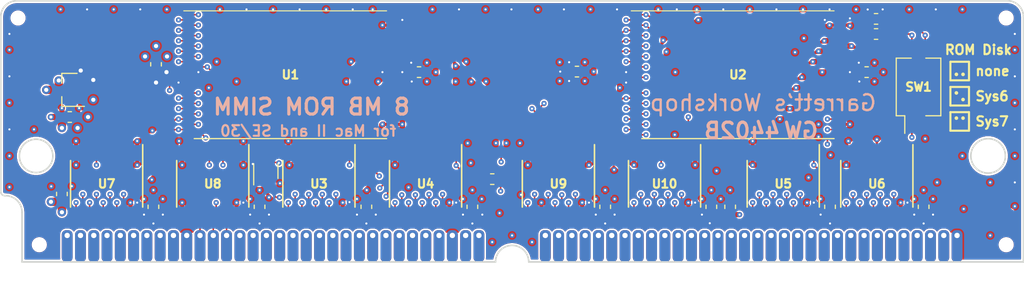
<source format=kicad_pcb>
(kicad_pcb (version 20171130) (host pcbnew "(5.1.5-0-10_14)")
  (title_block (title GW4402B) (date 2021-04-03) (rev 1.0) (company "Garrett's Workshop"))
  (layers (0 F.Cu signal) (1 In1.Cu power) (2 In2.Cu signal) (31 B.Cu power) (34 B.Paste user) (35 F.Paste user) (36 B.SilkS user) (37 F.SilkS user) (38 B.Mask user) (39 F.Mask user) (44 Edge.Cuts user))
  (net 0 "")
  (net 1 +5V)
  (net 2 /D0)
  (net 3 /D1)
  (net 4 /~WE~)
  (net 5 /D2)
  (net 6 /D3)
  (net 7 GND)
  (net 8 /D4)
  (net 9 /D5)
  (net 10 /D6)
  (net 11 /A11)
  (net 12 /D7)
  (net 13 /A0)
  (net 14 /A1)
  (net 15 /A2)
  (net 16 /A3)
  (net 17 /A4)
  (net 18 /A5)
  (net 19 /A6)
  (net 20 /A7)
  (net 21 /~CS~)
  (net 22 /~OE~)
  (net 23 /D8)
  (net 24 /D9)
  (net 25 /D10)
  (net 26 /D11)
  (net 27 /D12)
  (net 28 /D13)
  (net 29 /D14)
  (net 30 /D15)
  (net 31 /A8)
  (net 32 /A9)
  (net 33 /A10)
  (net 34 /A12)
  (net 35 /A13)
  (net 36 /A14)
  (net 37 /A15)
  (net 38 /A16)
  (net 39 /A17)
  (net 40 /A18)
  (net 41 /A19)
  (net 42 /A20)
  (net 43 /A21)
  (net 44 /A22)
  (net 45 /D16)
  (net 46 /D17)
  (net 47 /D18)
  (net 48 /D19)
  (net 49 /D20)
  (net 50 /D21)
  (net 51 /D22)
  (net 52 /D23)
  (net 53 /D24)
  (net 54 /D25)
  (net 55 /D26)
  (net 56 /D27)
  (net 57 /D28)
  (net 58 /D29)
  (net 59 /D30)
  (net 60 /D31)
  (net 61 +3V3)
  (net 62 /RD7)
  (net 63 /RD6)
  (net 64 /RD5)
  (net 65 /RD4)
  (net 66 /RD3)
  (net 67 /RD2)
  (net 68 /RD1)
  (net 69 /RD0)
  (net 70 /RD8)
  (net 71 /RD9)
  (net 72 /RD10)
  (net 73 /RD11)
  (net 74 /RD12)
  (net 75 /RD13)
  (net 76 /RD14)
  (net 77 /RD15)
  (net 78 /RD23)
  (net 79 /RD22)
  (net 80 /RD21)
  (net 81 /RD20)
  (net 82 /RD19)
  (net 83 /RD18)
  (net 84 /RD17)
  (net 85 /RD16)
  (net 86 /RD24)
  (net 87 /RD25)
  (net 88 /RD26)
  (net 89 /RD27)
  (net 90 /RD28)
  (net 91 /RD29)
  (net 92 /RD30)
  (net 93 /RD31)
  (net 94 /RA7)
  (net 95 /RA6)
  (net 96 /RA5)
  (net 97 /RA4)
  (net 98 /RA3)
  (net 99 /RA2)
  (net 100 /RA1)
  (net 101 /RA0)
  (net 102 /R~CS~)
  (net 103 /R~OE~)
  (net 104 /R~WE~)
  (net 105 "Net-(U8-Pad5)")
  (net 106 "Net-(U8-Pad7)")
  (net 107 /RA8)
  (net 108 /RA9)
  (net 109 /RA17)
  (net 110 /RA16)
  (net 111 /RA15)
  (net 112 /RA14)
  (net 113 /RA13)
  (net 114 /RA12)
  (net 115 /RA11)
  (net 116 /RA10)
  (net 117 /RA18)
  (net 118 /RA19)
  (net 119 /RA20)
  (net 120 /RA21)
  (net 121 /RA22)
  (net 122 "Net-(U8-Pad8)")
  (net 123 "Net-(U8-Pad9)")
  (net 124 "Net-(U9-Pad7)")
  (net 125 "Net-(U1-Pad15)")
  (net 126 "Net-(U2-Pad15)")
  (net 127 "Net-(U8-Pad3)")
  (net 128 "Net-(J1-Pad63)")
  (net 129 /RA23)
  (net 130 /Ddir)
  (net 131 /DdirR)
  (net 132 /RA22sw)
  (module stdpads:SW_DIP_SPSTx02_Slide_DSHP02TS_P1.27mm (layer F.Cu) (at 159.512 110.871)
    (fp_text reference SW1)
    (fp_text value "ROM Sel.")
    (fp_text user %R (at 0 0 180) (layer F.SilkS) (effects (font (size 0.8128 0.8128) (thickness 0.2032))))
    (pad 4 smd roundrect (at -0.635 -3.81 90) (size 1.27 0.76) (layers F.Cu F.Paste F.Mask) (net 132 /RA22sw))
    (pad 3 smd roundrect (at 0.635 -3.81 90) (size 1.27 0.76) (layers F.Cu F.Paste F.Mask) (net 129 /RA23))
    (pad 2 smd roundrect (at 0.635 3.81 90) (size 1.27 0.76) (layers F.Cu F.Paste F.Mask) (net 7 GND))
    (pad 1 smd roundrect (at -0.635 3.81 90) (size 1.27 0.76) (layers F.Cu F.Paste F.Mask) (net 121 /RA22))
  )
  (module stdpads:TSOP-I-48_18.4x12mm_P0.5mm (layer F.Cu) (at 99.45 109.7 270)
    (fp_text reference U1)
    (fp_text value MX29LV640)
    (fp_text user %R (at 0 0) (layer F.SilkS) (effects (font (size 0.8128 0.8128) (thickness 0.2032))))
    (pad 1 smd roundrect (at -5.75 9.75) (size 1.1 0.3) (layers F.Cu F.Paste F.Mask) (net 109 /RA17))
    (pad 25 smd roundrect (at 5.75 -9.75) (size 1.1 0.3) (layers F.Cu F.Paste F.Mask) (net 99 /RA2))
    (pad 2 smd roundrect (at -5.25 9.75) (size 1.1 0.3) (layers F.Cu F.Paste F.Mask) (net 110 /RA16))
    (pad 3 smd roundrect (at -4.75 9.75) (size 1.1 0.3) (layers F.Cu F.Paste F.Mask) (net 111 /RA15))
    (pad 4 smd roundrect (at -4.25 9.75) (size 1.1 0.3) (layers F.Cu F.Paste F.Mask) (net 112 /RA14))
    (pad 5 smd roundrect (at -3.75 9.75) (size 1.1 0.3) (layers F.Cu F.Paste F.Mask) (net 113 /RA13))
    (pad 6 smd roundrect (at -3.25 9.75) (size 1.1 0.3) (layers F.Cu F.Paste F.Mask) (net 114 /RA12))
    (pad 7 smd roundrect (at -2.75 9.75) (size 1.1 0.3) (layers F.Cu F.Paste F.Mask) (net 115 /RA11))
    (pad 8 smd roundrect (at -2.25 9.75) (size 1.1 0.3) (layers F.Cu F.Paste F.Mask) (net 116 /RA10))
    (pad 9 smd roundrect (at -1.75 9.75) (size 1.1 0.3) (layers F.Cu F.Paste F.Mask) (net 120 /RA21))
    (pad 10 smd roundrect (at -1.25 9.75) (size 1.1 0.3) (layers F.Cu F.Paste F.Mask) (net 132 /RA22sw))
    (pad 11 smd roundrect (at -0.75 9.75) (size 1.1 0.3) (layers F.Cu F.Paste F.Mask) (net 104 /R~WE~))
    (pad 12 smd roundrect (at -0.25 9.75) (size 1.1 0.3) (layers F.Cu F.Paste F.Mask) (net 61 +3V3))
    (pad 13 smd roundrect (at 0.25 9.75) (size 1.1 0.3) (layers F.Cu F.Paste F.Mask) (net 129 /RA23))
    (pad 14 smd roundrect (at 0.75 9.75) (size 1.1 0.3) (layers F.Cu F.Paste F.Mask) (net 61 +3V3))
    (pad 15 smd roundrect (at 1.25 9.75) (size 1.1 0.3) (layers F.Cu F.Paste F.Mask) (net 125 "Net-(U1-Pad15)"))
    (pad 16 smd roundrect (at 1.75 9.75) (size 1.1 0.3) (layers F.Cu F.Paste F.Mask) (net 119 /RA20))
    (pad 17 smd roundrect (at 2.25 9.75) (size 1.1 0.3) (layers F.Cu F.Paste F.Mask) (net 118 /RA19))
    (pad 18 smd roundrect (at 2.75 9.75) (size 1.1 0.3) (layers F.Cu F.Paste F.Mask) (net 108 /RA9))
    (pad 19 smd roundrect (at 3.25 9.75) (size 1.1 0.3) (layers F.Cu F.Paste F.Mask) (net 107 /RA8))
    (pad 20 smd roundrect (at 3.75 9.75) (size 1.1 0.3) (layers F.Cu F.Paste F.Mask) (net 94 /RA7))
    (pad 21 smd roundrect (at 4.25 9.75) (size 1.1 0.3) (layers F.Cu F.Paste F.Mask) (net 95 /RA6))
    (pad 22 smd roundrect (at 4.75 9.75) (size 1.1 0.3) (layers F.Cu F.Paste F.Mask) (net 96 /RA5))
    (pad 23 smd roundrect (at 5.25 9.75) (size 1.1 0.3) (layers F.Cu F.Paste F.Mask) (net 97 /RA4))
    (pad 24 smd roundrect (at 5.75 9.75) (size 1.1 0.3) (layers F.Cu F.Paste F.Mask) (net 98 /RA3))
    (pad 26 smd roundrect (at 5.25 -9.75) (size 1.1 0.3) (layers F.Cu F.Paste F.Mask) (net 102 /R~CS~))
    (pad 27 smd roundrect (at 4.75 -9.75) (size 1.1 0.3) (layers F.Cu F.Paste F.Mask) (net 7 GND))
    (pad 28 smd roundrect (at 4.25 -9.75) (size 1.1 0.3) (layers F.Cu F.Paste F.Mask) (net 103 /R~OE~))
    (pad 29 smd roundrect (at 3.75 -9.75) (size 1.1 0.3) (layers F.Cu F.Paste F.Mask) (net 69 /RD0))
    (pad 30 smd roundrect (at 3.25 -9.75) (size 1.1 0.3) (layers F.Cu F.Paste F.Mask) (net 70 /RD8))
    (pad 31 smd roundrect (at 2.75 -9.75) (size 1.1 0.3) (layers F.Cu F.Paste F.Mask) (net 68 /RD1))
    (pad 32 smd roundrect (at 2.25 -9.75) (size 1.1 0.3) (layers F.Cu F.Paste F.Mask) (net 71 /RD9))
    (pad 33 smd roundrect (at 1.75 -9.75) (size 1.1 0.3) (layers F.Cu F.Paste F.Mask) (net 67 /RD2))
    (pad 34 smd roundrect (at 1.25 -9.75) (size 1.1 0.3) (layers F.Cu F.Paste F.Mask) (net 72 /RD10))
    (pad 35 smd roundrect (at 0.75 -9.75) (size 1.1 0.3) (layers F.Cu F.Paste F.Mask) (net 66 /RD3))
    (pad 36 smd roundrect (at 0.25 -9.75) (size 1.1 0.3) (layers F.Cu F.Paste F.Mask) (net 73 /RD11))
    (pad 37 smd roundrect (at -0.25 -9.75) (size 1.1 0.3) (layers F.Cu F.Paste F.Mask) (net 61 +3V3))
    (pad 38 smd roundrect (at -0.75 -9.75) (size 1.1 0.3) (layers F.Cu F.Paste F.Mask) (net 65 /RD4))
    (pad 39 smd roundrect (at -1.25 -9.75) (size 1.1 0.3) (layers F.Cu F.Paste F.Mask) (net 74 /RD12))
    (pad 40 smd roundrect (at -1.75 -9.75) (size 1.1 0.3) (layers F.Cu F.Paste F.Mask) (net 64 /RD5))
    (pad 41 smd roundrect (at -2.25 -9.75) (size 1.1 0.3) (layers F.Cu F.Paste F.Mask) (net 75 /RD13))
    (pad 42 smd roundrect (at -2.75 -9.75) (size 1.1 0.3) (layers F.Cu F.Paste F.Mask) (net 63 /RD6))
    (pad 43 smd roundrect (at -3.25 -9.75) (size 1.1 0.3) (layers F.Cu F.Paste F.Mask) (net 76 /RD14))
    (pad 44 smd roundrect (at -3.75 -9.75) (size 1.1 0.3) (layers F.Cu F.Paste F.Mask) (net 62 /RD7))
    (pad 45 smd roundrect (at -4.25 -9.75) (size 1.1 0.3) (layers F.Cu F.Paste F.Mask) (net 77 /RD15))
    (pad 46 smd roundrect (at -4.75 -9.75) (size 1.1 0.3) (layers F.Cu F.Paste F.Mask) (net 7 GND))
    (pad 47 smd roundrect (at -5.25 -9.75) (size 1.1 0.3) (layers F.Cu F.Paste F.Mask) (net 61 +3V3))
    (pad 48 smd roundrect (at -5.75 -9.75) (size 1.1 0.3) (layers F.Cu F.Paste F.Mask) (net 117 /RA18))
  )
  (module stdpads:TSOP-I-48_18.4x12mm_P0.5mm (layer F.Cu) (at 142.24 109.7 270)
    (fp_text reference U2)
    (fp_text value MX29LV640)
    (fp_text user %R (at 0 0) (layer F.SilkS) (effects (font (size 0.8128 0.8128) (thickness 0.2032))))
    (pad 1 smd roundrect (at -5.75 9.75) (size 1.1 0.3) (layers F.Cu F.Paste F.Mask) (net 109 /RA17))
    (pad 25 smd roundrect (at 5.75 -9.75) (size 1.1 0.3) (layers F.Cu F.Paste F.Mask) (net 99 /RA2))
    (pad 2 smd roundrect (at -5.25 9.75) (size 1.1 0.3) (layers F.Cu F.Paste F.Mask) (net 110 /RA16))
    (pad 3 smd roundrect (at -4.75 9.75) (size 1.1 0.3) (layers F.Cu F.Paste F.Mask) (net 111 /RA15))
    (pad 4 smd roundrect (at -4.25 9.75) (size 1.1 0.3) (layers F.Cu F.Paste F.Mask) (net 112 /RA14))
    (pad 5 smd roundrect (at -3.75 9.75) (size 1.1 0.3) (layers F.Cu F.Paste F.Mask) (net 113 /RA13))
    (pad 6 smd roundrect (at -3.25 9.75) (size 1.1 0.3) (layers F.Cu F.Paste F.Mask) (net 114 /RA12))
    (pad 7 smd roundrect (at -2.75 9.75) (size 1.1 0.3) (layers F.Cu F.Paste F.Mask) (net 115 /RA11))
    (pad 8 smd roundrect (at -2.25 9.75) (size 1.1 0.3) (layers F.Cu F.Paste F.Mask) (net 116 /RA10))
    (pad 9 smd roundrect (at -1.75 9.75) (size 1.1 0.3) (layers F.Cu F.Paste F.Mask) (net 120 /RA21))
    (pad 10 smd roundrect (at -1.25 9.75) (size 1.1 0.3) (layers F.Cu F.Paste F.Mask) (net 132 /RA22sw))
    (pad 11 smd roundrect (at -0.75 9.75) (size 1.1 0.3) (layers F.Cu F.Paste F.Mask) (net 104 /R~WE~))
    (pad 12 smd roundrect (at -0.25 9.75) (size 1.1 0.3) (layers F.Cu F.Paste F.Mask) (net 61 +3V3))
    (pad 13 smd roundrect (at 0.25 9.75) (size 1.1 0.3) (layers F.Cu F.Paste F.Mask) (net 129 /RA23))
    (pad 14 smd roundrect (at 0.75 9.75) (size 1.1 0.3) (layers F.Cu F.Paste F.Mask) (net 61 +3V3))
    (pad 15 smd roundrect (at 1.25 9.75) (size 1.1 0.3) (layers F.Cu F.Paste F.Mask) (net 126 "Net-(U2-Pad15)"))
    (pad 16 smd roundrect (at 1.75 9.75) (size 1.1 0.3) (layers F.Cu F.Paste F.Mask) (net 119 /RA20))
    (pad 17 smd roundrect (at 2.25 9.75) (size 1.1 0.3) (layers F.Cu F.Paste F.Mask) (net 118 /RA19))
    (pad 18 smd roundrect (at 2.75 9.75) (size 1.1 0.3) (layers F.Cu F.Paste F.Mask) (net 108 /RA9))
    (pad 19 smd roundrect (at 3.25 9.75) (size 1.1 0.3) (layers F.Cu F.Paste F.Mask) (net 107 /RA8))
    (pad 20 smd roundrect (at 3.75 9.75) (size 1.1 0.3) (layers F.Cu F.Paste F.Mask) (net 94 /RA7))
    (pad 21 smd roundrect (at 4.25 9.75) (size 1.1 0.3) (layers F.Cu F.Paste F.Mask) (net 95 /RA6))
    (pad 22 smd roundrect (at 4.75 9.75) (size 1.1 0.3) (layers F.Cu F.Paste F.Mask) (net 96 /RA5))
    (pad 23 smd roundrect (at 5.25 9.75) (size 1.1 0.3) (layers F.Cu F.Paste F.Mask) (net 97 /RA4))
    (pad 24 smd roundrect (at 5.75 9.75) (size 1.1 0.3) (layers F.Cu F.Paste F.Mask) (net 98 /RA3))
    (pad 26 smd roundrect (at 5.25 -9.75) (size 1.1 0.3) (layers F.Cu F.Paste F.Mask) (net 102 /R~CS~))
    (pad 27 smd roundrect (at 4.75 -9.75) (size 1.1 0.3) (layers F.Cu F.Paste F.Mask) (net 7 GND))
    (pad 28 smd roundrect (at 4.25 -9.75) (size 1.1 0.3) (layers F.Cu F.Paste F.Mask) (net 103 /R~OE~))
    (pad 29 smd roundrect (at 3.75 -9.75) (size 1.1 0.3) (layers F.Cu F.Paste F.Mask) (net 85 /RD16))
    (pad 30 smd roundrect (at 3.25 -9.75) (size 1.1 0.3) (layers F.Cu F.Paste F.Mask) (net 86 /RD24))
    (pad 31 smd roundrect (at 2.75 -9.75) (size 1.1 0.3) (layers F.Cu F.Paste F.Mask) (net 84 /RD17))
    (pad 32 smd roundrect (at 2.25 -9.75) (size 1.1 0.3) (layers F.Cu F.Paste F.Mask) (net 87 /RD25))
    (pad 33 smd roundrect (at 1.75 -9.75) (size 1.1 0.3) (layers F.Cu F.Paste F.Mask) (net 83 /RD18))
    (pad 34 smd roundrect (at 1.25 -9.75) (size 1.1 0.3) (layers F.Cu F.Paste F.Mask) (net 88 /RD26))
    (pad 35 smd roundrect (at 0.75 -9.75) (size 1.1 0.3) (layers F.Cu F.Paste F.Mask) (net 82 /RD19))
    (pad 36 smd roundrect (at 0.25 -9.75) (size 1.1 0.3) (layers F.Cu F.Paste F.Mask) (net 89 /RD27))
    (pad 37 smd roundrect (at -0.25 -9.75) (size 1.1 0.3) (layers F.Cu F.Paste F.Mask) (net 61 +3V3))
    (pad 38 smd roundrect (at -0.75 -9.75) (size 1.1 0.3) (layers F.Cu F.Paste F.Mask) (net 81 /RD20))
    (pad 39 smd roundrect (at -1.25 -9.75) (size 1.1 0.3) (layers F.Cu F.Paste F.Mask) (net 90 /RD28))
    (pad 40 smd roundrect (at -1.75 -9.75) (size 1.1 0.3) (layers F.Cu F.Paste F.Mask) (net 80 /RD21))
    (pad 41 smd roundrect (at -2.25 -9.75) (size 1.1 0.3) (layers F.Cu F.Paste F.Mask) (net 91 /RD29))
    (pad 42 smd roundrect (at -2.75 -9.75) (size 1.1 0.3) (layers F.Cu F.Paste F.Mask) (net 79 /RD22))
    (pad 43 smd roundrect (at -3.25 -9.75) (size 1.1 0.3) (layers F.Cu F.Paste F.Mask) (net 92 /RD30))
    (pad 44 smd roundrect (at -3.75 -9.75) (size 1.1 0.3) (layers F.Cu F.Paste F.Mask) (net 78 /RD23))
    (pad 45 smd roundrect (at -4.25 -9.75) (size 1.1 0.3) (layers F.Cu F.Paste F.Mask) (net 93 /RD31))
    (pad 46 smd roundrect (at -4.75 -9.75) (size 1.1 0.3) (layers F.Cu F.Paste F.Mask) (net 7 GND))
    (pad 47 smd roundrect (at -5.25 -9.75) (size 1.1 0.3) (layers F.Cu F.Paste F.Mask) (net 61 +3V3))
    (pad 48 smd roundrect (at -5.75 -9.75) (size 1.1 0.3) (layers F.Cu F.Paste F.Mask) (net 117 /RA18))
  )
  (module stdpads:TSSOP-20_4.4x6.5mm_P0.65mm (layer F.Cu) (at 102.175 120.15 180)
    (fp_text reference U3)
    (fp_text value 74AHC245)
    (fp_text user %R (at 0 0) (layer F.SilkS) (effects (font (size 0.8128 0.8128) (thickness 0.2032))))
    (pad 20 smd roundrect (at -2.925 -2.95 270) (size 1.45 0.45) (layers F.Cu F.Paste F.Mask) (net 61 +3V3))
    (pad 19 smd roundrect (at -2.275 -2.95 270) (size 1.45 0.45) (layers F.Cu F.Paste F.Mask) (net 7 GND))
    (pad 18 smd roundrect (at -1.625 -2.95 270) (size 1.45 0.45) (layers F.Cu F.Paste F.Mask) (net 12 /D7))
    (pad 17 smd roundrect (at -0.975 -2.95 270) (size 1.45 0.45) (layers F.Cu F.Paste F.Mask) (net 10 /D6))
    (pad 16 smd roundrect (at -0.325 -2.95 270) (size 1.45 0.45) (layers F.Cu F.Paste F.Mask) (net 9 /D5))
    (pad 15 smd roundrect (at 0.325 -2.95 270) (size 1.45 0.45) (layers F.Cu F.Paste F.Mask) (net 8 /D4))
    (pad 14 smd roundrect (at 0.975 -2.95 270) (size 1.45 0.45) (layers F.Cu F.Paste F.Mask) (net 6 /D3))
    (pad 13 smd roundrect (at 1.625 -2.95 270) (size 1.45 0.45) (layers F.Cu F.Paste F.Mask) (net 5 /D2))
    (pad 12 smd roundrect (at 2.275 -2.95 270) (size 1.45 0.45) (layers F.Cu F.Paste F.Mask) (net 3 /D1))
    (pad 11 smd roundrect (at 2.925 -2.95 270) (size 1.45 0.45) (layers F.Cu F.Paste F.Mask) (net 2 /D0))
    (pad 10 smd roundrect (at 2.925 2.95 270) (size 1.45 0.45) (layers F.Cu F.Paste F.Mask) (net 7 GND))
    (pad 9 smd roundrect (at 2.275 2.95 270) (size 1.45 0.45) (layers F.Cu F.Paste F.Mask) (net 69 /RD0))
    (pad 8 smd roundrect (at 1.625 2.95 270) (size 1.45 0.45) (layers F.Cu F.Paste F.Mask) (net 68 /RD1))
    (pad 7 smd roundrect (at 0.975 2.95 270) (size 1.45 0.45) (layers F.Cu F.Paste F.Mask) (net 67 /RD2))
    (pad 6 smd roundrect (at 0.325 2.95 270) (size 1.45 0.45) (layers F.Cu F.Paste F.Mask) (net 66 /RD3))
    (pad 5 smd roundrect (at -0.325 2.95 270) (size 1.45 0.45) (layers F.Cu F.Paste F.Mask) (net 65 /RD4))
    (pad 4 smd roundrect (at -0.975 2.95 270) (size 1.45 0.45) (layers F.Cu F.Paste F.Mask) (net 64 /RD5))
    (pad 3 smd roundrect (at -1.625 2.95 270) (size 1.45 0.45) (layers F.Cu F.Paste F.Mask) (net 63 /RD6))
    (pad 2 smd roundrect (at -2.275 2.95 270) (size 1.45 0.45) (layers F.Cu F.Paste F.Mask) (net 62 /RD7))
    (pad 1 smd roundrect (at -2.925 2.95 270) (size 1.45 0.45) (layers F.Cu F.Paste F.Mask) (net 130 /Ddir))
  )
  (module stdpads:TSSOP-20_4.4x6.5mm_P0.65mm (layer F.Cu) (at 146.575 120.15 180)
    (fp_text reference U5)
    (fp_text value 74AHC245)
    (fp_text user %R (at 0 0) (layer F.SilkS) (effects (font (size 0.8128 0.8128) (thickness 0.2032))))
    (pad 20 smd roundrect (at -2.925 -2.95 270) (size 1.45 0.45) (layers F.Cu F.Paste F.Mask) (net 61 +3V3))
    (pad 19 smd roundrect (at -2.275 -2.95 270) (size 1.45 0.45) (layers F.Cu F.Paste F.Mask) (net 7 GND))
    (pad 18 smd roundrect (at -1.625 -2.95 270) (size 1.45 0.45) (layers F.Cu F.Paste F.Mask) (net 52 /D23))
    (pad 17 smd roundrect (at -0.975 -2.95 270) (size 1.45 0.45) (layers F.Cu F.Paste F.Mask) (net 51 /D22))
    (pad 16 smd roundrect (at -0.325 -2.95 270) (size 1.45 0.45) (layers F.Cu F.Paste F.Mask) (net 50 /D21))
    (pad 15 smd roundrect (at 0.325 -2.95 270) (size 1.45 0.45) (layers F.Cu F.Paste F.Mask) (net 49 /D20))
    (pad 14 smd roundrect (at 0.975 -2.95 270) (size 1.45 0.45) (layers F.Cu F.Paste F.Mask) (net 48 /D19))
    (pad 13 smd roundrect (at 1.625 -2.95 270) (size 1.45 0.45) (layers F.Cu F.Paste F.Mask) (net 47 /D18))
    (pad 12 smd roundrect (at 2.275 -2.95 270) (size 1.45 0.45) (layers F.Cu F.Paste F.Mask) (net 46 /D17))
    (pad 11 smd roundrect (at 2.925 -2.95 270) (size 1.45 0.45) (layers F.Cu F.Paste F.Mask) (net 45 /D16))
    (pad 10 smd roundrect (at 2.925 2.95 270) (size 1.45 0.45) (layers F.Cu F.Paste F.Mask) (net 7 GND))
    (pad 9 smd roundrect (at 2.275 2.95 270) (size 1.45 0.45) (layers F.Cu F.Paste F.Mask) (net 85 /RD16))
    (pad 8 smd roundrect (at 1.625 2.95 270) (size 1.45 0.45) (layers F.Cu F.Paste F.Mask) (net 84 /RD17))
    (pad 7 smd roundrect (at 0.975 2.95 270) (size 1.45 0.45) (layers F.Cu F.Paste F.Mask) (net 83 /RD18))
    (pad 6 smd roundrect (at 0.325 2.95 270) (size 1.45 0.45) (layers F.Cu F.Paste F.Mask) (net 82 /RD19))
    (pad 5 smd roundrect (at -0.325 2.95 270) (size 1.45 0.45) (layers F.Cu F.Paste F.Mask) (net 81 /RD20))
    (pad 4 smd roundrect (at -0.975 2.95 270) (size 1.45 0.45) (layers F.Cu F.Paste F.Mask) (net 80 /RD21))
    (pad 3 smd roundrect (at -1.625 2.95 270) (size 1.45 0.45) (layers F.Cu F.Paste F.Mask) (net 79 /RD22))
    (pad 2 smd roundrect (at -2.275 2.95 270) (size 1.45 0.45) (layers F.Cu F.Paste F.Mask) (net 78 /RD23))
    (pad 1 smd roundrect (at -2.925 2.95 270) (size 1.45 0.45) (layers F.Cu F.Paste F.Mask) (net 131 /DdirR))
  )
  (module stdpads:TSSOP-20_4.4x6.5mm_P0.65mm (layer F.Cu) (at 112.375 120.15 180)
    (fp_text reference U4)
    (fp_text value 74AHC245)
    (fp_text user %R (at 0 0) (layer F.SilkS) (effects (font (size 0.8128 0.8128) (thickness 0.2032))))
    (pad 20 smd roundrect (at -2.925 -2.95 270) (size 1.45 0.45) (layers F.Cu F.Paste F.Mask) (net 61 +3V3))
    (pad 19 smd roundrect (at -2.275 -2.95 270) (size 1.45 0.45) (layers F.Cu F.Paste F.Mask) (net 7 GND))
    (pad 18 smd roundrect (at -1.625 -2.95 270) (size 1.45 0.45) (layers F.Cu F.Paste F.Mask) (net 30 /D15))
    (pad 17 smd roundrect (at -0.975 -2.95 270) (size 1.45 0.45) (layers F.Cu F.Paste F.Mask) (net 29 /D14))
    (pad 16 smd roundrect (at -0.325 -2.95 270) (size 1.45 0.45) (layers F.Cu F.Paste F.Mask) (net 28 /D13))
    (pad 15 smd roundrect (at 0.325 -2.95 270) (size 1.45 0.45) (layers F.Cu F.Paste F.Mask) (net 27 /D12))
    (pad 14 smd roundrect (at 0.975 -2.95 270) (size 1.45 0.45) (layers F.Cu F.Paste F.Mask) (net 26 /D11))
    (pad 13 smd roundrect (at 1.625 -2.95 270) (size 1.45 0.45) (layers F.Cu F.Paste F.Mask) (net 25 /D10))
    (pad 12 smd roundrect (at 2.275 -2.95 270) (size 1.45 0.45) (layers F.Cu F.Paste F.Mask) (net 24 /D9))
    (pad 11 smd roundrect (at 2.925 -2.95 270) (size 1.45 0.45) (layers F.Cu F.Paste F.Mask) (net 23 /D8))
    (pad 10 smd roundrect (at 2.925 2.95 270) (size 1.45 0.45) (layers F.Cu F.Paste F.Mask) (net 7 GND))
    (pad 9 smd roundrect (at 2.275 2.95 270) (size 1.45 0.45) (layers F.Cu F.Paste F.Mask) (net 70 /RD8))
    (pad 8 smd roundrect (at 1.625 2.95 270) (size 1.45 0.45) (layers F.Cu F.Paste F.Mask) (net 71 /RD9))
    (pad 7 smd roundrect (at 0.975 2.95 270) (size 1.45 0.45) (layers F.Cu F.Paste F.Mask) (net 72 /RD10))
    (pad 6 smd roundrect (at 0.325 2.95 270) (size 1.45 0.45) (layers F.Cu F.Paste F.Mask) (net 73 /RD11))
    (pad 5 smd roundrect (at -0.325 2.95 270) (size 1.45 0.45) (layers F.Cu F.Paste F.Mask) (net 74 /RD12))
    (pad 4 smd roundrect (at -0.975 2.95 270) (size 1.45 0.45) (layers F.Cu F.Paste F.Mask) (net 75 /RD13))
    (pad 3 smd roundrect (at -1.625 2.95 270) (size 1.45 0.45) (layers F.Cu F.Paste F.Mask) (net 76 /RD14))
    (pad 2 smd roundrect (at -2.275 2.95 270) (size 1.45 0.45) (layers F.Cu F.Paste F.Mask) (net 77 /RD15))
    (pad 1 smd roundrect (at -2.925 2.95 270) (size 1.45 0.45) (layers F.Cu F.Paste F.Mask) (net 130 /Ddir))
  )
  (module stdpads:TSSOP-20_4.4x6.5mm_P0.65mm (layer F.Cu) (at 155.525 120.15 180)
    (fp_text reference U6)
    (fp_text value 74AHC245)
    (fp_text user %R (at 0 0) (layer F.SilkS) (effects (font (size 0.8128 0.8128) (thickness 0.2032))))
    (pad 20 smd roundrect (at -2.925 -2.95 270) (size 1.45 0.45) (layers F.Cu F.Paste F.Mask) (net 61 +3V3))
    (pad 19 smd roundrect (at -2.275 -2.95 270) (size 1.45 0.45) (layers F.Cu F.Paste F.Mask) (net 7 GND))
    (pad 18 smd roundrect (at -1.625 -2.95 270) (size 1.45 0.45) (layers F.Cu F.Paste F.Mask) (net 60 /D31))
    (pad 17 smd roundrect (at -0.975 -2.95 270) (size 1.45 0.45) (layers F.Cu F.Paste F.Mask) (net 59 /D30))
    (pad 16 smd roundrect (at -0.325 -2.95 270) (size 1.45 0.45) (layers F.Cu F.Paste F.Mask) (net 58 /D29))
    (pad 15 smd roundrect (at 0.325 -2.95 270) (size 1.45 0.45) (layers F.Cu F.Paste F.Mask) (net 57 /D28))
    (pad 14 smd roundrect (at 0.975 -2.95 270) (size 1.45 0.45) (layers F.Cu F.Paste F.Mask) (net 56 /D27))
    (pad 13 smd roundrect (at 1.625 -2.95 270) (size 1.45 0.45) (layers F.Cu F.Paste F.Mask) (net 55 /D26))
    (pad 12 smd roundrect (at 2.275 -2.95 270) (size 1.45 0.45) (layers F.Cu F.Paste F.Mask) (net 54 /D25))
    (pad 11 smd roundrect (at 2.925 -2.95 270) (size 1.45 0.45) (layers F.Cu F.Paste F.Mask) (net 53 /D24))
    (pad 10 smd roundrect (at 2.925 2.95 270) (size 1.45 0.45) (layers F.Cu F.Paste F.Mask) (net 7 GND))
    (pad 9 smd roundrect (at 2.275 2.95 270) (size 1.45 0.45) (layers F.Cu F.Paste F.Mask) (net 86 /RD24))
    (pad 8 smd roundrect (at 1.625 2.95 270) (size 1.45 0.45) (layers F.Cu F.Paste F.Mask) (net 87 /RD25))
    (pad 7 smd roundrect (at 0.975 2.95 270) (size 1.45 0.45) (layers F.Cu F.Paste F.Mask) (net 88 /RD26))
    (pad 6 smd roundrect (at 0.325 2.95 270) (size 1.45 0.45) (layers F.Cu F.Paste F.Mask) (net 89 /RD27))
    (pad 5 smd roundrect (at -0.325 2.95 270) (size 1.45 0.45) (layers F.Cu F.Paste F.Mask) (net 90 /RD28))
    (pad 4 smd roundrect (at -0.975 2.95 270) (size 1.45 0.45) (layers F.Cu F.Paste F.Mask) (net 91 /RD29))
    (pad 3 smd roundrect (at -1.625 2.95 270) (size 1.45 0.45) (layers F.Cu F.Paste F.Mask) (net 92 /RD30))
    (pad 2 smd roundrect (at -2.275 2.95 270) (size 1.45 0.45) (layers F.Cu F.Paste F.Mask) (net 93 /RD31))
    (pad 1 smd roundrect (at -2.925 2.95 270) (size 1.45 0.45) (layers F.Cu F.Paste F.Mask) (net 131 /DdirR))
  )
  (module stdpads:TSSOP-20_4.4x6.5mm_P0.65mm (layer F.Cu) (at 81.875 120.15 180)
    (fp_text reference U7)
    (fp_text value 74AHC245)
    (fp_text user %R (at 0 0) (layer F.SilkS) (effects (font (size 0.8128 0.8128) (thickness 0.2032))))
    (pad 20 smd roundrect (at -2.925 -2.95 270) (size 1.45 0.45) (layers F.Cu F.Paste F.Mask) (net 61 +3V3))
    (pad 19 smd roundrect (at -2.275 -2.95 270) (size 1.45 0.45) (layers F.Cu F.Paste F.Mask) (net 7 GND))
    (pad 18 smd roundrect (at -1.625 -2.95 270) (size 1.45 0.45) (layers F.Cu F.Paste F.Mask) (net 20 /A7))
    (pad 17 smd roundrect (at -0.975 -2.95 270) (size 1.45 0.45) (layers F.Cu F.Paste F.Mask) (net 19 /A6))
    (pad 16 smd roundrect (at -0.325 -2.95 270) (size 1.45 0.45) (layers F.Cu F.Paste F.Mask) (net 18 /A5))
    (pad 15 smd roundrect (at 0.325 -2.95 270) (size 1.45 0.45) (layers F.Cu F.Paste F.Mask) (net 17 /A4))
    (pad 14 smd roundrect (at 0.975 -2.95 270) (size 1.45 0.45) (layers F.Cu F.Paste F.Mask) (net 16 /A3))
    (pad 13 smd roundrect (at 1.625 -2.95 270) (size 1.45 0.45) (layers F.Cu F.Paste F.Mask) (net 15 /A2))
    (pad 12 smd roundrect (at 2.275 -2.95 270) (size 1.45 0.45) (layers F.Cu F.Paste F.Mask) (net 14 /A1))
    (pad 11 smd roundrect (at 2.925 -2.95 270) (size 1.45 0.45) (layers F.Cu F.Paste F.Mask) (net 13 /A0))
    (pad 10 smd roundrect (at 2.925 2.95 270) (size 1.45 0.45) (layers F.Cu F.Paste F.Mask) (net 7 GND))
    (pad 9 smd roundrect (at 2.275 2.95 270) (size 1.45 0.45) (layers F.Cu F.Paste F.Mask) (net 101 /RA0))
    (pad 8 smd roundrect (at 1.625 2.95 270) (size 1.45 0.45) (layers F.Cu F.Paste F.Mask) (net 100 /RA1))
    (pad 7 smd roundrect (at 0.975 2.95 270) (size 1.45 0.45) (layers F.Cu F.Paste F.Mask) (net 99 /RA2))
    (pad 6 smd roundrect (at 0.325 2.95 270) (size 1.45 0.45) (layers F.Cu F.Paste F.Mask) (net 98 /RA3))
    (pad 5 smd roundrect (at -0.325 2.95 270) (size 1.45 0.45) (layers F.Cu F.Paste F.Mask) (net 97 /RA4))
    (pad 4 smd roundrect (at -0.975 2.95 270) (size 1.45 0.45) (layers F.Cu F.Paste F.Mask) (net 96 /RA5))
    (pad 3 smd roundrect (at -1.625 2.95 270) (size 1.45 0.45) (layers F.Cu F.Paste F.Mask) (net 95 /RA6))
    (pad 2 smd roundrect (at -2.275 2.95 270) (size 1.45 0.45) (layers F.Cu F.Paste F.Mask) (net 94 /RA7))
    (pad 1 smd roundrect (at -2.925 2.95 270) (size 1.45 0.45) (layers F.Cu F.Paste F.Mask) (net 7 GND))
  )
  (module stdpads:TSSOP-20_4.4x6.5mm_P0.65mm (layer F.Cu) (at 92.025 120.15 180)
    (fp_text reference U8)
    (fp_text value 74AHC245)
    (fp_text user %R (at 0 0) (layer F.SilkS) (effects (font (size 0.8128 0.8128) (thickness 0.2032))))
    (pad 20 smd roundrect (at -2.925 -2.95 270) (size 1.45 0.45) (layers F.Cu F.Paste F.Mask) (net 61 +3V3))
    (pad 19 smd roundrect (at -2.275 -2.95 270) (size 1.45 0.45) (layers F.Cu F.Paste F.Mask) (net 7 GND))
    (pad 18 smd roundrect (at -1.625 -2.95 270) (size 1.45 0.45) (layers F.Cu F.Paste F.Mask) (net 4 /~WE~))
    (pad 17 smd roundrect (at -0.975 -2.95 270) (size 1.45 0.45) (layers F.Cu F.Paste F.Mask) (net 7 GND))
    (pad 16 smd roundrect (at -0.325 -2.95 270) (size 1.45 0.45) (layers F.Cu F.Paste F.Mask) (net 22 /~OE~))
    (pad 15 smd roundrect (at 0.325 -2.95 270) (size 1.45 0.45) (layers F.Cu F.Paste F.Mask) (net 7 GND))
    (pad 14 smd roundrect (at 0.975 -2.95 270) (size 1.45 0.45) (layers F.Cu F.Paste F.Mask) (net 21 /~CS~))
    (pad 13 smd roundrect (at 1.625 -2.95 270) (size 1.45 0.45) (layers F.Cu F.Paste F.Mask) (net 7 GND))
    (pad 12 smd roundrect (at 2.275 -2.95 270) (size 1.45 0.45) (layers F.Cu F.Paste F.Mask) (net 7 GND))
    (pad 11 smd roundrect (at 2.925 -2.95 270) (size 1.45 0.45) (layers F.Cu F.Paste F.Mask) (net 7 GND))
    (pad 10 smd roundrect (at 2.925 2.95 270) (size 1.45 0.45) (layers F.Cu F.Paste F.Mask) (net 7 GND))
    (pad 9 smd roundrect (at 2.275 2.95 270) (size 1.45 0.45) (layers F.Cu F.Paste F.Mask) (net 123 "Net-(U8-Pad9)"))
    (pad 8 smd roundrect (at 1.625 2.95 270) (size 1.45 0.45) (layers F.Cu F.Paste F.Mask) (net 122 "Net-(U8-Pad8)"))
    (pad 7 smd roundrect (at 0.975 2.95 270) (size 1.45 0.45) (layers F.Cu F.Paste F.Mask) (net 106 "Net-(U8-Pad7)"))
    (pad 6 smd roundrect (at 0.325 2.95 270) (size 1.45 0.45) (layers F.Cu F.Paste F.Mask) (net 102 /R~CS~))
    (pad 5 smd roundrect (at -0.325 2.95 270) (size 1.45 0.45) (layers F.Cu F.Paste F.Mask) (net 105 "Net-(U8-Pad5)"))
    (pad 4 smd roundrect (at -0.975 2.95 270) (size 1.45 0.45) (layers F.Cu F.Paste F.Mask) (net 103 /R~OE~))
    (pad 3 smd roundrect (at -1.625 2.95 270) (size 1.45 0.45) (layers F.Cu F.Paste F.Mask) (net 127 "Net-(U8-Pad3)"))
    (pad 2 smd roundrect (at -2.275 2.95 270) (size 1.45 0.45) (layers F.Cu F.Paste F.Mask) (net 104 /R~WE~))
    (pad 1 smd roundrect (at -2.925 2.95 270) (size 1.45 0.45) (layers F.Cu F.Paste F.Mask) (net 7 GND))
  )
  (module stdpads:TSSOP-20_4.4x6.5mm_P0.65mm (layer F.Cu) (at 125.075 120.15 180)
    (fp_text reference U9)
    (fp_text value 74AHC245)
    (fp_text user %R (at 0 0) (layer F.SilkS) (effects (font (size 0.8128 0.8128) (thickness 0.2032))))
    (pad 20 smd roundrect (at -2.925 -2.95 270) (size 1.45 0.45) (layers F.Cu F.Paste F.Mask) (net 61 +3V3))
    (pad 19 smd roundrect (at -2.275 -2.95 270) (size 1.45 0.45) (layers F.Cu F.Paste F.Mask) (net 7 GND))
    (pad 18 smd roundrect (at -1.625 -2.95 270) (size 1.45 0.45) (layers F.Cu F.Paste F.Mask) (net 36 /A14))
    (pad 17 smd roundrect (at -0.975 -2.95 270) (size 1.45 0.45) (layers F.Cu F.Paste F.Mask) (net 35 /A13))
    (pad 16 smd roundrect (at -0.325 -2.95 270) (size 1.45 0.45) (layers F.Cu F.Paste F.Mask) (net 34 /A12))
    (pad 15 smd roundrect (at 0.325 -2.95 270) (size 1.45 0.45) (layers F.Cu F.Paste F.Mask) (net 11 /A11))
    (pad 14 smd roundrect (at 0.975 -2.95 270) (size 1.45 0.45) (layers F.Cu F.Paste F.Mask) (net 33 /A10))
    (pad 13 smd roundrect (at 1.625 -2.95 270) (size 1.45 0.45) (layers F.Cu F.Paste F.Mask) (net 7 GND))
    (pad 12 smd roundrect (at 2.275 -2.95 270) (size 1.45 0.45) (layers F.Cu F.Paste F.Mask) (net 32 /A9))
    (pad 11 smd roundrect (at 2.925 -2.95 270) (size 1.45 0.45) (layers F.Cu F.Paste F.Mask) (net 31 /A8))
    (pad 10 smd roundrect (at 2.925 2.95 270) (size 1.45 0.45) (layers F.Cu F.Paste F.Mask) (net 7 GND))
    (pad 9 smd roundrect (at 2.275 2.95 270) (size 1.45 0.45) (layers F.Cu F.Paste F.Mask) (net 107 /RA8))
    (pad 8 smd roundrect (at 1.625 2.95 270) (size 1.45 0.45) (layers F.Cu F.Paste F.Mask) (net 108 /RA9))
    (pad 7 smd roundrect (at 0.975 2.95 270) (size 1.45 0.45) (layers F.Cu F.Paste F.Mask) (net 124 "Net-(U9-Pad7)"))
    (pad 6 smd roundrect (at 0.325 2.95 270) (size 1.45 0.45) (layers F.Cu F.Paste F.Mask) (net 116 /RA10))
    (pad 5 smd roundrect (at -0.325 2.95 270) (size 1.45 0.45) (layers F.Cu F.Paste F.Mask) (net 115 /RA11))
    (pad 4 smd roundrect (at -0.975 2.95 270) (size 1.45 0.45) (layers F.Cu F.Paste F.Mask) (net 114 /RA12))
    (pad 3 smd roundrect (at -1.625 2.95 270) (size 1.45 0.45) (layers F.Cu F.Paste F.Mask) (net 113 /RA13))
    (pad 2 smd roundrect (at -2.275 2.95 270) (size 1.45 0.45) (layers F.Cu F.Paste F.Mask) (net 112 /RA14))
    (pad 1 smd roundrect (at -2.925 2.95 270) (size 1.45 0.45) (layers F.Cu F.Paste F.Mask) (net 7 GND))
  )
  (module stdpads:TSSOP-20_4.4x6.5mm_P0.65mm (layer F.Cu) (at 135.225 120.15 180)
    (fp_text reference U10)
    (fp_text value 74AHC245)
    (fp_text user %R (at 0 0) (layer F.SilkS) (effects (font (size 0.8128 0.8128) (thickness 0.2032))))
    (pad 20 smd roundrect (at -2.925 -2.95 270) (size 1.45 0.45) (layers F.Cu F.Paste F.Mask) (net 61 +3V3))
    (pad 19 smd roundrect (at -2.275 -2.95 270) (size 1.45 0.45) (layers F.Cu F.Paste F.Mask) (net 7 GND))
    (pad 18 smd roundrect (at -1.625 -2.95 270) (size 1.45 0.45) (layers F.Cu F.Paste F.Mask) (net 44 /A22))
    (pad 17 smd roundrect (at -0.975 -2.95 270) (size 1.45 0.45) (layers F.Cu F.Paste F.Mask) (net 43 /A21))
    (pad 16 smd roundrect (at -0.325 -2.95 270) (size 1.45 0.45) (layers F.Cu F.Paste F.Mask) (net 42 /A20))
    (pad 15 smd roundrect (at 0.325 -2.95 270) (size 1.45 0.45) (layers F.Cu F.Paste F.Mask) (net 41 /A19))
    (pad 14 smd roundrect (at 0.975 -2.95 270) (size 1.45 0.45) (layers F.Cu F.Paste F.Mask) (net 40 /A18))
    (pad 13 smd roundrect (at 1.625 -2.95 270) (size 1.45 0.45) (layers F.Cu F.Paste F.Mask) (net 39 /A17))
    (pad 12 smd roundrect (at 2.275 -2.95 270) (size 1.45 0.45) (layers F.Cu F.Paste F.Mask) (net 38 /A16))
    (pad 11 smd roundrect (at 2.925 -2.95 270) (size 1.45 0.45) (layers F.Cu F.Paste F.Mask) (net 37 /A15))
    (pad 10 smd roundrect (at 2.925 2.95 270) (size 1.45 0.45) (layers F.Cu F.Paste F.Mask) (net 7 GND))
    (pad 9 smd roundrect (at 2.275 2.95 270) (size 1.45 0.45) (layers F.Cu F.Paste F.Mask) (net 111 /RA15))
    (pad 8 smd roundrect (at 1.625 2.95 270) (size 1.45 0.45) (layers F.Cu F.Paste F.Mask) (net 110 /RA16))
    (pad 7 smd roundrect (at 0.975 2.95 270) (size 1.45 0.45) (layers F.Cu F.Paste F.Mask) (net 109 /RA17))
    (pad 6 smd roundrect (at 0.325 2.95 270) (size 1.45 0.45) (layers F.Cu F.Paste F.Mask) (net 117 /RA18))
    (pad 5 smd roundrect (at -0.325 2.95 270) (size 1.45 0.45) (layers F.Cu F.Paste F.Mask) (net 118 /RA19))
    (pad 4 smd roundrect (at -0.975 2.95 270) (size 1.45 0.45) (layers F.Cu F.Paste F.Mask) (net 119 /RA20))
    (pad 3 smd roundrect (at -1.625 2.95 270) (size 1.45 0.45) (layers F.Cu F.Paste F.Mask) (net 120 /RA21))
    (pad 2 smd roundrect (at -2.275 2.95 270) (size 1.45 0.45) (layers F.Cu F.Paste F.Mask) (net 121 /RA22))
    (pad 1 smd roundrect (at -2.925 2.95 270) (size 1.45 0.45) (layers F.Cu F.Paste F.Mask) (net 7 GND))
  )
  (module stdpads:Fiducial (layer F.Cu) (at 75.438 123.444)
    (fp_text reference FID2 hide)
    (fp_text value Fiducial hide)
    (pad ~ smd circle (at 0 0) (size 1 1) (layers F.Cu F.Mask) (clearance 0.575))
  )
  (module stdpads:Fiducial (layer F.Cu) (at 167.894 123.444)
    (fp_text reference FID3 hide)
    (fp_text value Fiducial hide)
    (pad ~ smd circle (at 0 0) (size 1 1) (layers F.Cu F.Mask) (clearance 0.575))
  )
  (module stdpads:Fiducial (layer F.Cu) (at 165.354 104.267)
    (fp_text reference FID4 hide)
    (fp_text value Fiducial hide)
    (pad ~ smd circle (at 0 0) (size 1 1) (layers F.Cu F.Mask) (clearance 0.575))
  )
  (module stdpads:Fiducial (layer F.Cu) (at 75.946 104.267)
    (fp_text reference FID1 hide)
    (fp_text value Fiducial hide)
    (pad ~ smd circle (at 0 0) (size 1 1) (layers F.Cu F.Mask) (clearance 0.575))
  )
  (module stdpads:SOT-353 (layer F.Cu) (at 97.1 118.95 90)
    (fp_text reference U12)
    (fp_text value 74LVC1G02GW)
    (pad 5 smd roundrect (at 0.85 -0.65 90) (size 1 0.4) (layers F.Cu F.Paste F.Mask) (net 61 +3V3))
    (pad 4 smd roundrect (at 0.85 0.65 90) (size 1 0.4) (layers F.Cu F.Paste F.Mask) (net 130 /Ddir))
    (pad 2 smd roundrect (at -0.85 0 90) (size 1 0.4) (layers F.Cu F.Paste F.Mask) (net 22 /~OE~))
    (pad 1 smd roundrect (at -0.85 -0.65 90) (size 1 0.4) (layers F.Cu F.Paste F.Mask) (net 21 /~CS~))
    (pad 3 smd roundrect (at -0.85 0.65 90) (size 1 0.4) (layers F.Cu F.Paste F.Mask) (net 7 GND))
  )
  (module stdpads:C_0603 (layer F.Cu) (at 96.5 122.35 90)
    (fp_text reference C7)
    (fp_text value 2u2)
    (pad 2 smd roundrect (at 0.75 0 90) (size 0.85 0.95) (layers F.Cu F.Paste F.Mask) (net 7 GND))
    (pad 1 smd roundrect (at -0.75 0 90) (size 0.85 0.95) (layers F.Cu F.Paste F.Mask) (net 61 +3V3))
  )
  (module stdpads:C_0603 (layer F.Cu) (at 86.6 108.7 90)
    (fp_text reference C14)
    (fp_text value 2u2)
    (pad 2 smd roundrect (at 0.75 0 90) (size 0.85 0.95) (layers F.Cu F.Paste F.Mask) (net 7 GND))
    (pad 1 smd roundrect (at -0.75 0 90) (size 0.85 0.95) (layers F.Cu F.Paste F.Mask) (net 61 +3V3))
  )
  (module stdpads:MacIIROMSIMM_Edge (layer F.Cu) (at 120.65 127.635)
    (fp_text reference J1 hide)
    (fp_text value ROM)
    (pad 64 thru_hole roundrect (at 42.545 -2.54) (size 1.0414 3.048) (drill 0.508 (offset 0 1.016)) (layers *.Cu *.Mask) (roundrect_rratio 0.4) (net 7 GND))
    (pad 63 thru_hole roundrect (at 41.275 -2.54) (size 1.0414 3.048) (drill 0.508 (offset 0 1.016)) (layers *.Cu *.Mask) (roundrect_rratio 0.4) (net 128 "Net-(J1-Pad63)"))
    (pad 62 thru_hole roundrect (at 40.005 -2.54) (size 1.0414 3.048) (drill 0.508 (offset 0 1.016)) (layers *.Cu *.Mask) (roundrect_rratio 0.4) (net 60 /D31))
    (pad 61 thru_hole roundrect (at 38.735 -2.54) (size 1.0414 3.048) (drill 0.508 (offset 0 1.016)) (layers *.Cu *.Mask) (roundrect_rratio 0.4) (net 59 /D30))
    (pad 60 thru_hole roundrect (at 37.465 -2.54) (size 1.0414 3.048) (drill 0.508 (offset 0 1.016)) (layers *.Cu *.Mask) (roundrect_rratio 0.4) (net 58 /D29))
    (pad 59 thru_hole roundrect (at 36.195 -2.54) (size 1.0414 3.048) (drill 0.508 (offset 0 1.016)) (layers *.Cu *.Mask) (roundrect_rratio 0.4) (net 57 /D28))
    (pad 58 thru_hole roundrect (at 34.925 -2.54) (size 1.0414 3.048) (drill 0.508 (offset 0 1.016)) (layers *.Cu *.Mask) (roundrect_rratio 0.4) (net 56 /D27))
    (pad 57 thru_hole roundrect (at 33.655 -2.54) (size 1.0414 3.048) (drill 0.508 (offset 0 1.016)) (layers *.Cu *.Mask) (roundrect_rratio 0.4) (net 55 /D26))
    (pad 56 thru_hole roundrect (at 32.385 -2.54) (size 1.0414 3.048) (drill 0.508 (offset 0 1.016)) (layers *.Cu *.Mask) (roundrect_rratio 0.4) (net 54 /D25))
    (pad 55 thru_hole roundrect (at 31.115 -2.54) (size 1.0414 3.048) (drill 0.508 (offset 0 1.016)) (layers *.Cu *.Mask) (roundrect_rratio 0.4) (net 53 /D24))
    (pad 54 thru_hole roundrect (at 29.845 -2.54) (size 1.0414 3.048) (drill 0.508 (offset 0 1.016)) (layers *.Cu *.Mask) (roundrect_rratio 0.4) (net 52 /D23))
    (pad 53 thru_hole roundrect (at 28.575 -2.54) (size 1.0414 3.048) (drill 0.508 (offset 0 1.016)) (layers *.Cu *.Mask) (roundrect_rratio 0.4) (net 51 /D22))
    (pad 52 thru_hole roundrect (at 27.305 -2.54) (size 1.0414 3.048) (drill 0.508 (offset 0 1.016)) (layers *.Cu *.Mask) (roundrect_rratio 0.4) (net 50 /D21))
    (pad 51 thru_hole roundrect (at 26.035 -2.54) (size 1.0414 3.048) (drill 0.508 (offset 0 1.016)) (layers *.Cu *.Mask) (roundrect_rratio 0.4) (net 49 /D20))
    (pad 50 thru_hole roundrect (at 24.765 -2.54) (size 1.0414 3.048) (drill 0.508 (offset 0 1.016)) (layers *.Cu *.Mask) (roundrect_rratio 0.4) (net 48 /D19))
    (pad 49 thru_hole roundrect (at 23.495 -2.54) (size 1.0414 3.048) (drill 0.508 (offset 0 1.016)) (layers *.Cu *.Mask) (roundrect_rratio 0.4) (net 47 /D18))
    (pad 48 thru_hole roundrect (at 22.225 -2.54) (size 1.0414 3.048) (drill 0.508 (offset 0 1.016)) (layers *.Cu *.Mask) (roundrect_rratio 0.4) (net 46 /D17))
    (pad 47 thru_hole roundrect (at 20.955 -2.54) (size 1.0414 3.048) (drill 0.508 (offset 0 1.016)) (layers *.Cu *.Mask) (roundrect_rratio 0.4) (net 45 /D16))
    (pad 46 thru_hole roundrect (at 19.685 -2.54) (size 1.0414 3.048) (drill 0.508 (offset 0 1.016)) (layers *.Cu *.Mask) (roundrect_rratio 0.4) (net 1 +5V))
    (pad 45 thru_hole roundrect (at 18.415 -2.54) (size 1.0414 3.048) (drill 0.508 (offset 0 1.016)) (layers *.Cu *.Mask) (roundrect_rratio 0.4) (net 44 /A22))
    (pad 44 thru_hole roundrect (at 17.145 -2.54) (size 1.0414 3.048) (drill 0.508 (offset 0 1.016)) (layers *.Cu *.Mask) (roundrect_rratio 0.4) (net 43 /A21))
    (pad 43 thru_hole roundrect (at 15.875 -2.54) (size 1.0414 3.048) (drill 0.508 (offset 0 1.016)) (layers *.Cu *.Mask) (roundrect_rratio 0.4) (net 42 /A20))
    (pad 42 thru_hole roundrect (at 14.605 -2.54) (size 1.0414 3.048) (drill 0.508 (offset 0 1.016)) (layers *.Cu *.Mask) (roundrect_rratio 0.4) (net 41 /A19))
    (pad 41 thru_hole roundrect (at 13.335 -2.54) (size 1.0414 3.048) (drill 0.508 (offset 0 1.016)) (layers *.Cu *.Mask) (roundrect_rratio 0.4) (net 40 /A18))
    (pad 40 thru_hole roundrect (at 12.065 -2.54) (size 1.0414 3.048) (drill 0.508 (offset 0 1.016)) (layers *.Cu *.Mask) (roundrect_rratio 0.4) (net 39 /A17))
    (pad 39 thru_hole roundrect (at 10.795 -2.54) (size 1.0414 3.048) (drill 0.508 (offset 0 1.016)) (layers *.Cu *.Mask) (roundrect_rratio 0.4) (net 38 /A16))
    (pad 38 thru_hole roundrect (at 9.525 -2.54) (size 1.0414 3.048) (drill 0.508 (offset 0 1.016)) (layers *.Cu *.Mask) (roundrect_rratio 0.4) (net 37 /A15))
    (pad 37 thru_hole roundrect (at 8.255 -2.54) (size 1.0414 3.048) (drill 0.508 (offset 0 1.016)) (layers *.Cu *.Mask) (roundrect_rratio 0.4) (net 36 /A14))
    (pad 36 thru_hole roundrect (at 6.985 -2.54) (size 1.0414 3.048) (drill 0.508 (offset 0 1.016)) (layers *.Cu *.Mask) (roundrect_rratio 0.4) (net 35 /A13))
    (pad 35 thru_hole roundrect (at 5.715 -2.54) (size 1.0414 3.048) (drill 0.508 (offset 0 1.016)) (layers *.Cu *.Mask) (roundrect_rratio 0.4) (net 34 /A12))
    (pad 34 thru_hole roundrect (at 4.445 -2.54) (size 1.0414 3.048) (drill 0.508 (offset 0 1.016)) (layers *.Cu *.Mask) (roundrect_rratio 0.4) (net 11 /A11))
    (pad 33 thru_hole roundrect (at 3.175 -2.54) (size 1.0414 3.048) (drill 0.508 (offset 0 1.016)) (layers *.Cu *.Mask) (roundrect_rratio 0.4) (net 33 /A10))
    (pad 32 thru_hole roundrect (at -3.175 -2.54) (size 1.0414 3.048) (drill 0.508 (offset 0 1.016)) (layers *.Cu *.Mask) (roundrect_rratio 0.4) (net 32 /A9))
    (pad 31 thru_hole roundrect (at -4.445 -2.54) (size 1.0414 3.048) (drill 0.508 (offset 0 1.016)) (layers *.Cu *.Mask) (roundrect_rratio 0.4) (net 31 /A8))
    (pad 30 thru_hole roundrect (at -5.715 -2.54) (size 1.0414 3.048) (drill 0.508 (offset 0 1.016)) (layers *.Cu *.Mask) (roundrect_rratio 0.4) (net 7 GND))
    (pad 29 thru_hole roundrect (at -6.985 -2.54) (size 1.0414 3.048) (drill 0.508 (offset 0 1.016)) (layers *.Cu *.Mask) (roundrect_rratio 0.4) (net 30 /D15))
    (pad 28 thru_hole roundrect (at -8.255 -2.54) (size 1.0414 3.048) (drill 0.508 (offset 0 1.016)) (layers *.Cu *.Mask) (roundrect_rratio 0.4) (net 29 /D14))
    (pad 27 thru_hole roundrect (at -9.525 -2.54) (size 1.0414 3.048) (drill 0.508 (offset 0 1.016)) (layers *.Cu *.Mask) (roundrect_rratio 0.4) (net 28 /D13))
    (pad 26 thru_hole roundrect (at -10.795 -2.54) (size 1.0414 3.048) (drill 0.508 (offset 0 1.016)) (layers *.Cu *.Mask) (roundrect_rratio 0.4) (net 27 /D12))
    (pad 25 thru_hole roundrect (at -12.065 -2.54) (size 1.0414 3.048) (drill 0.508 (offset 0 1.016)) (layers *.Cu *.Mask) (roundrect_rratio 0.4) (net 26 /D11))
    (pad 24 thru_hole roundrect (at -13.335 -2.54) (size 1.0414 3.048) (drill 0.508 (offset 0 1.016)) (layers *.Cu *.Mask) (roundrect_rratio 0.4) (net 25 /D10))
    (pad 23 thru_hole roundrect (at -14.605 -2.54) (size 1.0414 3.048) (drill 0.508 (offset 0 1.016)) (layers *.Cu *.Mask) (roundrect_rratio 0.4) (net 24 /D9))
    (pad 22 thru_hole roundrect (at -15.875 -2.54) (size 1.0414 3.048) (drill 0.508 (offset 0 1.016)) (layers *.Cu *.Mask) (roundrect_rratio 0.4) (net 23 /D8))
    (pad 21 thru_hole roundrect (at -17.145 -2.54) (size 1.0414 3.048) (drill 0.508 (offset 0 1.016)) (layers *.Cu *.Mask) (roundrect_rratio 0.4) (net 12 /D7))
    (pad 20 thru_hole roundrect (at -18.415 -2.54) (size 1.0414 3.048) (drill 0.508 (offset 0 1.016)) (layers *.Cu *.Mask) (roundrect_rratio 0.4) (net 10 /D6))
    (pad 19 thru_hole roundrect (at -19.685 -2.54) (size 1.0414 3.048) (drill 0.508 (offset 0 1.016)) (layers *.Cu *.Mask) (roundrect_rratio 0.4) (net 9 /D5))
    (pad 18 thru_hole roundrect (at -20.955 -2.54) (size 1.0414 3.048) (drill 0.508 (offset 0 1.016)) (layers *.Cu *.Mask) (roundrect_rratio 0.4) (net 8 /D4))
    (pad 17 thru_hole roundrect (at -22.225 -2.54) (size 1.0414 3.048) (drill 0.508 (offset 0 1.016)) (layers *.Cu *.Mask) (roundrect_rratio 0.4) (net 6 /D3))
    (pad 16 thru_hole roundrect (at -23.495 -2.54) (size 1.0414 3.048) (drill 0.508 (offset 0 1.016)) (layers *.Cu *.Mask) (roundrect_rratio 0.4) (net 5 /D2))
    (pad 15 thru_hole roundrect (at -24.765 -2.54) (size 1.0414 3.048) (drill 0.508 (offset 0 1.016)) (layers *.Cu *.Mask) (roundrect_rratio 0.4) (net 3 /D1))
    (pad 14 thru_hole roundrect (at -26.035 -2.54) (size 1.0414 3.048) (drill 0.508 (offset 0 1.016)) (layers *.Cu *.Mask) (roundrect_rratio 0.4) (net 2 /D0))
    (pad 13 thru_hole roundrect (at -27.305 -2.54) (size 1.0414 3.048) (drill 0.508 (offset 0 1.016)) (layers *.Cu *.Mask) (roundrect_rratio 0.4) (net 4 /~WE~))
    (pad 12 thru_hole roundrect (at -28.575 -2.54) (size 1.0414 3.048) (drill 0.508 (offset 0 1.016)) (layers *.Cu *.Mask) (roundrect_rratio 0.4) (net 22 /~OE~))
    (pad 11 thru_hole roundrect (at -29.845 -2.54) (size 1.0414 3.048) (drill 0.508 (offset 0 1.016)) (layers *.Cu *.Mask) (roundrect_rratio 0.4) (net 21 /~CS~))
    (pad 10 thru_hole roundrect (at -31.115 -2.54) (size 1.0414 3.048) (drill 0.508 (offset 0 1.016)) (layers *.Cu *.Mask) (roundrect_rratio 0.4) (net 7 GND))
    (pad 9 thru_hole roundrect (at -32.385 -2.54) (size 1.0414 3.048) (drill 0.508 (offset 0 1.016)) (layers *.Cu *.Mask) (roundrect_rratio 0.4) (net 20 /A7))
    (pad 8 thru_hole roundrect (at -33.655 -2.54) (size 1.0414 3.048) (drill 0.508 (offset 0 1.016)) (layers *.Cu *.Mask) (roundrect_rratio 0.4) (net 19 /A6))
    (pad 7 thru_hole roundrect (at -34.925 -2.54) (size 1.0414 3.048) (drill 0.508 (offset 0 1.016)) (layers *.Cu *.Mask) (roundrect_rratio 0.4) (net 18 /A5))
    (pad 6 thru_hole roundrect (at -36.195 -2.54) (size 1.0414 3.048) (drill 0.508 (offset 0 1.016)) (layers *.Cu *.Mask) (roundrect_rratio 0.4) (net 17 /A4))
    (pad 5 thru_hole roundrect (at -37.465 -2.54) (size 1.0414 3.048) (drill 0.508 (offset 0 1.016)) (layers *.Cu *.Mask) (roundrect_rratio 0.4) (net 16 /A3))
    (pad 4 thru_hole roundrect (at -38.735 -2.54) (size 1.0414 3.048) (drill 0.508 (offset 0 1.016)) (layers *.Cu *.Mask) (roundrect_rratio 0.4) (net 15 /A2))
    (pad 3 thru_hole roundrect (at -40.005 -2.54) (size 1.0414 3.048) (drill 0.508 (offset 0 1.016)) (layers *.Cu *.Mask) (roundrect_rratio 0.4) (net 14 /A1))
    (pad 2 thru_hole roundrect (at -41.275 -2.54) (size 1.0414 3.048) (drill 0.508 (offset 0 1.016)) (layers *.Cu *.Mask) (roundrect_rratio 0.4) (net 13 /A0))
    (pad 1 thru_hole roundrect (at -42.545 -2.54) (size 1.0414 3.048) (drill 0.508 (offset 0 1.016)) (layers *.Cu *.Mask) (roundrect_rratio 0.4) (net 1 +5V))
  )
  (module stdpads:C_0603 (layer F.Cu) (at 77.6 121.123 90)
    (fp_text reference C1)
    (fp_text value 2u2)
    (pad 2 smd roundrect (at 0.75 0 90) (size 0.85 0.95) (layers F.Cu F.Paste F.Mask) (net 7 GND))
    (pad 1 smd roundrect (at -0.75 0 90) (size 0.85 0.95) (layers F.Cu F.Paste F.Mask) (net 1 +5V))
  )
  (module stdpads:C_0603 (layer F.Cu) (at 141.5 122.35 90)
    (fp_text reference C2)
    (fp_text value 2u2)
    (pad 2 smd roundrect (at 0.75 0 90) (size 0.85 0.95) (layers F.Cu F.Paste F.Mask) (net 7 GND))
    (pad 1 smd roundrect (at -0.75 0 90) (size 0.85 0.95) (layers F.Cu F.Paste F.Mask) (net 1 +5V))
  )
  (module stdpads:C_0603 (layer F.Cu) (at 78.35 113.75)
    (fp_text reference C3)
    (fp_text value 2u2)
    (pad 2 smd roundrect (at 0.75 0) (size 0.85 0.95) (layers F.Cu F.Paste F.Mask) (net 7 GND))
    (pad 1 smd roundrect (at -0.75 0) (size 0.85 0.95) (layers F.Cu F.Paste F.Mask) (net 1 +5V))
  )
  (module stdpads:C_0603 (layer F.Cu) (at 111.75 109.45)
    (fp_text reference C4)
    (fp_text value 2u2)
    (pad 2 smd roundrect (at 0.75 0) (size 0.85 0.95) (layers F.Cu F.Paste F.Mask) (net 7 GND))
    (pad 1 smd roundrect (at -0.75 0) (size 0.85 0.95) (layers F.Cu F.Paste F.Mask) (net 61 +3V3))
  )
  (module stdpads:C_0603 (layer F.Cu) (at 154.55 109.45)
    (fp_text reference C5)
    (fp_text value 2u2)
    (pad 2 smd roundrect (at 0.75 0) (size 0.85 0.95) (layers F.Cu F.Paste F.Mask) (net 7 GND))
    (pad 1 smd roundrect (at -0.75 0) (size 0.85 0.95) (layers F.Cu F.Paste F.Mask) (net 61 +3V3))
  )
  (module stdpads:C_0603 (layer F.Cu) (at 86.35 122.35 90)
    (fp_text reference C6)
    (fp_text value 2u2)
    (pad 2 smd roundrect (at 0.75 0 90) (size 0.85 0.95) (layers F.Cu F.Paste F.Mask) (net 7 GND))
    (pad 1 smd roundrect (at -0.75 0 90) (size 0.85 0.95) (layers F.Cu F.Paste F.Mask) (net 61 +3V3))
  )
  (module stdpads:C_0603 (layer F.Cu) (at 116.85 122.35 90)
    (fp_text reference C9)
    (fp_text value 2u2)
    (pad 2 smd roundrect (at 0.75 0 90) (size 0.85 0.95) (layers F.Cu F.Paste F.Mask) (net 7 GND))
    (pad 1 smd roundrect (at -0.75 0 90) (size 0.85 0.95) (layers F.Cu F.Paste F.Mask) (net 61 +3V3))
  )
  (module stdpads:C_0603 (layer F.Cu) (at 129.55 122.35 90)
    (fp_text reference C10)
    (fp_text value 2u2)
    (pad 2 smd roundrect (at 0.75 0 90) (size 0.85 0.95) (layers F.Cu F.Paste F.Mask) (net 7 GND))
    (pad 1 smd roundrect (at -0.75 0 90) (size 0.85 0.95) (layers F.Cu F.Paste F.Mask) (net 61 +3V3))
  )
  (module stdpads:C_0603 (layer F.Cu) (at 139.7 122.35 90)
    (fp_text reference C11)
    (fp_text value 2u2)
    (pad 2 smd roundrect (at 0.75 0 90) (size 0.85 0.95) (layers F.Cu F.Paste F.Mask) (net 7 GND))
    (pad 1 smd roundrect (at -0.75 0 90) (size 0.85 0.95) (layers F.Cu F.Paste F.Mask) (net 61 +3V3))
  )
  (module stdpads:C_0603 (layer F.Cu) (at 151.05 122.35 90)
    (fp_text reference C12)
    (fp_text value 2u2)
    (pad 2 smd roundrect (at 0.75 0 90) (size 0.85 0.95) (layers F.Cu F.Paste F.Mask) (net 7 GND))
    (pad 1 smd roundrect (at -0.75 0 90) (size 0.85 0.95) (layers F.Cu F.Paste F.Mask) (net 61 +3V3))
  )
  (module stdpads:C_0603 (layer F.Cu) (at 160 122.35 90)
    (fp_text reference C13)
    (fp_text value 2u2)
    (pad 2 smd roundrect (at 0.75 0 90) (size 0.85 0.95) (layers F.Cu F.Paste F.Mask) (net 7 GND))
    (pad 1 smd roundrect (at -0.75 0 90) (size 0.85 0.95) (layers F.Cu F.Paste F.Mask) (net 61 +3V3))
  )
  (module stdpads:C_0603 (layer F.Cu) (at 106.7135 122.35 90)
    (fp_text reference C8)
    (fp_text value 2u2)
    (pad 2 smd roundrect (at 0.75 0 90) (size 0.85 0.95) (layers F.Cu F.Paste F.Mask) (net 7 GND))
    (pad 1 smd roundrect (at -0.75 0 90) (size 0.85 0.95) (layers F.Cu F.Paste F.Mask) (net 61 +3V3))
  )
  (module stdpads:C_0603 (layer F.Cu) (at 126.85 109.4)
    (fp_text reference C15)
    (fp_text value 2u2)
    (pad 2 smd roundrect (at 0.75 0) (size 0.85 0.95) (layers F.Cu F.Paste F.Mask) (net 7 GND))
    (pad 1 smd roundrect (at -0.75 0) (size 0.85 0.95) (layers F.Cu F.Paste F.Mask) (net 61 +3V3))
  )
  (module stdpads:R_0603 (layer F.Cu) (at 155.45 104.35 180)
    (fp_text reference R1)
    (fp_text value 3k3)
    (pad 1 smd roundrect (at -0.8 0 180) (size 0.7 0.95) (layers F.Cu F.Paste F.Mask) (net 129 /RA23))
    (pad 2 smd roundrect (at 0.8 0 180) (size 0.7 0.95) (layers F.Cu F.Paste F.Mask) (net 61 +3V3))
  )
  (module stdpads:R_0603 (layer F.Cu) (at 155.45 105.8 180)
    (fp_text reference R2)
    (fp_text value 3k3)
    (pad 2 smd roundrect (at 0.8 0 180) (size 0.7 0.95) (layers F.Cu F.Paste F.Mask) (net 61 +3V3))
    (pad 1 smd roundrect (at -0.8 0 180) (size 0.7 0.95) (layers F.Cu F.Paste F.Mask) (net 132 /RA22sw))
  )
  (module stdpads:R_0603 (layer F.Cu) (at 118.75 119.7 180)
    (fp_text reference R3)
    (fp_text value 100)
    (pad 2 smd roundrect (at 0.8 0 180) (size 0.7 0.95) (layers F.Cu F.Paste F.Mask) (net 130 /Ddir))
    (pad 1 smd roundrect (at -0.8 0 180) (size 0.7 0.95) (layers F.Cu F.Paste F.Mask) (net 131 /DdirR))
  )
  (module stdpads:SOT-23 (layer F.Cu) (at 78.35 111.15)
    (fp_text reference U11)
    (fp_text value XC6206P332MR)
    (pad 3 smd roundrect (at -1.05 0 180) (size 1.35 0.8) (layers F.Cu F.Paste F.Mask) (net 1 +5V))
    (pad 2 smd roundrect (at 1.05 -0.95 180) (size 1.35 0.8) (layers F.Cu F.Paste F.Mask) (net 61 +3V3))
    (pad 1 smd roundrect (at 1.05 0.95 180) (size 1.35 0.8) (layers F.Cu F.Paste F.Mask) (net 7 GND))
  )
  (module stdpads:PasteHole_1.152mm_NPTH (layer F.Cu) (at 73.406 104.267)
    (fp_text reference H1)
    (fp_text value " " hide)
    (pad "" np_thru_hole circle (at 0 0) (size 1.152 1.152) (drill 1.152) (layers *.Cu *.Mask))
  )
  (module stdpads:PasteHole_1.152mm_NPTH (layer F.Cu) (at 75.438 125.984)
    (fp_text reference H2)
    (fp_text value " " hide)
    (pad "" np_thru_hole circle (at 0 0) (size 1.152 1.152) (drill 1.152) (layers *.Cu *.Mask))
  )
  (module stdpads:PasteHole_1.152mm_NPTH (layer F.Cu) (at 167.894 125.984)
    (fp_text reference H3)
    (fp_text value " " hide)
    (pad "" np_thru_hole circle (at 0 0) (size 1.152 1.152) (drill 1.152) (layers *.Cu *.Mask))
  )
  (module stdpads:PasteHole_1.152mm_NPTH (layer F.Cu) (at 167.894 104.267)
    (fp_text reference H4)
    (fp_text value " " hide)
    (pad "" np_thru_hole circle (at 0 0) (size 1.152 1.152) (drill 1.152) (layers *.Cu *.Mask))
  )
  (gr_line (start 162.56 115.062) (end 164.338 115.062) (layer F.SilkS) (width 0.2032))
  (gr_line (start 162.56 115.062) (end 162.56 113.284) (layer F.SilkS) (width 0.2032))
  (gr_line (start 163.76655 113.8555) (end 163.76665 113.8555) (layer F.SilkS) (width 0.35))
  (gr_line (start 163.1314 113.8555) (end 163.1315 113.8555) (layer F.SilkS) (width 0.35))
  (gr_line (start 164.338 115.062) (end 164.338 113.284) (layer F.SilkS) (width 0.2032))
  (gr_line (start 164.338 113.284) (end 162.56 113.284) (layer F.SilkS) (width 0.2032))
  (gr_line (start 162.56 112.649) (end 164.338 112.649) (layer F.SilkS) (width 0.2032))
  (gr_line (start 164.338 110.871) (end 162.56 110.871) (layer F.SilkS) (width 0.2032))
  (gr_line (start 163.76655 112.0775) (end 163.76665 112.0775) (layer F.SilkS) (width 0.35))
  (gr_line (start 163.1314 111.4425) (end 163.1315 111.4425) (layer F.SilkS) (width 0.35))
  (gr_line (start 164.338 112.649) (end 164.338 110.871) (layer F.SilkS) (width 0.2032))
  (gr_line (start 162.56 112.649) (end 162.56 110.871) (layer F.SilkS) (width 0.2032))
  (gr_line (start 162.56 110.236) (end 164.338 110.236) (layer F.SilkS) (width 0.2032))
  (gr_line (start 164.338 110.236) (end 164.338 108.458) (layer F.SilkS) (width 0.2032))
  (gr_line (start 162.56 110.236) (end 162.56 108.458) (layer F.SilkS) (width 0.2032))
  (gr_text Sys7 (at 164.846 114.173) (layer F.SilkS) (effects (font (size 0.9 0.9) (thickness 0.2032)) (justify left)))
  (gr_text Sys6 (at 164.846 111.76) (layer F.SilkS) (effects (font (size 0.9 0.9) (thickness 0.2032)) (justify left)))
  (gr_line (start 163.1314 109.6645) (end 163.1315 109.6645) (layer F.SilkS) (width 0.35))
  (gr_line (start 163.76655 109.6645) (end 163.76665 109.6645) (layer F.SilkS) (width 0.35))
  (gr_text "ROM Disk" (at 165.227 107.315) (layer F.SilkS) (effects (font (size 0.9 0.9) (thickness 0.2032))))
  (gr_line (start 164.338 108.458) (end 162.56 108.458) (layer F.SilkS) (width 0.2032))
  (gr_text none (at 164.846 109.347) (layer F.SilkS) (effects (font (size 0.9 0.9) (thickness 0.2032)) (justify left)))
  (gr_arc (start 72.136 120.904) (end 71.755 120.904) (angle -90) (layer Edge.Cuts) (width 0.15))
  (gr_text 4402B (at 146.452286 115.062) (layer B.SilkS) (effects (font (size 1.5 1.5) (thickness 0.3)) (justify left mirror)))
  (gr_text GW (at 146.472714 115.062) (layer B.SilkS) (effects (font (size 1.5 1.5) (thickness 0.3)) (justify right mirror)))
  (gr_text "8 MB ROM SIMM" (at 101.473 112.776) (layer B.SilkS) (effects (font (size 1.524 1.524) (thickness 0.3)) (justify mirror)))
  (gr_text "Garrett’s Workshop" (at 144.653 112.395) (layer B.SilkS) (effects (font (size 1.524 1.524) (thickness 0.225)) (justify mirror)))
  (gr_text "for Mac II and SE/30" (at 101.1428 115.0874) (layer B.SilkS) (effects (font (size 1.016 1.016) (thickness 0.2032)) (justify mirror)))
  (gr_circle (center 166.1668 117.475) (end 167.8178 117.475) (layer Edge.Cuts) (width 0.15))
  (gr_circle (center 75.1332 117.475) (end 76.7332 117.475) (layer Edge.Cuts) (width 0.15))
  (gr_line (start 72.136 121.285) (end 72.1995 121.285) (layer Edge.Cuts) (width 0.15))
  (gr_arc (start 73.279 104.14) (end 73.279 102.616) (angle -90) (layer Edge.Cuts) (width 0.15))
  (gr_arc (start 168.021 104.14) (end 169.545 104.14) (angle -90) (layer Edge.Cuts) (width 0.15))
  (gr_line (start 73.787 122.8725) (end 73.787 127.635) (layer Edge.Cuts) (width 0.15))
  (gr_line (start 73.787 127.635) (end 119.0625 127.635) (layer Edge.Cuts) (width 0.15))
  (gr_line (start 122.2375 127.635) (end 169.545 127.635) (layer Edge.Cuts) (width 0.15))
  (gr_line (start 169.545 127.635) (end 169.545 104.14) (layer Edge.Cuts) (width 0.15))
  (gr_line (start 71.755 120.904) (end 71.755 104.14) (layer Edge.Cuts) (width 0.15))
  (gr_arc (start 72.1995 122.8725) (end 73.787 122.8725) (angle -90) (layer Edge.Cuts) (width 0.15))
  (gr_arc (start 120.65 127.635) (end 122.2375 127.635) (angle -180) (layer Edge.Cuts) (width 0.15))
  (gr_line (start 73.279 102.616) (end 168.021 102.616) (layer Edge.Cuts) (width 0.15))
  (via (at 142.4 123.1) (size 0.5) (drill 0.2) (layers F.Cu B.Cu) (net 1))
  (segment (start 141.5 123.1) (end 142.4 123.1) (width 0.5) (layer F.Cu) (net 1))
  (via (at 77.6 122.873) (size 0.8) (drill 0.4) (layers F.Cu B.Cu) (net 1))
  (segment (start 77.6 121.873) (end 77.6 122.873) (width 0.8) (layer F.Cu) (net 1))
  (via (at 76.55 121.873) (size 0.8) (drill 0.4) (layers F.Cu B.Cu) (net 1))
  (segment (start 77.6 121.873) (end 76.55 121.873) (width 0.8) (layer F.Cu) (net 1))
  (via (at 77.6 114.8) (size 0.8) (drill 0.4) (layers F.Cu B.Cu) (net 1))
  (segment (start 77.6 113.75) (end 77.6 114.8) (width 0.8) (layer F.Cu) (net 1))
  (segment (start 77.6 113.75) (end 77.6 112.9) (width 0.5) (layer F.Cu) (net 1))
  (via (at 77.6 112.9) (size 0.5) (drill 0.2) (layers F.Cu B.Cu) (net 1))
  (segment (start 77.3 112.6) (end 77.6 112.9) (width 0.6) (layer F.Cu) (net 1))
  (segment (start 77.3 111.15) (end 77.3 112.6) (width 0.6) (layer F.Cu) (net 1))
  (via (at 76.1 111.15) (size 0.8) (drill 0.4) (layers F.Cu B.Cu) (net 1))
  (segment (start 77.3 111.15) (end 76.1 111.15) (width 0.8) (layer F.Cu) (net 1))
  (via (at 77.3 110.25) (size 0.8) (drill 0.4) (layers F.Cu B.Cu) (net 1))
  (segment (start 77.3 111.15) (end 77.3 110.25) (width 0.8) (layer F.Cu) (net 1))
  (segment (start 77.6 113.75) (end 76.55 113.75) (width 0.6) (layer F.Cu) (net 1))
  (via (at 76.55 113.75) (size 0.6) (drill 0.3) (layers F.Cu B.Cu) (net 1))
  (via (at 99.25 121.95) (size 0.5) (drill 0.2) (layers F.Cu B.Cu) (net 2))
  (segment (start 99.25 123.1) (end 99.25 121.95) (width 0.15) (layer F.Cu) (net 2))
  (segment (start 99.9 123.1) (end 99.9 121.15) (width 0.15) (layer F.Cu) (net 3))
  (via (at 99.9 121.15) (size 0.5) (drill 0.2) (layers F.Cu B.Cu) (net 3))
  (segment (start 93.65 123.1) (end 93.65 124) (width 0.15) (layer F.Cu) (net 4))
  (segment (start 93.345 124.305) (end 93.345 125.095) (width 0.15) (layer F.Cu) (net 4))
  (segment (start 93.65 124) (end 93.345 124.305) (width 0.15) (layer F.Cu) (net 4))
  (segment (start 100.55 123.1) (end 100.55 121.95) (width 0.15) (layer F.Cu) (net 5))
  (via (at 100.55 121.95) (size 0.5) (drill 0.2) (layers F.Cu B.Cu) (net 5))
  (segment (start 101.2 123.1) (end 101.2 121.15) (width 0.15) (layer F.Cu) (net 6))
  (via (at 101.2 121.15) (size 0.5) (drill 0.2) (layers F.Cu B.Cu) (net 6))
  (via (at 77.47 103.4415) (size 0.508) (drill 0.2) (layers F.Cu B.Cu) (net 7))
  (via (at 72.5805 107.315) (size 0.508) (drill 0.2) (layers F.Cu B.Cu) (net 7))
  (via (at 72.5805 112.395) (size 0.508) (drill 0.2) (layers F.Cu B.Cu) (net 7))
  (via (at 72.5805 117.475) (size 0.508) (drill 0.2) (layers F.Cu B.Cu) (net 7))
  (via (at 72.5805 120.4595) (size 0.508) (drill 0.2) (layers F.Cu B.Cu) (net 7))
  (via (at 168.7195 112.395) (size 0.508) (drill 0.2) (layers F.Cu B.Cu) (net 7))
  (via (at 168.7195 117.475) (size 0.508) (drill 0.2) (layers F.Cu B.Cu) (net 7))
  (via (at 168.7195 122.301) (size 0.508) (drill 0.2) (layers F.Cu B.Cu) (net 7))
  (via (at 120.65 125.095) (size 0.508) (drill 0.2) (layers F.Cu B.Cu) (net 7))
  (via (at 118.745 125.73) (size 0.508) (drill 0.2) (layers F.Cu B.Cu) (net 7))
  (via (at 122.555 125.73) (size 0.508) (drill 0.2) (layers F.Cu B.Cu) (net 7))
  (via (at 74.93 114.935) (size 0.508) (drill 0.2) (layers F.Cu B.Cu) (net 7))
  (via (at 166.37 120.015) (size 0.508) (drill 0.2) (layers F.Cu B.Cu) (net 7))
  (via (at 166.37 125.095) (size 0.508) (drill 0.2) (layers F.Cu B.Cu) (net 7))
  (via (at 76.581 120.396) (size 0.508) (drill 0.2) (layers F.Cu B.Cu) (net 7))
  (via (at 84.8 118.35) (size 0.5) (drill 0.2) (layers F.Cu B.Cu) (net 7))
  (segment (start 84.8 117.2) (end 84.8 118.35) (width 0.4) (layer F.Cu) (net 7))
  (via (at 94.95 118.35) (size 0.5) (drill 0.2) (layers F.Cu B.Cu) (net 7))
  (segment (start 94.95 117.2) (end 94.95 118.35) (width 0.4) (layer F.Cu) (net 7))
  (via (at 89.1 118.35) (size 0.5) (drill 0.2) (layers F.Cu B.Cu) (net 7))
  (segment (start 89.1 117.2) (end 89.1 118.35) (width 0.4) (layer F.Cu) (net 7))
  (via (at 78.95 118.35) (size 0.5) (drill 0.2) (layers F.Cu B.Cu) (net 7))
  (segment (start 78.95 117.2) (end 78.95 118.35) (width 0.4) (layer F.Cu) (net 7))
  (via (at 94.3 121.95) (size 0.5) (drill 0.2) (layers F.Cu B.Cu) (net 7))
  (segment (start 94.3 123.1) (end 94.3 121.95) (width 0.4) (layer F.Cu) (net 7))
  (via (at 104.45 121.95) (size 0.5) (drill 0.2) (layers F.Cu B.Cu) (net 7))
  (segment (start 104.45 123.1) (end 104.45 121.95) (width 0.4) (layer F.Cu) (net 7))
  (via (at 109.45 118.35) (size 0.5) (drill 0.2) (layers F.Cu B.Cu) (net 7))
  (segment (start 109.45 117.2) (end 109.45 118.35) (width 0.4) (layer F.Cu) (net 7))
  (via (at 128 118.35) (size 0.5) (drill 0.2) (layers F.Cu B.Cu) (net 7))
  (segment (start 128 117.2) (end 128 118.35) (width 0.4) (layer F.Cu) (net 7))
  (via (at 122.15 118.35) (size 0.5) (drill 0.2) (layers F.Cu B.Cu) (net 7))
  (segment (start 122.15 117.2) (end 122.15 118.35) (width 0.4) (layer F.Cu) (net 7))
  (via (at 138.15 118.35) (size 0.5) (drill 0.2) (layers F.Cu B.Cu) (net 7))
  (segment (start 138.15 117.2) (end 138.15 118.35) (width 0.4) (layer F.Cu) (net 7))
  (via (at 132.3 118.35) (size 0.5) (drill 0.2) (layers F.Cu B.Cu) (net 7))
  (segment (start 132.3 117.2) (end 132.3 118.35) (width 0.4) (layer F.Cu) (net 7))
  (via (at 137.5 121.95) (size 0.5) (drill 0.2) (layers F.Cu B.Cu) (net 7))
  (segment (start 137.5 123.1) (end 137.5 121.95) (width 0.4) (layer F.Cu) (net 7))
  (via (at 143.65 118.35) (size 0.5) (drill 0.2) (layers F.Cu B.Cu) (net 7))
  (segment (start 143.65 117.2) (end 143.65 118.35) (width 0.4) (layer F.Cu) (net 7))
  (via (at 148.85 121.95) (size 0.5) (drill 0.2) (layers F.Cu B.Cu) (net 7))
  (segment (start 148.85 123.1) (end 148.85 121.95) (width 0.4) (layer F.Cu) (net 7))
  (via (at 152.6 118.35) (size 0.5) (drill 0.2) (layers F.Cu B.Cu) (net 7))
  (segment (start 152.6 117.2) (end 152.6 118.35) (width 0.4) (layer F.Cu) (net 7))
  (via (at 157.8 121.95) (size 0.5) (drill 0.2) (layers F.Cu B.Cu) (net 7))
  (segment (start 157.8 123.1) (end 157.8 121.95) (width 0.4) (layer F.Cu) (net 7))
  (via (at 84.15 121.95) (size 0.5) (drill 0.2) (layers F.Cu B.Cu) (net 7))
  (segment (start 84.15 123.1) (end 84.15 121.95) (width 0.4) (layer F.Cu) (net 7))
  (via (at 79.1 114.8) (size 0.8) (drill 0.4) (layers F.Cu B.Cu) (net 7))
  (segment (start 79.1 113.75) (end 79.1 114.8) (width 0.8) (layer F.Cu) (net 7))
  (via (at 80.1 113.75) (size 0.8) (drill 0.4) (layers F.Cu B.Cu) (net 7))
  (segment (start 79.1 113.75) (end 80.1 113.75) (width 0.8) (layer F.Cu) (net 7))
  (via (at 110.15 114.45) (size 0.5) (drill 0.2) (layers F.Cu B.Cu) (net 7))
  (segment (start 109.2 114.45) (end 110.15 114.45) (width 0.3) (layer F.Cu) (net 7))
  (via (at 108.25 104.95) (size 0.5) (drill 0.2) (layers F.Cu B.Cu) (net 7))
  (segment (start 109.2 104.95) (end 108.25 104.95) (width 0.3) (layer F.Cu) (net 7))
  (via (at 85.45 121.6) (size 0.5) (drill 0.2) (layers F.Cu B.Cu) (net 7))
  (segment (start 86.35 121.6) (end 85.45 121.6) (width 0.5) (layer F.Cu) (net 7))
  (via (at 105.8135 121.6) (size 0.5) (drill 0.2) (layers F.Cu B.Cu) (net 7))
  (segment (start 106.7135 121.6) (end 105.8135 121.6) (width 0.5) (layer F.Cu) (net 7))
  (via (at 112.5 110.35) (size 0.5) (drill 0.2) (layers F.Cu B.Cu) (net 7))
  (segment (start 112.5 109.45) (end 112.5 110.35) (width 0.5) (layer F.Cu) (net 7))
  (via (at 112.5 108.55) (size 0.5) (drill 0.2) (layers F.Cu B.Cu) (net 7))
  (segment (start 112.5 109.45) (end 112.5 108.55) (width 0.5) (layer F.Cu) (net 7))
  (via (at 130.45 121.6) (size 0.5) (drill 0.2) (layers F.Cu B.Cu) (net 7))
  (segment (start 129.55 121.6) (end 130.45 121.6) (width 0.5) (layer F.Cu) (net 7))
  (via (at 129.55 120.75) (size 0.5) (drill 0.2) (layers F.Cu B.Cu) (net 7))
  (segment (start 129.55 121.6) (end 129.55 120.75) (width 0.5) (layer F.Cu) (net 7))
  (via (at 128.65 121.6) (size 0.5) (drill 0.2) (layers F.Cu B.Cu) (net 7))
  (segment (start 129.55 121.6) (end 128.65 121.6) (width 0.5) (layer F.Cu) (net 7))
  (via (at 115.95 121.6) (size 0.5) (drill 0.2) (layers F.Cu B.Cu) (net 7))
  (segment (start 116.85 121.6) (end 115.95 121.6) (width 0.5) (layer F.Cu) (net 7))
  (segment (start 116.85 121.6) (end 116.85 120.75) (width 0.5) (layer F.Cu) (net 7))
  (via (at 117.75 121.6) (size 0.5) (drill 0.2) (layers F.Cu B.Cu) (net 7))
  (segment (start 116.85 121.6) (end 117.75 121.6) (width 0.5) (layer F.Cu) (net 7))
  (via (at 138.8 121.6) (size 0.5) (drill 0.2) (layers F.Cu B.Cu) (net 7))
  (segment (start 139.7 121.6) (end 138.8 121.6) (width 0.5) (layer F.Cu) (net 7))
  (via (at 139.7 120.75) (size 0.5) (drill 0.2) (layers F.Cu B.Cu) (net 7))
  (segment (start 139.7 121.6) (end 139.7 120.75) (width 0.5) (layer F.Cu) (net 7))
  (via (at 140.6 121.6) (size 0.5) (drill 0.2) (layers F.Cu B.Cu) (net 7))
  (segment (start 139.7 121.6) (end 140.6 121.6) (width 0.5) (layer F.Cu) (net 7))
  (via (at 150.15 121.6) (size 0.5) (drill 0.2) (layers F.Cu B.Cu) (net 7))
  (segment (start 151.05 121.6) (end 150.15 121.6) (width 0.5) (layer F.Cu) (net 7))
  (via (at 159.1 121.6) (size 0.5) (drill 0.2) (layers F.Cu B.Cu) (net 7))
  (segment (start 160 121.6) (end 159.1 121.6) (width 0.5) (layer F.Cu) (net 7))
  (via (at 160 120.75) (size 0.5) (drill 0.2) (layers F.Cu B.Cu) (net 7))
  (segment (start 160 121.6) (end 160 120.75) (width 0.5) (layer F.Cu) (net 7))
  (via (at 160.9 121.6) (size 0.5) (drill 0.2) (layers F.Cu B.Cu) (net 7))
  (segment (start 160 121.6) (end 160.9 121.6) (width 0.5) (layer F.Cu) (net 7))
  (segment (start 141.5 121.6) (end 140.6 121.6) (width 0.5) (layer F.Cu) (net 7))
  (via (at 141.5 120.75) (size 0.5) (drill 0.2) (layers F.Cu B.Cu) (net 7))
  (segment (start 141.5 121.6) (end 141.5 120.75) (width 0.5) (layer F.Cu) (net 7))
  (via (at 127.35 121.95) (size 0.5) (drill 0.2) (layers F.Cu B.Cu) (net 7))
  (segment (start 127.35 123.1) (end 127.35 121.95) (width 0.4) (layer F.Cu) (net 7))
  (via (at 113.35 109.45) (size 0.5) (drill 0.2) (layers F.Cu B.Cu) (net 7))
  (segment (start 112.5 109.45) (end 113.35 109.45) (width 0.5) (layer F.Cu) (net 7))
  (segment (start 155.3 109.45) (end 155.3 108.55) (width 0.5) (layer F.Cu) (net 7))
  (via (at 156.15 109.45) (size 0.5) (drill 0.2) (layers F.Cu B.Cu) (net 7))
  (segment (start 155.3 109.45) (end 156.15 109.45) (width 0.5) (layer F.Cu) (net 7))
  (via (at 155.3 110.35) (size 0.5) (drill 0.2) (layers F.Cu B.Cu) (net 7))
  (segment (start 155.3 109.45) (end 155.3 110.35) (width 0.5) (layer F.Cu) (net 7))
  (via (at 155.3 108.55) (size 0.5) (drill 0.2) (layers F.Cu B.Cu) (net 7))
  (via (at 78.95 116.05) (size 0.5) (drill 0.2) (layers F.Cu B.Cu) (net 7))
  (segment (start 78.95 117.2) (end 78.95 116.05) (width 0.4) (layer F.Cu) (net 7))
  (via (at 84.8 116.05) (size 0.5) (drill 0.2) (layers F.Cu B.Cu) (net 7))
  (segment (start 84.8 117.2) (end 84.8 116.05) (width 0.4) (layer F.Cu) (net 7))
  (via (at 130.95 110.95) (size 0.5) (drill 0.2) (layers F.Cu B.Cu) (net 7))
  (via (at 130.4 118.8) (size 0.5) (drill 0.2) (layers F.Cu B.Cu) (net 7))
  (via (at 87.65 107.95) (size 0.8) (drill 0.4) (layers F.Cu B.Cu) (net 7))
  (segment (start 86.6 107.95) (end 87.65 107.95) (width 0.8) (layer F.Cu) (net 7))
  (via (at 85.55 107.95) (size 0.8) (drill 0.4) (layers F.Cu B.Cu) (net 7))
  (segment (start 86.6 107.95) (end 85.55 107.95) (width 0.8) (layer F.Cu) (net 7))
  (via (at 86.6 106.95) (size 0.8) (drill 0.4) (layers F.Cu B.Cu) (net 7))
  (segment (start 86.6 107.95) (end 86.6 106.95) (width 0.8) (layer F.Cu) (net 7))
  (via (at 86.35 120.75) (size 0.5) (drill 0.2) (layers F.Cu B.Cu) (net 7))
  (segment (start 86.35 121.6) (end 86.35 120.75) (width 0.5) (layer F.Cu) (net 7))
  (via (at 87.25 121.6) (size 0.5) (drill 0.2) (layers F.Cu B.Cu) (net 7))
  (segment (start 86.35 121.6) (end 87.25 121.6) (width 0.5) (layer F.Cu) (net 7))
  (via (at 107.315 103.4415) (size 0.5) (drill 0.2) (layers F.Cu B.Cu) (net 7))
  (via (at 163.703 103.4415) (size 0.508) (drill 0.2) (layers F.Cu B.Cu) (net 7))
  (via (at 158.623 103.4415) (size 0.508) (drill 0.2) (layers F.Cu B.Cu) (net 7))
  (via (at 153.543 103.4415) (size 0.508) (drill 0.2) (layers F.Cu B.Cu) (net 7))
  (via (at 148.463 103.4415) (size 0.508) (drill 0.2) (layers F.Cu B.Cu) (net 7))
  (via (at 155.525 115.9) (size 0.5) (drill 0.2) (layers F.Cu B.Cu) (net 7))
  (via (at 143.383 103.4415) (size 0.508) (drill 0.2) (layers F.Cu B.Cu) (net 7))
  (via (at 138.303 103.4415) (size 0.508) (drill 0.2) (layers F.Cu B.Cu) (net 7))
  (via (at 134.62 103.4415) (size 0.508) (drill 0.2) (layers F.Cu B.Cu) (net 7))
  (via (at 82.55 103.4415) (size 0.508) (drill 0.2) (layers F.Cu B.Cu) (net 7))
  (via (at 87.63 103.4415) (size 0.508) (drill 0.2) (layers F.Cu B.Cu) (net 7))
  (via (at 97.79 103.4415) (size 0.508) (drill 0.2) (layers F.Cu B.Cu) (net 7))
  (via (at 92.71 103.4415) (size 0.508) (drill 0.2) (layers F.Cu B.Cu) (net 7))
  (via (at 102.87 103.4415) (size 0.508) (drill 0.2) (layers F.Cu B.Cu) (net 7))
  (via (at 118.11 103.4415) (size 0.508) (drill 0.2) (layers F.Cu B.Cu) (net 7))
  (via (at 113.03 103.4415) (size 0.508) (drill 0.2) (layers F.Cu B.Cu) (net 7))
  (via (at 123.1265 103.4415) (size 0.508) (drill 0.2) (layers F.Cu B.Cu) (net 7))
  (via (at 115.25 108.85) (size 0.508) (drill 0.2) (layers F.Cu B.Cu) (net 7))
  (via (at 116.75 110.35) (size 0.508) (drill 0.2) (layers F.Cu B.Cu) (net 7))
  (via (at 115.25 110.35) (size 0.508) (drill 0.2) (layers F.Cu B.Cu) (net 7))
  (via (at 118.15 110.35) (size 0.508) (drill 0.2) (layers F.Cu B.Cu) (net 7))
  (via (at 105.25 108.45) (size 0.508) (drill 0.2) (layers F.Cu B.Cu) (net 7))
  (via (at 107.85 110.35) (size 0.508) (drill 0.2) (layers F.Cu B.Cu) (net 7))
  (via (at 92.4 108.45) (size 0.508) (drill 0.2) (layers F.Cu B.Cu) (net 7))
  (via (at 94.3 110.35) (size 0.508) (drill 0.2) (layers F.Cu B.Cu) (net 7))
  (via (at 116.25 108.45) (size 0.508) (drill 0.2) (layers F.Cu B.Cu) (net 7))
  (via (at 127.6 108.5) (size 0.508) (drill 0.2) (layers F.Cu B.Cu) (net 7))
  (via (at 127.6 110.3) (size 0.508) (drill 0.2) (layers F.Cu B.Cu) (net 7))
  (via (at 120.1 116.25) (size 0.508) (drill 0.2) (layers F.Cu B.Cu) (net 7))
  (via (at 119.1 116.25) (size 0.508) (drill 0.2) (layers F.Cu B.Cu) (net 7))
  (via (at 135.1 106.4) (size 0.508) (drill 0.2) (layers F.Cu B.Cu) (net 7))
  (via (at 150.5 106.45) (size 0.508) (drill 0.2) (layers F.Cu B.Cu) (net 7))
  (via (at 149.95 107.45) (size 0.508) (drill 0.2) (layers F.Cu B.Cu) (net 7))
  (via (at 149.4 108.45) (size 0.508) (drill 0.2) (layers F.Cu B.Cu) (net 7))
  (via (at 148.35 109.95) (size 0.508) (drill 0.2) (layers F.Cu B.Cu) (net 7))
  (via (at 150.3 109.45) (size 0.508) (drill 0.2) (layers F.Cu B.Cu) (net 7))
  (via (at 147.2 112.95) (size 0.508) (drill 0.2) (layers F.Cu B.Cu) (net 7))
  (via (at 135.4 107.5) (size 0.508) (drill 0.2) (layers F.Cu B.Cu) (net 7))
  (via (at 104.8 110.35) (size 0.508) (drill 0.2) (layers F.Cu B.Cu) (net 7))
  (via (at 94.95 116.05) (size 0.5) (drill 0.2) (layers F.Cu B.Cu) (net 7))
  (segment (start 94.95 117.2) (end 94.95 116.05) (width 0.4) (layer F.Cu) (net 7))
  (via (at 86.25 115.05) (size 0.5) (drill 0.2) (layers F.Cu B.Cu) (net 7))
  (via (at 86.2 119.75) (size 0.5) (drill 0.2) (layers F.Cu B.Cu) (net 7))
  (via (at 140.2 118.9) (size 0.508) (drill 0.2) (layers F.Cu B.Cu) (net 7))
  (via (at 119.45 122.95) (size 0.508) (drill 0.2) (layers F.Cu B.Cu) (net 7))
  (via (at 121.5 121.2) (size 0.508) (drill 0.2) (layers F.Cu B.Cu) (net 7))
  (via (at 161.29 120.015) (size 0.508) (drill 0.2) (layers F.Cu B.Cu) (net 7))
  (via (at 163.703 117.475) (size 0.508) (drill 0.2) (layers F.Cu B.Cu) (net 7))
  (via (at 163.83 122.555) (size 0.508) (drill 0.2) (layers F.Cu B.Cu) (net 7))
  (via (at 136.2 115.45) (size 0.508) (drill 0.2) (layers F.Cu B.Cu) (net 7))
  (via (at 116.4 116.25) (size 0.508) (drill 0.2) (layers F.Cu B.Cu) (net 7))
  (via (at 110.75 120.49) (size 0.508) (drill 0.2) (layers F.Cu B.Cu) (net 7))
  (via (at 78.55 120.373) (size 0.5) (drill 0.2) (layers F.Cu B.Cu) (net 7))
  (segment (start 77.6 120.373) (end 78.55 120.373) (width 0.5) (layer F.Cu) (net 7))
  (segment (start 76.604 120.373) (end 76.581 120.396) (width 0.5) (layer F.Cu) (net 7))
  (segment (start 77.6 120.373) (end 76.604 120.373) (width 0.5) (layer F.Cu) (net 7))
  (via (at 91.65 110.95) (size 0.508) (drill 0.2) (layers F.Cu B.Cu) (net 7))
  (via (at 152.95 114.45) (size 0.5) (drill 0.2) (layers F.Cu B.Cu) (net 7))
  (segment (start 151.99 114.45) (end 152.95 114.45) (width 0.15) (layer F.Cu) (net 7))
  (via (at 123.45 121.95) (size 0.5) (drill 0.2) (layers F.Cu B.Cu) (net 7))
  (segment (start 123.45 123.1) (end 123.45 121.95) (width 0.4) (layer F.Cu) (net 7))
  (segment (start 127.6 109.4) (end 127.6 110.3) (width 0.5) (layer F.Cu) (net 7))
  (segment (start 127.6 109.4) (end 127.6 108.5) (width 0.5) (layer F.Cu) (net 7))
  (via (at 128.45 109.4) (size 0.5) (drill 0.2) (layers F.Cu B.Cu) (net 7))
  (segment (start 127.6 109.4) (end 128.45 109.4) (width 0.5) (layer F.Cu) (net 7))
  (via (at 125.2 108.5) (size 0.5) (drill 0.2) (layers F.Cu B.Cu) (net 7))
  (via (at 125.2 110.3) (size 0.5) (drill 0.2) (layers F.Cu B.Cu) (net 7))
  (segment (start 78.95 117.2) (end 78.55 117.2) (width 0.4) (layer F.Cu) (net 7))
  (segment (start 143.65 116.05) (end 143.65 117.2) (width 0.4) (layer F.Cu) (net 7))
  (via (at 143.65 116.05) (size 0.5) (drill 0.2) (layers F.Cu B.Cu) (net 7))
  (segment (start 152.6 116.25) (end 152.8 116.05) (width 0.4) (layer F.Cu) (net 7))
  (segment (start 152.6 117.2) (end 152.6 116.25) (width 0.4) (layer F.Cu) (net 7))
  (via (at 152.8 116.05) (size 0.5) (drill 0.2) (layers F.Cu B.Cu) (net 7))
  (via (at 88.8 116.05) (size 0.5) (drill 0.2) (layers F.Cu B.Cu) (net 7))
  (segment (start 89.1 117.2) (end 89.1 116.25) (width 0.4) (layer F.Cu) (net 7))
  (segment (start 88.9 116.05) (end 88.8 116.05) (width 0.4) (layer F.Cu) (net 7))
  (segment (start 89.1 116.25) (end 88.9 116.05) (width 0.4) (layer F.Cu) (net 7))
  (via (at 99.25 116.05) (size 0.5) (drill 0.2) (layers F.Cu B.Cu) (net 7))
  (segment (start 99.25 117.2) (end 99.25 116.05) (width 0.4) (layer F.Cu) (net 7))
  (via (at 108.25 114.45) (size 0.5) (drill 0.2) (layers F.Cu B.Cu) (net 7))
  (via (at 149.95 114.45) (size 0.5) (drill 0.2) (layers F.Cu B.Cu) (net 7))
  (segment (start 109.2 114.45) (end 108.25 114.45) (width 0.3) (layer F.Cu) (net 7))
  (via (at 128.143 103.4415) (size 0.508) (drill 0.2) (layers F.Cu B.Cu) (net 7))
  (segment (start 106.7135 120.7865) (end 106.75 120.75) (width 0.5) (layer F.Cu) (net 7))
  (via (at 106.75 120.75) (size 0.5) (drill 0.2) (layers F.Cu B.Cu) (net 7))
  (segment (start 106.7135 121.6) (end 106.7135 120.7865) (width 0.5) (layer F.Cu) (net 7))
  (via (at 152.95 105) (size 0.5) (drill 0.2) (layers F.Cu B.Cu) (net 7))
  (segment (start 152.9 104.95) (end 152.95 105) (width 0.3) (layer F.Cu) (net 7))
  (segment (start 151.99 104.95) (end 152.9 104.95) (width 0.3) (layer F.Cu) (net 7))
  (segment (start 151 104.95) (end 151.99 104.95) (width 0.25) (layer F.Cu) (net 7))
  (via (at 151 104.95) (size 0.5) (drill 0.2) (layers F.Cu B.Cu) (net 7))
  (via (at 153.1 106.95) (size 0.508) (drill 0.2) (layers F.Cu B.Cu) (net 7))
  (via (at 138.45 104.45) (size 0.508) (drill 0.2) (layers F.Cu B.Cu) (net 7))
  (via (at 149.95 115.65) (size 0.5) (drill 0.2) (layers F.Cu B.Cu) (net 7))
  (via (at 149 119.55) (size 0.5) (drill 0.2) (layers F.Cu B.Cu) (net 7))
  (segment (start 99.25 118.25) (end 99.25 117.2) (width 0.4) (layer F.Cu) (net 7))
  (segment (start 99.35 118.35) (end 99.25 118.25) (width 0.4) (layer F.Cu) (net 7))
  (via (at 99.35 118.35) (size 0.5) (drill 0.2) (layers F.Cu B.Cu) (net 7))
  (segment (start 97.75 119.8) (end 98.15 119.8) (width 0.4) (layer F.Cu) (net 7))
  (segment (start 98.15 119.8) (end 98.45 120.1) (width 0.4) (layer F.Cu) (net 7))
  (via (at 98.45 120.1) (size 0.5) (drill 0.2) (layers F.Cu B.Cu) (net 7))
  (via (at 96.5 120.75) (size 0.5) (drill 0.2) (layers F.Cu B.Cu) (net 7))
  (segment (start 96.5 121.6) (end 96.5 120.75) (width 0.5) (layer F.Cu) (net 7))
  (segment (start 96.5 121.6) (end 97.25 121.6) (width 0.5) (layer F.Cu) (net 7))
  (segment (start 97.25 121.6) (end 97.4 121.45) (width 0.5) (layer F.Cu) (net 7))
  (via (at 97.4 121.45) (size 0.5) (drill 0.2) (layers F.Cu B.Cu) (net 7))
  (segment (start 96.5 121.6) (end 95.6 121.6) (width 0.5) (layer F.Cu) (net 7))
  (via (at 95.6 121.6) (size 0.5) (drill 0.2) (layers F.Cu B.Cu) (net 7))
  (via (at 116.85 120.75) (size 0.5) (drill 0.2) (layers F.Cu B.Cu) (net 7))
  (via (at 121.4 116.25) (size 0.508) (drill 0.2) (layers F.Cu B.Cu) (net 7))
  (via (at 116.7 118.15) (size 0.508) (drill 0.2) (layers F.Cu B.Cu) (net 7))
  (via (at 146.25 113.95) (size 0.508) (drill 0.2) (layers F.Cu B.Cu) (net 7))
  (via (at 147.8 110.95) (size 0.508) (drill 0.2) (layers F.Cu B.Cu) (net 7))
  (via (at 151.1 117.4) (size 0.5) (drill 0.2) (layers F.Cu B.Cu) (net 7))
  (segment (start 122.15 117.2) (end 121.75 117.2) (width 0.4) (layer F.Cu) (net 7))
  (segment (start 122.15 117.2) (end 122.15 116.3) (width 0.4) (layer F.Cu) (net 7))
  (segment (start 132.3 117.2) (end 131.9 117.2) (width 0.4) (layer F.Cu) (net 7))
  (segment (start 132.3 117.2) (end 132.3 116.3) (width 0.4) (layer F.Cu) (net 7))
  (segment (start 138.15 117.2) (end 138.15 116.3) (width 0.4) (layer F.Cu) (net 7))
  (segment (start 138.15 117.2) (end 138.55 117.2) (width 0.4) (layer F.Cu) (net 7))
  (segment (start 143.65 117.2) (end 143.25 117.2) (width 0.4) (layer F.Cu) (net 7))
  (segment (start 152.6 117.2) (end 152.2 117.2) (width 0.4) (layer F.Cu) (net 7))
  (segment (start 148.85 123.1) (end 148.85 124) (width 0.4) (layer F.Cu) (net 7))
  (segment (start 157.8 123.1) (end 157.8 124) (width 0.4) (layer F.Cu) (net 7))
  (segment (start 94.3 123.1) (end 94.3 124) (width 0.4) (layer F.Cu) (net 7))
  (segment (start 89.1 123.1) (end 88.7 123.1) (width 0.4) (layer F.Cu) (net 7))
  (segment (start 89.1 123.1) (end 89.1 124) (width 0.4) (layer F.Cu) (net 7))
  (segment (start 137.5 123.1) (end 137.5 124) (width 0.4) (layer F.Cu) (net 7))
  (segment (start 114.65 123.1) (end 114.65 124) (width 0.4) (layer F.Cu) (net 7))
  (segment (start 104.45 123.1) (end 104.45 124) (width 0.4) (layer F.Cu) (net 7))
  (segment (start 89.1 123.1) (end 89.1 121.95) (width 0.4) (layer F.Cu) (net 7))
  (via (at 89.1 121.95) (size 0.5) (drill 0.2) (layers F.Cu B.Cu) (net 7))
  (segment (start 109.45 117.2) (end 109.05 117.2) (width 0.4) (layer F.Cu) (net 7))
  (segment (start 109.45 117.2) (end 109.45 116.3) (width 0.4) (layer F.Cu) (net 7))
  (via (at 114.65 121.95) (size 0.5) (drill 0.2) (layers F.Cu B.Cu) (net 7))
  (segment (start 114.65 123.1) (end 114.65 121.95) (width 0.4) (layer F.Cu) (net 7))
  (segment (start 128 117.2) (end 128 116.3) (width 0.4) (layer F.Cu) (net 7))
  (segment (start 128 117.2) (end 128.4 117.2) (width 0.4) (layer F.Cu) (net 7))
  (segment (start 99.25 117.2) (end 98.85 117.2) (width 0.4) (layer F.Cu) (net 7))
  (segment (start 94.95 117.2) (end 95.35 117.2) (width 0.4) (layer F.Cu) (net 7))
  (segment (start 89.1 117.2) (end 88.7 117.2) (width 0.4) (layer F.Cu) (net 7))
  (segment (start 84.8 117.2) (end 85.2 117.2) (width 0.4) (layer F.Cu) (net 7))
  (segment (start 127.35 123.1) (end 127.35 124) (width 0.4) (layer F.Cu) (net 7))
  (segment (start 84.15 123.1) (end 84.15 124) (width 0.4) (layer F.Cu) (net 7))
  (segment (start 79.1 113.05) (end 79.25 112.9) (width 0.5) (layer F.Cu) (net 7))
  (segment (start 79.1 113.75) (end 79.1 113.05) (width 0.5) (layer F.Cu) (net 7))
  (via (at 79.25 112.9) (size 0.5) (drill 0.2) (layers F.Cu B.Cu) (net 7))
  (segment (start 79.4 112.75) (end 79.25 112.9) (width 0.5) (layer F.Cu) (net 7))
  (segment (start 79.4 112.1) (end 79.4 112.75) (width 0.5) (layer F.Cu) (net 7))
  (via (at 80.6 112.1) (size 0.8) (drill 0.4) (layers F.Cu B.Cu) (net 7))
  (segment (start 79.4 112.1) (end 80.6 112.1) (width 0.8) (layer F.Cu) (net 7))
  (via (at 136.25 109.45) (size 0.508) (drill 0.2) (layers F.Cu B.Cu) (net 7))
  (via (at 147.7 107.55) (size 0.508) (drill 0.2) (layers F.Cu B.Cu) (net 7))
  (via (at 148.55 106.2) (size 0.508) (drill 0.2) (layers F.Cu B.Cu) (net 7))
  (segment (start 160.147 114.681) (end 160.147 115.824) (width 0.5) (layer F.Cu) (net 7))
  (via (at 160.147 115.824) (size 0.5) (drill 0.2) (layers F.Cu B.Cu) (net 7))
  (via (at 168.7195 107.315) (size 0.508) (drill 0.2) (layers F.Cu B.Cu) (net 7))
  (via (at 101.85 121.95) (size 0.5) (drill 0.2) (layers F.Cu B.Cu) (net 8))
  (segment (start 101.85 123.1) (end 101.85 121.95) (width 0.15) (layer F.Cu) (net 8))
  (segment (start 102.5 123.1) (end 102.5 121.15) (width 0.15) (layer F.Cu) (net 9))
  (via (at 102.5 121.15) (size 0.5) (drill 0.2) (layers F.Cu B.Cu) (net 9))
  (via (at 103.15 121.95) (size 0.5) (drill 0.2) (layers F.Cu B.Cu) (net 10))
  (segment (start 103.15 123.1) (end 103.15 121.95) (width 0.15) (layer F.Cu) (net 10))
  (segment (start 124.75 123.1) (end 124.75 121.95) (width 0.15) (layer F.Cu) (net 11))
  (via (at 124.75 121.95) (size 0.5) (drill 0.2) (layers F.Cu B.Cu) (net 11))
  (segment (start 103.8 123.1) (end 103.8 121.15) (width 0.15) (layer F.Cu) (net 12))
  (via (at 103.8 121.15) (size 0.5) (drill 0.2) (layers F.Cu B.Cu) (net 12))
  (segment (start 78.95 123.1) (end 78.95 121.95) (width 0.15) (layer F.Cu) (net 13))
  (via (at 78.95 121.95) (size 0.5) (drill 0.2) (layers F.Cu B.Cu) (net 13))
  (segment (start 79.6 123.1) (end 79.6 121.15) (width 0.15) (layer F.Cu) (net 14))
  (via (at 79.6 121.15) (size 0.5) (drill 0.2) (layers F.Cu B.Cu) (net 14))
  (via (at 80.25 121.95) (size 0.5) (drill 0.2) (layers F.Cu B.Cu) (net 15))
  (segment (start 80.25 123.1) (end 80.25 121.95) (width 0.15) (layer F.Cu) (net 15))
  (segment (start 80.9 123.1) (end 80.9 121.15) (width 0.15) (layer F.Cu) (net 16))
  (via (at 80.9 121.15) (size 0.5) (drill 0.2) (layers F.Cu B.Cu) (net 16))
  (via (at 81.55 121.95) (size 0.5) (drill 0.2) (layers F.Cu B.Cu) (net 17))
  (segment (start 81.55 123.1) (end 81.55 121.95) (width 0.15) (layer F.Cu) (net 17))
  (segment (start 82.2 123.1) (end 82.2 121.15) (width 0.15) (layer F.Cu) (net 18))
  (via (at 82.2 121.15) (size 0.5) (drill 0.2) (layers F.Cu B.Cu) (net 18))
  (via (at 82.85 121.95) (size 0.5) (drill 0.2) (layers F.Cu B.Cu) (net 19))
  (segment (start 82.85 123.1) (end 82.85 121.95) (width 0.15) (layer F.Cu) (net 19))
  (via (at 83.5 121.15) (size 0.5) (drill 0.2) (layers F.Cu B.Cu) (net 20))
  (segment (start 83.5 123.1) (end 83.5 121.15) (width 0.15) (layer F.Cu) (net 20))
  (segment (start 91.05 123.1) (end 91.05 124) (width 0.15) (layer F.Cu) (net 21))
  (segment (start 90.805 124.245) (end 90.805 125.095) (width 0.15) (layer F.Cu) (net 21))
  (segment (start 91.05 124) (end 90.805 124.245) (width 0.15) (layer F.Cu) (net 21))
  (segment (start 91.05 120.9) (end 91.05 123.1) (width 0.15) (layer F.Cu) (net 21))
  (segment (start 92.15 119.8) (end 91.05 120.9) (width 0.15) (layer F.Cu) (net 21))
  (segment (start 96.45 119.8) (end 92.15 119.8) (width 0.15) (layer F.Cu) (net 21))
  (segment (start 92.35 123.1) (end 92.35 124) (width 0.15) (layer F.Cu) (net 22))
  (segment (start 92.075 124.275) (end 92.075 125.095) (width 0.15) (layer F.Cu) (net 22))
  (segment (start 92.35 124) (end 92.075 124.275) (width 0.15) (layer F.Cu) (net 22))
  (via (at 92.35 121.95) (size 0.5) (drill 0.2) (layers F.Cu B.Cu) (net 22))
  (segment (start 92.35 121.95) (end 92.35 123.1) (width 0.15) (layer F.Cu) (net 22))
  (via (at 98.4 121.45) (size 0.5) (drill 0.2) (layers F.Cu B.Cu) (net 22))
  (segment (start 97.1 120.45) (end 97.1 119.8) (width 0.15) (layer F.Cu) (net 22))
  (segment (start 98.4 121.45) (end 98.1 121.45) (width 0.15) (layer F.Cu) (net 22))
  (segment (start 98.1 121.45) (end 97.1 120.45) (width 0.15) (layer F.Cu) (net 22))
  (segment (start 109.45 123.1) (end 109.45 121.95) (width 0.15) (layer F.Cu) (net 23))
  (via (at 109.45 121.95) (size 0.5) (drill 0.2) (layers F.Cu B.Cu) (net 23))
  (via (at 110.1 121.21) (size 0.5) (drill 0.2) (layers F.Cu B.Cu) (net 24))
  (segment (start 110.1 123.1) (end 110.1 121.21) (width 0.15) (layer F.Cu) (net 24))
  (via (at 110.75 121.95) (size 0.5) (drill 0.2) (layers F.Cu B.Cu) (net 25))
  (segment (start 110.75 123.1) (end 110.75 121.95) (width 0.15) (layer F.Cu) (net 25))
  (via (at 111.4 121.21) (size 0.5) (drill 0.2) (layers F.Cu B.Cu) (net 26))
  (segment (start 111.4 123.1) (end 111.4 121.21) (width 0.15) (layer F.Cu) (net 26))
  (segment (start 112.05 123.1) (end 112.05 121.95) (width 0.15) (layer F.Cu) (net 27))
  (via (at 112.05 121.95) (size 0.5) (drill 0.2) (layers F.Cu B.Cu) (net 27))
  (segment (start 112.7 123.1) (end 112.7 121.15) (width 0.15) (layer F.Cu) (net 28))
  (via (at 112.7 121.15) (size 0.5) (drill 0.2) (layers F.Cu B.Cu) (net 28))
  (segment (start 113.35 123.1) (end 113.35 121.95) (width 0.15) (layer F.Cu) (net 29))
  (via (at 113.35 121.95) (size 0.5) (drill 0.2) (layers F.Cu B.Cu) (net 29))
  (via (at 114 121.15) (size 0.5) (drill 0.2) (layers F.Cu B.Cu) (net 30))
  (segment (start 114 123.1) (end 114 121.15) (width 0.15) (layer F.Cu) (net 30))
  (via (at 122.15 121.95) (size 0.5) (drill 0.2) (layers F.Cu B.Cu) (net 31))
  (segment (start 122.15 123.1) (end 122.15 121.95) (width 0.15) (layer F.Cu) (net 31))
  (segment (start 122.8 123.1) (end 122.8 121.15) (width 0.15) (layer F.Cu) (net 32))
  (via (at 122.8 121.15) (size 0.5) (drill 0.2) (layers F.Cu B.Cu) (net 32))
  (segment (start 124.1 123.1) (end 124.1 121.15) (width 0.15) (layer F.Cu) (net 33))
  (via (at 124.1 121.15) (size 0.5) (drill 0.2) (layers F.Cu B.Cu) (net 33))
  (segment (start 125.4 123.1) (end 125.4 121.2) (width 0.15) (layer F.Cu) (net 34))
  (via (at 125.4 121.2) (size 0.5) (drill 0.2) (layers F.Cu B.Cu) (net 34))
  (via (at 126.05 121.95) (size 0.5) (drill 0.2) (layers F.Cu B.Cu) (net 35))
  (segment (start 126.05 123.1) (end 126.05 121.95) (width 0.15) (layer F.Cu) (net 35))
  (segment (start 126.7 123.1) (end 126.7 121.15) (width 0.15) (layer F.Cu) (net 36))
  (via (at 126.7 121.15) (size 0.5) (drill 0.2) (layers F.Cu B.Cu) (net 36))
  (segment (start 132.3 123.1) (end 132.3 121.95) (width 0.15) (layer F.Cu) (net 37))
  (via (at 132.3 121.95) (size 0.5) (drill 0.2) (layers F.Cu B.Cu) (net 37))
  (segment (start 132.95 123.1) (end 132.95 121.15) (width 0.15) (layer F.Cu) (net 38))
  (via (at 132.95 121.15) (size 0.5) (drill 0.2) (layers F.Cu B.Cu) (net 38))
  (via (at 133.6 121.95) (size 0.5) (drill 0.2) (layers F.Cu B.Cu) (net 39))
  (segment (start 133.6 123.1) (end 133.6 121.95) (width 0.15) (layer F.Cu) (net 39))
  (segment (start 134.25 123.1) (end 134.25 121.15) (width 0.15) (layer F.Cu) (net 40))
  (via (at 134.25 121.15) (size 0.5) (drill 0.2) (layers F.Cu B.Cu) (net 40))
  (via (at 134.9 121.95) (size 0.5) (drill 0.2) (layers F.Cu B.Cu) (net 41))
  (segment (start 134.9 123.1) (end 134.9 121.95) (width 0.15) (layer F.Cu) (net 41))
  (segment (start 135.55 123.1) (end 135.55 121.15) (width 0.15) (layer F.Cu) (net 42))
  (via (at 135.55 121.15) (size 0.5) (drill 0.2) (layers F.Cu B.Cu) (net 42))
  (via (at 136.2 121.95) (size 0.5) (drill 0.2) (layers F.Cu B.Cu) (net 43))
  (segment (start 136.2 123.1) (end 136.2 121.95) (width 0.15) (layer F.Cu) (net 43))
  (segment (start 136.85 123.1) (end 136.85 121.15) (width 0.15) (layer F.Cu) (net 44))
  (via (at 136.85 121.15) (size 0.5) (drill 0.2) (layers F.Cu B.Cu) (net 44))
  (segment (start 143.65 123.1) (end 143.65 121.95) (width 0.15) (layer F.Cu) (net 45))
  (via (at 143.65 121.95) (size 0.5) (drill 0.2) (layers F.Cu B.Cu) (net 45))
  (segment (start 144.3 123.1) (end 144.3 121.15) (width 0.15) (layer F.Cu) (net 46))
  (via (at 144.3 121.15) (size 0.5) (drill 0.2) (layers F.Cu B.Cu) (net 46))
  (via (at 144.95 121.95) (size 0.5) (drill 0.2) (layers F.Cu B.Cu) (net 47))
  (segment (start 144.95 123.1) (end 144.95 121.95) (width 0.15) (layer F.Cu) (net 47))
  (segment (start 145.6 123.1) (end 145.6 121.15) (width 0.15) (layer F.Cu) (net 48))
  (via (at 145.6 121.15) (size 0.5) (drill 0.2) (layers F.Cu B.Cu) (net 48))
  (via (at 146.25 121.95) (size 0.5) (drill 0.2) (layers F.Cu B.Cu) (net 49))
  (segment (start 146.25 123.1) (end 146.25 121.95) (width 0.15) (layer F.Cu) (net 49))
  (segment (start 146.9 123.1) (end 146.9 121.15) (width 0.15) (layer F.Cu) (net 50))
  (via (at 146.9 121.15) (size 0.5) (drill 0.2) (layers F.Cu B.Cu) (net 50))
  (via (at 147.55 121.95) (size 0.5) (drill 0.2) (layers F.Cu B.Cu) (net 51))
  (segment (start 147.55 123.1) (end 147.55 121.95) (width 0.15) (layer F.Cu) (net 51))
  (segment (start 148.2 123.1) (end 148.2 121.15) (width 0.15) (layer F.Cu) (net 52))
  (via (at 148.2 121.15) (size 0.5) (drill 0.2) (layers F.Cu B.Cu) (net 52))
  (segment (start 152.6 123.1) (end 152.6 121.95) (width 0.15) (layer F.Cu) (net 53))
  (via (at 152.6 121.95) (size 0.5) (drill 0.2) (layers F.Cu B.Cu) (net 53))
  (segment (start 153.25 123.1) (end 153.25 121.15) (width 0.15) (layer F.Cu) (net 54))
  (via (at 153.25 121.15) (size 0.5) (drill 0.2) (layers F.Cu B.Cu) (net 54))
  (via (at 153.9 121.95) (size 0.5) (drill 0.2) (layers F.Cu B.Cu) (net 55))
  (segment (start 153.9 123.1) (end 153.9 121.95) (width 0.15) (layer F.Cu) (net 55))
  (segment (start 154.55 123.1) (end 154.55 121.15) (width 0.15) (layer F.Cu) (net 56))
  (via (at 154.55 121.15) (size 0.5) (drill 0.2) (layers F.Cu B.Cu) (net 56))
  (via (at 155.2 121.95) (size 0.5) (drill 0.2) (layers F.Cu B.Cu) (net 57))
  (segment (start 155.2 123.1) (end 155.2 121.95) (width 0.15) (layer F.Cu) (net 57))
  (segment (start 155.85 123.1) (end 155.85 121.15) (width 0.15) (layer F.Cu) (net 58))
  (via (at 155.85 121.15) (size 0.5) (drill 0.2) (layers F.Cu B.Cu) (net 58))
  (via (at 156.5 121.95) (size 0.5) (drill 0.2) (layers F.Cu B.Cu) (net 59))
  (segment (start 156.5 123.1) (end 156.5 121.95) (width 0.15) (layer F.Cu) (net 59))
  (segment (start 160.655 125.095) (end 160.5915 125.0315) (width 0.1524) (layer F.Cu) (net 60))
  (segment (start 157.15 123.1) (end 157.15 121.15) (width 0.15) (layer F.Cu) (net 60))
  (via (at 157.15 121.15) (size 0.5) (drill 0.2) (layers F.Cu B.Cu) (net 60))
  (via (at 100.33 103.4415) (size 0.508) (drill 0.2) (layers F.Cu B.Cu) (net 61))
  (via (at 105.41 103.4415) (size 0.508) (drill 0.2) (layers F.Cu B.Cu) (net 61))
  (via (at 95.25 103.4415) (size 0.508) (drill 0.2) (layers F.Cu B.Cu) (net 61))
  (via (at 85.09 103.4415) (size 0.508) (drill 0.2) (layers F.Cu B.Cu) (net 61))
  (via (at 80.01 103.4415) (size 0.508) (drill 0.2) (layers F.Cu B.Cu) (net 61))
  (via (at 72.5805 109.855) (size 0.508) (drill 0.2) (layers F.Cu B.Cu) (net 61))
  (via (at 72.5805 114.935) (size 0.508) (drill 0.2) (layers F.Cu B.Cu) (net 61))
  (via (at 168.7195 109.855) (size 0.508) (drill 0.2) (layers F.Cu B.Cu) (net 61))
  (via (at 168.7195 114.935) (size 0.508) (drill 0.2) (layers F.Cu B.Cu) (net 61))
  (via (at 168.7195 120.015) (size 0.508) (drill 0.2) (layers F.Cu B.Cu) (net 61))
  (via (at 136.398 103.4415) (size 0.508) (drill 0.2) (layers F.Cu B.Cu) (net 61))
  (via (at 140.843 103.4415) (size 0.508) (drill 0.2) (layers F.Cu B.Cu) (net 61))
  (via (at 151.003 103.4415) (size 0.508) (drill 0.2) (layers F.Cu B.Cu) (net 61))
  (via (at 156.083 103.4415) (size 0.508) (drill 0.2) (layers F.Cu B.Cu) (net 61))
  (via (at 145.923 103.4415) (size 0.508) (drill 0.2) (layers F.Cu B.Cu) (net 61))
  (via (at 120.5865 103.4415) (size 0.508) (drill 0.2) (layers F.Cu B.Cu) (net 61))
  (via (at 125.603 103.4415) (size 0.508) (drill 0.2) (layers F.Cu B.Cu) (net 61))
  (via (at 115.57 103.4415) (size 0.508) (drill 0.2) (layers F.Cu B.Cu) (net 61))
  (via (at 84.8 121.95) (size 0.5) (drill 0.2) (layers F.Cu B.Cu) (net 61))
  (segment (start 84.8 123.1) (end 84.8 121.95) (width 0.4) (layer F.Cu) (net 61))
  (via (at 85.45 123.1) (size 0.5) (drill 0.2) (layers F.Cu B.Cu) (net 61))
  (segment (start 84.8 123.1) (end 85.45 123.1) (width 0.4) (layer F.Cu) (net 61))
  (via (at 94.95 121.95) (size 0.5) (drill 0.2) (layers F.Cu B.Cu) (net 61))
  (segment (start 94.95 123.1) (end 94.95 121.95) (width 0.4) (layer F.Cu) (net 61))
  (segment (start 94.95 123.1) (end 95.6 123.1) (width 0.4) (layer F.Cu) (net 61))
  (via (at 105.8135 123.1) (size 0.5) (drill 0.2) (layers F.Cu B.Cu) (net 61))
  (via (at 115.3 121.95) (size 0.5) (drill 0.2) (layers F.Cu B.Cu) (net 61))
  (segment (start 115.3 123.1) (end 115.3 121.95) (width 0.4) (layer F.Cu) (net 61))
  (via (at 115.95 123.1) (size 0.5) (drill 0.2) (layers F.Cu B.Cu) (net 61))
  (segment (start 115.3 123.1) (end 115.95 123.1) (width 0.4) (layer F.Cu) (net 61))
  (via (at 128 121.95) (size 0.5) (drill 0.2) (layers F.Cu B.Cu) (net 61))
  (segment (start 128 123.1) (end 128 121.95) (width 0.4) (layer F.Cu) (net 61))
  (via (at 128.65 123.1) (size 0.5) (drill 0.2) (layers F.Cu B.Cu) (net 61))
  (segment (start 128 123.1) (end 128.65 123.1) (width 0.4) (layer F.Cu) (net 61))
  (via (at 138.15 121.95) (size 0.5) (drill 0.2) (layers F.Cu B.Cu) (net 61))
  (segment (start 138.15 123.1) (end 138.15 121.95) (width 0.4) (layer F.Cu) (net 61))
  (via (at 138.8 123.1) (size 0.5) (drill 0.2) (layers F.Cu B.Cu) (net 61))
  (segment (start 138.15 123.1) (end 138.8 123.1) (width 0.4) (layer F.Cu) (net 61))
  (via (at 149.5 121.95) (size 0.5) (drill 0.2) (layers F.Cu B.Cu) (net 61))
  (segment (start 149.5 123.1) (end 149.5 121.95) (width 0.4) (layer F.Cu) (net 61))
  (via (at 150.15 123.1) (size 0.5) (drill 0.2) (layers F.Cu B.Cu) (net 61))
  (segment (start 149.5 123.1) (end 150.15 123.1) (width 0.4) (layer F.Cu) (net 61))
  (via (at 158.45 121.95) (size 0.5) (drill 0.2) (layers F.Cu B.Cu) (net 61))
  (segment (start 158.45 123.1) (end 158.45 121.95) (width 0.4) (layer F.Cu) (net 61))
  (via (at 159.1 123.1) (size 0.5) (drill 0.2) (layers F.Cu B.Cu) (net 61))
  (segment (start 158.45 123.1) (end 159.1 123.1) (width 0.4) (layer F.Cu) (net 61))
  (via (at 131.55 109.45) (size 0.5) (drill 0.2) (layers F.Cu B.Cu) (net 61))
  (segment (start 132.49 109.45) (end 131.55 109.45) (width 0.3) (layer F.Cu) (net 61))
  (via (at 131.55 110.45) (size 0.5) (drill 0.2) (layers F.Cu B.Cu) (net 61))
  (segment (start 132.49 110.45) (end 131.55 110.45) (width 0.15) (layer F.Cu) (net 61))
  (via (at 108.25 109.45) (size 0.5) (drill 0.2) (layers F.Cu B.Cu) (net 61))
  (segment (start 109.2 109.45) (end 108.25 109.45) (width 0.25) (layer F.Cu) (net 61))
  (via (at 110.15 109.45) (size 0.5) (drill 0.2) (layers F.Cu B.Cu) (net 61))
  (segment (start 109.2 109.45) (end 110.15 109.45) (width 0.25) (layer F.Cu) (net 61))
  (via (at 110.15 104.45) (size 0.5) (drill 0.2) (layers F.Cu B.Cu) (net 61))
  (segment (start 109.2 104.45) (end 110.15 104.45) (width 0.25) (layer F.Cu) (net 61))
  (via (at 86.35 123.95) (size 0.5) (drill 0.2) (layers F.Cu B.Cu) (net 61))
  (segment (start 86.35 123.1) (end 86.35 123.95) (width 0.5) (layer F.Cu) (net 61))
  (segment (start 85.45 123.1) (end 86.35 123.1) (width 0.6) (layer F.Cu) (net 61))
  (via (at 87.25 123.1) (size 0.5) (drill 0.2) (layers F.Cu B.Cu) (net 61))
  (segment (start 86.35 123.1) (end 87.25 123.1) (width 0.5) (layer F.Cu) (net 61))
  (segment (start 106.7135 123.1) (end 105.8135 123.1) (width 0.6) (layer F.Cu) (net 61))
  (via (at 106.7135 123.95) (size 0.5) (drill 0.2) (layers F.Cu B.Cu) (net 61))
  (segment (start 106.7135 123.1) (end 106.7135 123.95) (width 0.5) (layer F.Cu) (net 61))
  (via (at 107.6135 123.1) (size 0.5) (drill 0.2) (layers F.Cu B.Cu) (net 61))
  (segment (start 106.7135 123.1) (end 107.6135 123.1) (width 0.5) (layer F.Cu) (net 61))
  (via (at 111 108.55) (size 0.5) (drill 0.2) (layers F.Cu B.Cu) (net 61))
  (segment (start 111 109.45) (end 111 108.55) (width 0.5) (layer F.Cu) (net 61))
  (segment (start 111 109.45) (end 110.15 109.45) (width 0.5) (layer F.Cu) (net 61))
  (segment (start 111 110.3) (end 111.05 110.35) (width 0.5) (layer F.Cu) (net 61))
  (segment (start 111 109.45) (end 111 110.3) (width 0.5) (layer F.Cu) (net 61))
  (via (at 111.05 110.35) (size 0.5) (drill 0.2) (layers F.Cu B.Cu) (net 61))
  (segment (start 129.55 123.1) (end 128.65 123.1) (width 0.6) (layer F.Cu) (net 61))
  (via (at 129.55 123.95) (size 0.5) (drill 0.2) (layers F.Cu B.Cu) (net 61))
  (segment (start 129.55 123.1) (end 129.55 123.95) (width 0.5) (layer F.Cu) (net 61))
  (via (at 130.45 123.1) (size 0.5) (drill 0.2) (layers F.Cu B.Cu) (net 61))
  (segment (start 129.55 123.1) (end 130.45 123.1) (width 0.5) (layer F.Cu) (net 61))
  (segment (start 138.8 123.1) (end 139.7 123.1) (width 0.6) (layer F.Cu) (net 61))
  (segment (start 151.05 123.1) (end 150.15 123.1) (width 0.6) (layer F.Cu) (net 61))
  (via (at 151.05 123.95) (size 0.5) (drill 0.2) (layers F.Cu B.Cu) (net 61))
  (segment (start 151.05 123.1) (end 151.05 123.95) (width 0.5) (layer F.Cu) (net 61))
  (via (at 160 123.95) (size 0.5) (drill 0.2) (layers F.Cu B.Cu) (net 61))
  (segment (start 160 123.1) (end 160 123.95) (width 0.5) (layer F.Cu) (net 61))
  (segment (start 160 123.1) (end 159.1 123.1) (width 0.6) (layer F.Cu) (net 61))
  (via (at 160.9 123.1) (size 0.5) (drill 0.2) (layers F.Cu B.Cu) (net 61))
  (segment (start 160 123.1) (end 160.9 123.1) (width 0.5) (layer F.Cu) (net 61))
  (via (at 152.95 109.45) (size 0.5) (drill 0.2) (layers F.Cu B.Cu) (net 61))
  (segment (start 151.99 109.45) (end 152.95 109.45) (width 0.25) (layer F.Cu) (net 61))
  (via (at 153.8 108.55) (size 0.5) (drill 0.2) (layers F.Cu B.Cu) (net 61))
  (segment (start 153.8 109.45) (end 153.8 108.55) (width 0.5) (layer F.Cu) (net 61))
  (segment (start 153.8 109.45) (end 152.95 109.45) (width 0.5) (layer F.Cu) (net 61))
  (segment (start 153.8 110.3) (end 153.85 110.35) (width 0.5) (layer F.Cu) (net 61))
  (segment (start 153.8 109.45) (end 153.8 110.3) (width 0.5) (layer F.Cu) (net 61))
  (via (at 153.85 110.35) (size 0.5) (drill 0.2) (layers F.Cu B.Cu) (net 61))
  (segment (start 105.1 123.1) (end 105.1 121.9) (width 0.4) (layer F.Cu) (net 61))
  (via (at 105.1 121.9) (size 0.5) (drill 0.2) (layers F.Cu B.Cu) (net 61))
  (via (at 86.6 110.45) (size 0.8) (drill 0.4) (layers F.Cu B.Cu) (net 61))
  (segment (start 86.6 109.45) (end 86.6 110.45) (width 0.8) (layer F.Cu) (net 61))
  (via (at 88.75 110.45) (size 0.5) (drill 0.2) (layers F.Cu B.Cu) (net 61))
  (segment (start 89.7 110.45) (end 88.75 110.45) (width 0.3) (layer F.Cu) (net 61))
  (via (at 126.1 108.5) (size 0.5) (drill 0.2) (layers F.Cu B.Cu) (net 61))
  (segment (start 126.1 109.4) (end 126.1 108.5) (width 0.5) (layer F.Cu) (net 61))
  (via (at 126.1 110.3) (size 0.5) (drill 0.2) (layers F.Cu B.Cu) (net 61))
  (segment (start 126.1 109.4) (end 126.1 110.3) (width 0.5) (layer F.Cu) (net 61))
  (via (at 125.25 109.4) (size 0.5) (drill 0.2) (layers F.Cu B.Cu) (net 61))
  (segment (start 126.1 109.4) (end 125.25 109.4) (width 0.5) (layer F.Cu) (net 61))
  (via (at 90.65 109.45) (size 0.5) (drill 0.2) (layers F.Cu B.Cu) (net 61))
  (segment (start 89.7 109.45) (end 90.65 109.45) (width 0.3) (layer F.Cu) (net 61))
  (via (at 130.683 103.4415) (size 0.508) (drill 0.2) (layers F.Cu B.Cu) (net 61))
  (via (at 161.163 103.4415) (size 0.508) (drill 0.2) (layers F.Cu B.Cu) (net 61))
  (via (at 72.5805 105.791) (size 0.508) (drill 0.2) (layers F.Cu B.Cu) (net 61))
  (via (at 168.7195 105.791) (size 0.508) (drill 0.2) (layers F.Cu B.Cu) (net 61))
  (segment (start 105.1 123.1) (end 105.8135 123.1) (width 0.4) (layer F.Cu) (net 61))
  (segment (start 152.8 104.45) (end 152.95 104.3) (width 0.25) (layer F.Cu) (net 61))
  (segment (start 151.99 104.45) (end 152.8 104.45) (width 0.25) (layer F.Cu) (net 61))
  (via (at 152.95 104.3) (size 0.5) (drill 0.2) (layers F.Cu B.Cu) (net 61))
  (segment (start 139.7 123.775) (end 139.7 123.1) (width 0.5) (layer F.Cu) (net 61))
  (segment (start 139.55 123.925) (end 139.7 123.775) (width 0.5) (layer F.Cu) (net 61))
  (via (at 139.55 123.925) (size 0.5) (drill 0.2) (layers F.Cu B.Cu) (net 61))
  (segment (start 86.6 109.45) (end 87.6 109.45) (width 0.8) (layer F.Cu) (net 61))
  (via (at 87.6 109.45) (size 0.8) (drill 0.4) (layers F.Cu B.Cu) (net 61))
  (via (at 96.5 123.95) (size 0.5) (drill 0.2) (layers F.Cu B.Cu) (net 61))
  (segment (start 96.5 123.1) (end 96.5 123.95) (width 0.5) (layer F.Cu) (net 61))
  (via (at 95.6 123.1) (size 0.5) (drill 0.2) (layers F.Cu B.Cu) (net 61))
  (segment (start 95.6 123.1) (end 96.5 123.1) (width 0.6) (layer F.Cu) (net 61))
  (via (at 97.4 123.1) (size 0.5) (drill 0.2) (layers F.Cu B.Cu) (net 61))
  (segment (start 96.5 123.1) (end 97.4 123.1) (width 0.5) (layer F.Cu) (net 61))
  (segment (start 116.85 123.1) (end 117.8 123.1) (width 0.5) (layer F.Cu) (net 61))
  (via (at 117.8 123.1) (size 0.5) (drill 0.2) (layers F.Cu B.Cu) (net 61))
  (segment (start 151.99 104.45) (end 151.25 104.45) (width 0.3) (layer F.Cu) (net 61))
  (segment (start 151.25 104.45) (end 151.2 104.4) (width 0.3) (layer F.Cu) (net 61))
  (via (at 150.55 104.45) (size 0.5) (drill 0.2) (layers F.Cu B.Cu) (net 61))
  (segment (start 150.6 104.4) (end 150.55 104.45) (width 0.3) (layer F.Cu) (net 61))
  (segment (start 151.2 104.4) (end 150.6 104.4) (width 0.3) (layer F.Cu) (net 61))
  (segment (start 116.85 123.95) (end 116.85 123.1) (width 0.5) (layer F.Cu) (net 61))
  (via (at 116.85 123.95) (size 0.5) (drill 0.2) (layers F.Cu B.Cu) (net 61))
  (segment (start 115.95 123.1) (end 116.85 123.1) (width 0.6) (layer F.Cu) (net 61))
  (segment (start 96 118.1) (end 96.45 118.1) (width 0.4) (layer F.Cu) (net 61))
  (segment (start 95.85 118.25) (end 96 118.1) (width 0.4) (layer F.Cu) (net 61))
  (via (at 95.85 118.25) (size 0.5) (drill 0.2) (layers F.Cu B.Cu) (net 61))
  (via (at 80.6 110.2) (size 0.8) (drill 0.4) (layers F.Cu B.Cu) (net 61))
  (segment (start 79.4 110.2) (end 80.6 110.2) (width 0.8) (layer F.Cu) (net 61))
  (via (at 79.4 109.3) (size 0.8) (drill 0.4) (layers F.Cu B.Cu) (net 61))
  (segment (start 79.4 110.2) (end 79.4 109.3) (width 0.8) (layer F.Cu) (net 61))
  (segment (start 154.65 105.8) (end 154.65 104.35) (width 0.15) (layer F.Cu) (net 61))
  (via (at 154.65 103.45) (size 0.5) (drill 0.2) (layers F.Cu B.Cu) (net 61))
  (segment (start 154.65 104.35) (end 154.65 103.45) (width 0.15) (layer F.Cu) (net 61))
  (segment (start 108.45 105.95) (end 109.2 105.95) (width 0.15) (layer F.Cu) (net 62))
  (segment (start 105.3 109.1) (end 108.45 105.95) (width 0.15) (layer F.Cu) (net 62))
  (segment (start 105.3 115.45) (end 105.3 109.1) (width 0.15) (layer F.Cu) (net 62))
  (segment (start 104.45 116.3) (end 105.3 115.45) (width 0.15) (layer F.Cu) (net 62))
  (segment (start 104.45 117.2) (end 104.45 116.3) (width 0.15) (layer F.Cu) (net 62))
  (segment (start 105.6 109.8) (end 108.45 106.95) (width 0.15) (layer F.Cu) (net 63))
  (segment (start 105.6 118.55) (end 105.6 109.8) (width 0.15) (layer F.Cu) (net 63))
  (segment (start 105.3 118.85) (end 105.6 118.55) (width 0.15) (layer F.Cu) (net 63))
  (segment (start 104.55 118.85) (end 105.3 118.85) (width 0.15) (layer F.Cu) (net 63))
  (segment (start 103.8 118.1) (end 104.55 118.85) (width 0.15) (layer F.Cu) (net 63))
  (segment (start 108.45 106.95) (end 109.2 106.95) (width 0.15) (layer F.Cu) (net 63))
  (segment (start 103.8 117.2) (end 103.8 118.1) (width 0.15) (layer F.Cu) (net 63))
  (segment (start 103.15 118.1) (end 103.15 117.2) (width 0.15) (layer F.Cu) (net 64))
  (segment (start 104.2 119.15) (end 103.15 118.1) (width 0.15) (layer F.Cu) (net 64))
  (segment (start 105.45 119.15) (end 104.2 119.15) (width 0.15) (layer F.Cu) (net 64))
  (segment (start 105.9 118.7) (end 105.45 119.15) (width 0.15) (layer F.Cu) (net 64))
  (segment (start 105.9 110.5) (end 105.9 118.7) (width 0.15) (layer F.Cu) (net 64))
  (segment (start 108.45 107.95) (end 105.9 110.5) (width 0.15) (layer F.Cu) (net 64))
  (segment (start 109.2 107.95) (end 108.45 107.95) (width 0.15) (layer F.Cu) (net 64))
  (segment (start 102.5 118.1) (end 102.5 117.2) (width 0.15) (layer F.Cu) (net 65))
  (segment (start 105.6 119.45) (end 103.85 119.45) (width 0.15) (layer F.Cu) (net 65))
  (segment (start 103.85 119.45) (end 102.5 118.1) (width 0.15) (layer F.Cu) (net 65))
  (segment (start 106.2 118.85) (end 105.6 119.45) (width 0.15) (layer F.Cu) (net 65))
  (segment (start 106.2 110.8) (end 106.2 118.85) (width 0.15) (layer F.Cu) (net 65))
  (segment (start 108.05 108.95) (end 106.2 110.8) (width 0.15) (layer F.Cu) (net 65))
  (segment (start 109.2 108.95) (end 108.05 108.95) (width 0.15) (layer F.Cu) (net 65))
  (segment (start 101.85 118.1) (end 101.85 117.2) (width 0.15) (layer F.Cu) (net 66))
  (segment (start 103.5 119.75) (end 101.85 118.1) (width 0.15) (layer F.Cu) (net 66))
  (segment (start 105.75 119.75) (end 103.5 119.75) (width 0.15) (layer F.Cu) (net 66))
  (segment (start 106.5 119) (end 105.75 119.75) (width 0.15) (layer F.Cu) (net 66))
  (segment (start 106.5 119) (end 106.5 112.4) (width 0.15) (layer F.Cu) (net 66))
  (segment (start 108.45 110.45) (end 109.2 110.45) (width 0.15) (layer F.Cu) (net 66))
  (segment (start 106.5 112.4) (end 108.45 110.45) (width 0.15) (layer F.Cu) (net 66))
  (segment (start 106.8 113.1) (end 108.45 111.45) (width 0.15) (layer F.Cu) (net 67))
  (segment (start 106.8 119.12538) (end 106.8 113.1) (width 0.15) (layer F.Cu) (net 67))
  (segment (start 105.87537 120.05001) (end 106.8 119.12538) (width 0.15) (layer F.Cu) (net 67))
  (segment (start 103.15001 120.05001) (end 105.87537 120.05001) (width 0.15) (layer F.Cu) (net 67))
  (segment (start 101.2 118.1) (end 103.15001 120.05001) (width 0.15) (layer F.Cu) (net 67))
  (segment (start 108.45 111.45) (end 109.2 111.45) (width 0.15) (layer F.Cu) (net 67))
  (segment (start 101.2 117.2) (end 101.2 118.1) (width 0.15) (layer F.Cu) (net 67))
  (segment (start 108.45 112.45) (end 109.2 112.45) (width 0.15) (layer F.Cu) (net 68))
  (segment (start 107.1 113.8) (end 108.45 112.45) (width 0.15) (layer F.Cu) (net 68))
  (segment (start 107.1 119.2521) (end 107.1 113.8) (width 0.15) (layer F.Cu) (net 68))
  (segment (start 106.00208 120.35002) (end 107.1 119.2521) (width 0.15) (layer F.Cu) (net 68))
  (segment (start 102.80002 120.35002) (end 106.00208 120.35002) (width 0.15) (layer F.Cu) (net 68))
  (segment (start 100.55 118.1) (end 102.80002 120.35002) (width 0.15) (layer F.Cu) (net 68))
  (segment (start 100.55 117.2) (end 100.55 118.1) (width 0.15) (layer F.Cu) (net 68))
  (segment (start 106.131331 120.650029) (end 102.450029 120.650029) (width 0.15) (layer F.Cu) (net 69))
  (segment (start 107.4 119.38136) (end 106.131331 120.650029) (width 0.15) (layer F.Cu) (net 69))
  (segment (start 99.9 118.1) (end 99.9 117.2) (width 0.15) (layer F.Cu) (net 69))
  (segment (start 102.450029 120.650029) (end 99.9 118.1) (width 0.15) (layer F.Cu) (net 69))
  (segment (start 107.4 114.15) (end 107.4 119.38136) (width 0.15) (layer F.Cu) (net 69))
  (segment (start 108.1 113.45) (end 107.4 114.15) (width 0.15) (layer F.Cu) (net 69))
  (segment (start 109.2 113.45) (end 108.1 113.45) (width 0.15) (layer F.Cu) (net 69))
  (segment (start 110.65 115.75) (end 110.65 113.65) (width 0.15) (layer F.Cu) (net 70))
  (segment (start 110.65 113.65) (end 109.95 112.95) (width 0.15) (layer F.Cu) (net 70))
  (segment (start 109.95 112.95) (end 109.2 112.95) (width 0.15) (layer F.Cu) (net 70))
  (segment (start 110.1 116.3) (end 110.65 115.75) (width 0.15) (layer F.Cu) (net 70))
  (segment (start 110.1 117.2) (end 110.1 116.3) (width 0.15) (layer F.Cu) (net 70))
  (segment (start 110.75 116.3) (end 110.75 117.2) (width 0.15) (layer F.Cu) (net 71))
  (segment (start 110.95001 116.09999) (end 110.75 116.3) (width 0.15) (layer F.Cu) (net 71))
  (segment (start 110.95001 112.95001) (end 110.95001 116.09999) (width 0.15) (layer F.Cu) (net 71))
  (segment (start 109.95 111.95) (end 110.95001 112.95001) (width 0.15) (layer F.Cu) (net 71))
  (segment (start 109.2 111.95) (end 109.95 111.95) (width 0.15) (layer F.Cu) (net 71))
  (segment (start 111.25002 116.15002) (end 111.25002 112.25002) (width 0.15) (layer F.Cu) (net 72))
  (segment (start 111.25002 112.25002) (end 109.95 110.95) (width 0.15) (layer F.Cu) (net 72))
  (segment (start 111.4 116.3) (end 111.25002 116.15002) (width 0.15) (layer F.Cu) (net 72))
  (segment (start 109.95 110.95) (end 109.2 110.95) (width 0.15) (layer F.Cu) (net 72))
  (segment (start 111.4 117.2) (end 111.4 116.3) (width 0.15) (layer F.Cu) (net 72))
  (segment (start 112.05 116.3) (end 112.05 117.2) (width 0.15) (layer F.Cu) (net 73))
  (segment (start 111.55003 115.80003) (end 112.05 116.3) (width 0.15) (layer F.Cu) (net 73))
  (segment (start 111.55003 111.55003) (end 111.55003 115.80003) (width 0.15) (layer F.Cu) (net 73))
  (segment (start 109.95 109.95) (end 111.55003 111.55003) (width 0.15) (layer F.Cu) (net 73))
  (segment (start 109.2 109.95) (end 109.95 109.95) (width 0.15) (layer F.Cu) (net 73))
  (segment (start 112.7 116.3) (end 112.7 117.2) (width 0.15) (layer F.Cu) (net 74))
  (segment (start 113.85 115.15) (end 112.7 116.3) (width 0.15) (layer F.Cu) (net 74))
  (segment (start 113.85 109) (end 113.85 115.15) (width 0.15) (layer F.Cu) (net 74))
  (segment (start 112.6 107.75) (end 113.85 109) (width 0.15) (layer F.Cu) (net 74))
  (segment (start 110.65 107.75) (end 112.6 107.75) (width 0.15) (layer F.Cu) (net 74))
  (segment (start 109.95 108.45) (end 110.65 107.75) (width 0.15) (layer F.Cu) (net 74))
  (segment (start 109.2 108.45) (end 109.95 108.45) (width 0.15) (layer F.Cu) (net 74))
  (segment (start 112.75 107.45) (end 109.2 107.45) (width 0.15) (layer F.Cu) (net 75))
  (segment (start 114.15 108.85) (end 112.75 107.45) (width 0.15) (layer F.Cu) (net 75))
  (segment (start 114.15 115.5) (end 114.15 108.85) (width 0.15) (layer F.Cu) (net 75))
  (segment (start 113.35 116.3) (end 114.15 115.5) (width 0.15) (layer F.Cu) (net 75))
  (segment (start 113.35 117.2) (end 113.35 116.3) (width 0.15) (layer F.Cu) (net 75))
  (segment (start 114 116.3) (end 114 117.2) (width 0.15) (layer F.Cu) (net 76))
  (segment (start 114.45 115.85) (end 114 116.3) (width 0.15) (layer F.Cu) (net 76))
  (segment (start 112.9 107.15) (end 114.45 108.7) (width 0.15) (layer F.Cu) (net 76))
  (segment (start 110.65 107.15) (end 112.9 107.15) (width 0.15) (layer F.Cu) (net 76))
  (segment (start 114.45 108.7) (end 114.45 115.85) (width 0.15) (layer F.Cu) (net 76))
  (segment (start 109.95 106.45) (end 110.65 107.15) (width 0.15) (layer F.Cu) (net 76))
  (segment (start 109.2 106.45) (end 109.95 106.45) (width 0.15) (layer F.Cu) (net 76))
  (segment (start 109.95 105.45) (end 109.2 105.45) (width 0.15) (layer F.Cu) (net 77))
  (segment (start 114.75 116.2) (end 114.75 108.55) (width 0.15) (layer F.Cu) (net 77))
  (segment (start 113.05 106.85) (end 111.35 106.85) (width 0.15) (layer F.Cu) (net 77))
  (segment (start 111.35 106.85) (end 109.95 105.45) (width 0.15) (layer F.Cu) (net 77))
  (segment (start 114.75 108.55) (end 113.05 106.85) (width 0.15) (layer F.Cu) (net 77))
  (segment (start 114.65 116.3) (end 114.75 116.2) (width 0.15) (layer F.Cu) (net 77))
  (segment (start 114.65 117.2) (end 114.65 116.3) (width 0.15) (layer F.Cu) (net 77))
  (segment (start 148.85 118.1) (end 148.85 117.2) (width 0.15) (layer F.Cu) (net 78))
  (segment (start 146.29994 120.65006) (end 148.85 118.1) (width 0.15) (layer F.Cu) (net 78))
  (segment (start 142.55006 120.65006) (end 146.29994 120.65006) (width 0.15) (layer F.Cu) (net 78))
  (segment (start 141 119.1) (end 142.55006 120.65006) (width 0.15) (layer F.Cu) (net 78))
  (segment (start 141 115.25) (end 141 119.1) (width 0.15) (layer F.Cu) (net 78))
  (segment (start 150.3 105.95) (end 141 115.25) (width 0.15) (layer F.Cu) (net 78))
  (segment (start 151.99 105.95) (end 150.3 105.95) (width 0.15) (layer F.Cu) (net 78))
  (segment (start 149.75 106.95) (end 151.99 106.95) (width 0.15) (layer F.Cu) (net 79))
  (segment (start 141.3 115.4) (end 149.75 106.95) (width 0.15) (layer F.Cu) (net 79))
  (segment (start 141.3 118.95) (end 141.3 115.4) (width 0.15) (layer F.Cu) (net 79))
  (segment (start 142.70005 120.35005) (end 141.3 118.95) (width 0.15) (layer F.Cu) (net 79))
  (segment (start 145.94995 120.35005) (end 142.70005 120.35005) (width 0.15) (layer F.Cu) (net 79))
  (segment (start 148.2 118.1) (end 145.94995 120.35005) (width 0.15) (layer F.Cu) (net 79))
  (segment (start 148.2 117.2) (end 148.2 118.1) (width 0.15) (layer F.Cu) (net 79))
  (segment (start 145.59996 120.05004) (end 147.55 118.1) (width 0.15) (layer F.Cu) (net 80))
  (segment (start 147.55 118.1) (end 147.55 117.2) (width 0.15) (layer F.Cu) (net 80))
  (segment (start 142.85004 120.05004) (end 145.59996 120.05004) (width 0.15) (layer F.Cu) (net 80))
  (segment (start 141.6 118.8) (end 142.85004 120.05004) (width 0.15) (layer F.Cu) (net 80))
  (segment (start 141.6 115.55) (end 141.6 118.8) (width 0.15) (layer F.Cu) (net 80))
  (segment (start 149.2 107.95) (end 141.6 115.55) (width 0.15) (layer F.Cu) (net 80))
  (segment (start 151.99 107.95) (end 149.2 107.95) (width 0.15) (layer F.Cu) (net 80))
  (segment (start 141.9 115.7) (end 148.65 108.95) (width 0.15) (layer F.Cu) (net 81))
  (segment (start 141.9 118.65) (end 141.9 115.7) (width 0.15) (layer F.Cu) (net 81))
  (segment (start 143.00003 119.75003) (end 141.9 118.65) (width 0.15) (layer F.Cu) (net 81))
  (segment (start 145.24997 119.75003) (end 143.00003 119.75003) (width 0.15) (layer F.Cu) (net 81))
  (segment (start 146.9 118.1) (end 145.24997 119.75003) (width 0.15) (layer F.Cu) (net 81))
  (segment (start 148.65 108.95) (end 151.99 108.95) (width 0.15) (layer F.Cu) (net 81))
  (segment (start 146.9 117.2) (end 146.9 118.1) (width 0.15) (layer F.Cu) (net 81))
  (segment (start 146.25 118.1) (end 146.25 117.2) (width 0.15) (layer F.Cu) (net 82))
  (segment (start 144.89998 119.45002) (end 146.25 118.1) (width 0.15) (layer F.Cu) (net 82))
  (segment (start 143.15002 119.45002) (end 144.89998 119.45002) (width 0.15) (layer F.Cu) (net 82))
  (segment (start 142.2 118.5) (end 143.15002 119.45002) (width 0.15) (layer F.Cu) (net 82))
  (segment (start 142.2 115.85) (end 142.2 118.5) (width 0.15) (layer F.Cu) (net 82))
  (segment (start 147.6 110.45) (end 142.2 115.85) (width 0.15) (layer F.Cu) (net 82))
  (segment (start 151.99 110.45) (end 147.6 110.45) (width 0.15) (layer F.Cu) (net 82))
  (segment (start 143.30001 119.15001) (end 142.5 118.35) (width 0.15) (layer F.Cu) (net 83))
  (segment (start 144.54999 119.15001) (end 143.30001 119.15001) (width 0.15) (layer F.Cu) (net 83))
  (segment (start 142.5 118.35) (end 142.5 116) (width 0.15) (layer F.Cu) (net 83))
  (segment (start 145.6 118.1) (end 144.54999 119.15001) (width 0.15) (layer F.Cu) (net 83))
  (segment (start 147.05 111.45) (end 151.99 111.45) (width 0.15) (layer F.Cu) (net 83))
  (segment (start 142.5 116) (end 147.05 111.45) (width 0.15) (layer F.Cu) (net 83))
  (segment (start 145.6 117.2) (end 145.6 118.1) (width 0.15) (layer F.Cu) (net 83))
  (segment (start 146.5 112.45) (end 151.99 112.45) (width 0.15) (layer F.Cu) (net 84))
  (segment (start 142.8 116.15) (end 146.5 112.45) (width 0.15) (layer F.Cu) (net 84))
  (segment (start 143.45 118.85) (end 142.8 118.2) (width 0.15) (layer F.Cu) (net 84))
  (segment (start 144.2 118.85) (end 143.45 118.85) (width 0.15) (layer F.Cu) (net 84))
  (segment (start 142.8 118.2) (end 142.8 116.15) (width 0.15) (layer F.Cu) (net 84))
  (segment (start 144.95 118.1) (end 144.2 118.85) (width 0.15) (layer F.Cu) (net 84))
  (segment (start 144.95 117.2) (end 144.95 118.1) (width 0.15) (layer F.Cu) (net 84))
  (segment (start 144.3 115.1) (end 145.95 113.45) (width 0.15) (layer F.Cu) (net 85))
  (segment (start 144.3 117.2) (end 144.3 115.1) (width 0.15) (layer F.Cu) (net 85))
  (segment (start 145.95 113.45) (end 151.99 113.45) (width 0.15) (layer F.Cu) (net 85))
  (segment (start 153.59999 115.95001) (end 153.59999 113.79999) (width 0.15) (layer F.Cu) (net 86))
  (segment (start 153.25 116.3) (end 153.59999 115.95001) (width 0.15) (layer F.Cu) (net 86))
  (segment (start 152.75 112.95) (end 151.99 112.95) (width 0.15) (layer F.Cu) (net 86))
  (segment (start 153.25 117.2) (end 153.25 116.3) (width 0.15) (layer F.Cu) (net 86))
  (segment (start 153.59999 113.79999) (end 152.75 112.95) (width 0.15) (layer F.Cu) (net 86))
  (segment (start 152.75 111.95) (end 151.99 111.95) (width 0.15) (layer F.Cu) (net 87))
  (segment (start 153.9 113.1) (end 152.75 111.95) (width 0.15) (layer F.Cu) (net 87))
  (segment (start 153.9 117.2) (end 153.9 113.1) (width 0.15) (layer F.Cu) (net 87))
  (segment (start 154.55 116.3) (end 154.55 117.2) (width 0.15) (layer F.Cu) (net 88))
  (segment (start 154.2 115.95) (end 154.55 116.3) (width 0.15) (layer F.Cu) (net 88))
  (segment (start 154.2 112.425) (end 154.2 115.95) (width 0.15) (layer F.Cu) (net 88))
  (segment (start 152.725 110.95) (end 154.2 112.425) (width 0.15) (layer F.Cu) (net 88))
  (segment (start 151.99 110.95) (end 152.725 110.95) (width 0.15) (layer F.Cu) (net 88))
  (segment (start 152.75 109.95) (end 151.99 109.95) (width 0.15) (layer F.Cu) (net 89))
  (segment (start 154.6 111.8) (end 152.75 109.95) (width 0.15) (layer F.Cu) (net 89))
  (segment (start 154.6 115.7) (end 154.6 111.8) (width 0.15) (layer F.Cu) (net 89))
  (segment (start 155.2 116.3) (end 154.6 115.7) (width 0.15) (layer F.Cu) (net 89))
  (segment (start 155.2 117.2) (end 155.2 116.3) (width 0.15) (layer F.Cu) (net 89))
  (segment (start 152.75 108.45) (end 152 108.45) (width 0.15) (layer F.Cu) (net 90))
  (segment (start 153.45 107.75) (end 152.75 108.45) (width 0.15) (layer F.Cu) (net 90))
  (segment (start 156.9 109.25) (end 155.4 107.75) (width 0.15) (layer F.Cu) (net 90))
  (segment (start 155.4 107.75) (end 153.45 107.75) (width 0.15) (layer F.Cu) (net 90))
  (segment (start 156.9 115.25) (end 156.9 109.25) (width 0.15) (layer F.Cu) (net 90))
  (segment (start 155.85 116.3) (end 156.9 115.25) (width 0.15) (layer F.Cu) (net 90))
  (segment (start 155.85 117.2) (end 155.85 116.3) (width 0.15) (layer F.Cu) (net 90))
  (segment (start 155.55 107.45) (end 152 107.45) (width 0.15) (layer F.Cu) (net 91))
  (segment (start 157.2 109.1) (end 155.55 107.45) (width 0.15) (layer F.Cu) (net 91))
  (segment (start 157.2 115.6) (end 157.2 109.1) (width 0.15) (layer F.Cu) (net 91))
  (segment (start 156.5 116.3) (end 157.2 115.6) (width 0.15) (layer F.Cu) (net 91))
  (segment (start 156.5 117.2) (end 156.5 116.3) (width 0.15) (layer F.Cu) (net 91))
  (segment (start 154 107.15) (end 153.3 106.45) (width 0.15) (layer F.Cu) (net 92))
  (segment (start 155.7 107.15) (end 154 107.15) (width 0.15) (layer F.Cu) (net 92))
  (segment (start 157.5 108.95) (end 155.7 107.15) (width 0.15) (layer F.Cu) (net 92))
  (segment (start 157.15 117.2) (end 157.15 116.3) (width 0.15) (layer F.Cu) (net 92))
  (segment (start 157.5 115.95) (end 157.5 108.95) (width 0.15) (layer F.Cu) (net 92))
  (segment (start 153.3 106.45) (end 152 106.45) (width 0.15) (layer F.Cu) (net 92))
  (segment (start 157.15 116.3) (end 157.5 115.95) (width 0.15) (layer F.Cu) (net 92))
  (segment (start 154.15 106.85) (end 152.75 105.45) (width 0.15) (layer F.Cu) (net 93))
  (segment (start 152.75 105.45) (end 152 105.45) (width 0.15) (layer F.Cu) (net 93))
  (segment (start 155.85 106.85) (end 154.15 106.85) (width 0.15) (layer F.Cu) (net 93))
  (segment (start 157.8 108.8) (end 155.85 106.85) (width 0.15) (layer F.Cu) (net 93))
  (segment (start 157.8 117.2) (end 157.8 108.8) (width 0.15) (layer F.Cu) (net 93))
  (via (at 133.45 113.45) (size 0.5) (drill 0.2) (layers F.Cu B.Cu) (net 94))
  (segment (start 132.49 113.45) (end 133.45 113.45) (width 0.15) (layer F.Cu) (net 94))
  (segment (start 89.69 113.45) (end 90.65 113.45) (width 0.15) (layer F.Cu) (net 94))
  (via (at 90.65 113.45) (size 0.5) (drill 0.2) (layers F.Cu B.Cu) (net 94))
  (segment (start 84.15 116) (end 84.15 117.2) (width 0.15) (layer F.Cu) (net 94))
  (segment (start 89.7 113.45) (end 88.55 113.45) (width 0.15) (layer F.Cu) (net 94))
  (segment (start 88.55 113.45) (end 86.45 115.55) (width 0.15) (layer F.Cu) (net 94))
  (segment (start 84.6 115.55) (end 84.15 116) (width 0.15) (layer F.Cu) (net 94))
  (segment (start 86.45 115.55) (end 84.6 115.55) (width 0.15) (layer F.Cu) (net 94))
  (via (at 131.55 113.95) (size 0.5) (drill 0.2) (layers F.Cu B.Cu) (net 95))
  (segment (start 132.49 113.95) (end 131.55 113.95) (width 0.15) (layer F.Cu) (net 95))
  (segment (start 89.69 113.95) (end 88.75 113.95) (width 0.15) (layer F.Cu) (net 95))
  (via (at 88.75 113.95) (size 0.5) (drill 0.2) (layers F.Cu B.Cu) (net 95))
  (segment (start 88.5 113.95) (end 88.75 113.95) (width 0.15) (layer F.Cu) (net 95))
  (segment (start 85.95 116.5) (end 88.5 113.95) (width 0.15) (layer F.Cu) (net 95))
  (segment (start 85.95 117.9) (end 85.95 116.5) (width 0.15) (layer F.Cu) (net 95))
  (segment (start 85 118.85) (end 85.95 117.9) (width 0.15) (layer F.Cu) (net 95))
  (segment (start 84.25 118.85) (end 85 118.85) (width 0.15) (layer F.Cu) (net 95))
  (segment (start 83.5 118.1) (end 84.25 118.85) (width 0.15) (layer F.Cu) (net 95))
  (segment (start 83.5 117.2) (end 83.5 118.1) (width 0.15) (layer F.Cu) (net 95))
  (via (at 133.45 114.45) (size 0.5) (drill 0.2) (layers F.Cu B.Cu) (net 96))
  (segment (start 132.49 114.45) (end 133.45 114.45) (width 0.15) (layer F.Cu) (net 96))
  (via (at 90.65 114.45) (size 0.5) (drill 0.2) (layers F.Cu B.Cu) (net 96))
  (segment (start 89.69 114.45) (end 90.65 114.45) (width 0.15) (layer F.Cu) (net 96))
  (segment (start 82.85 118.1) (end 82.85 117.2) (width 0.15) (layer F.Cu) (net 96))
  (segment (start 85.15 119.15) (end 83.9 119.15) (width 0.15) (layer F.Cu) (net 96))
  (segment (start 86.25 118.05) (end 85.15 119.15) (width 0.15) (layer F.Cu) (net 96))
  (segment (start 83.9 119.15) (end 82.85 118.1) (width 0.15) (layer F.Cu) (net 96))
  (segment (start 86.25 116.65) (end 86.25 118.05) (width 0.15) (layer F.Cu) (net 96))
  (segment (start 88.45 114.45) (end 86.25 116.65) (width 0.15) (layer F.Cu) (net 96))
  (segment (start 89.7 114.45) (end 88.45 114.45) (width 0.15) (layer F.Cu) (net 96))
  (via (at 131.55 114.95) (size 0.5) (drill 0.2) (layers F.Cu B.Cu) (net 97))
  (segment (start 132.49 114.95) (end 131.55 114.95) (width 0.15) (layer F.Cu) (net 97))
  (via (at 88.75 114.95) (size 0.5) (drill 0.2) (layers F.Cu B.Cu) (net 97))
  (segment (start 89.69 114.95) (end 88.75 114.95) (width 0.15) (layer F.Cu) (net 97))
  (segment (start 86.55 116.8) (end 88.4 114.95) (width 0.15) (layer F.Cu) (net 97))
  (segment (start 85.35 119.45) (end 86.55 118.25) (width 0.15) (layer F.Cu) (net 97))
  (segment (start 88.4 114.95) (end 88.75 114.95) (width 0.15) (layer F.Cu) (net 97))
  (segment (start 86.55 118.25) (end 86.55 116.8) (width 0.15) (layer F.Cu) (net 97))
  (segment (start 83.55 119.45) (end 85.35 119.45) (width 0.15) (layer F.Cu) (net 97))
  (segment (start 82.2 118.1) (end 83.55 119.45) (width 0.15) (layer F.Cu) (net 97))
  (segment (start 82.2 117.2) (end 82.2 118.1) (width 0.15) (layer F.Cu) (net 97))
  (via (at 133.45 115.45) (size 0.5) (drill 0.2) (layers F.Cu B.Cu) (net 98))
  (segment (start 132.49 115.45) (end 133.45 115.45) (width 0.15) (layer F.Cu) (net 98))
  (segment (start 83.2 119.75) (end 81.55 118.1) (width 0.15) (layer F.Cu) (net 98))
  (segment (start 86.85 116.975) (end 86.85 118.4) (width 0.15) (layer F.Cu) (net 98))
  (segment (start 85.5 119.75) (end 83.2 119.75) (width 0.15) (layer F.Cu) (net 98))
  (segment (start 88.375 115.45) (end 86.85 116.975) (width 0.15) (layer F.Cu) (net 98))
  (segment (start 86.85 118.4) (end 85.5 119.75) (width 0.15) (layer F.Cu) (net 98))
  (segment (start 81.55 118.1) (end 81.55 117.2) (width 0.15) (layer F.Cu) (net 98))
  (segment (start 89.7 115.45) (end 88.375 115.45) (width 0.15) (layer F.Cu) (net 98))
  (segment (start 91.05 115.45) (end 89.69 115.45) (width 0.15) (layer F.Cu) (net 98))
  (segment (start 91.35 115.75) (end 91.05 115.45) (width 0.15) (layer F.Cu) (net 98))
  (via (at 91.35 115.75) (size 0.5) (drill 0.2) (layers F.Cu B.Cu) (net 98))
  (via (at 108.6 121.35) (size 0.5) (drill 0.2) (layers F.Cu B.Cu) (net 99))
  (segment (start 150.8 115.85) (end 151.2 115.45) (width 0.15) (layer F.Cu) (net 99))
  (segment (start 150.8 116.35) (end 150.8 115.85) (width 0.15) (layer F.Cu) (net 99))
  (segment (start 151.2 115.45) (end 151.99 115.45) (width 0.15) (layer F.Cu) (net 99))
  (via (at 150.8 116.35) (size 0.5) (drill 0.2) (layers F.Cu B.Cu) (net 99))
  (segment (start 108.75 121.2) (end 108.6 121.35) (width 0.15) (layer F.Cu) (net 99))
  (segment (start 108.75 119.05) (end 108.75 121.2) (width 0.15) (layer F.Cu) (net 99))
  (segment (start 108.3 118.6) (end 108.75 119.05) (width 0.15) (layer F.Cu) (net 99))
  (segment (start 108.3 115.6) (end 108.3 118.6) (width 0.15) (layer F.Cu) (net 99))
  (segment (start 108.45 115.45) (end 108.3 115.6) (width 0.15) (layer F.Cu) (net 99))
  (segment (start 109.2 115.45) (end 108.45 115.45) (width 0.15) (layer F.Cu) (net 99))
  (segment (start 80.9 117.2) (end 80.9 118.35) (width 0.15) (layer F.Cu) (net 99))
  (via (at 80.9 118.35) (size 0.5) (drill 0.2) (layers F.Cu B.Cu) (net 99))
  (via (at 108 120.55) (size 0.5) (drill 0.2) (layers F.Cu B.Cu) (net 102))
  (via (at 91.7 118.35) (size 0.5) (drill 0.2) (layers F.Cu B.Cu) (net 102))
  (segment (start 91.7 117.2) (end 91.7 118.35) (width 0.15) (layer F.Cu) (net 102))
  (via (at 150.8 114.95) (size 0.5) (drill 0.2) (layers F.Cu B.Cu) (net 102))
  (segment (start 151.99 114.95) (end 150.8 114.95) (width 0.15) (layer F.Cu) (net 102))
  (segment (start 108.45 120.1) (end 108 120.55) (width 0.15) (layer F.Cu) (net 102))
  (segment (start 108.45 114.95) (end 108 115.4) (width 0.15) (layer F.Cu) (net 102))
  (segment (start 108 115.4) (end 108 118.75) (width 0.15) (layer F.Cu) (net 102))
  (segment (start 108.45 119.2) (end 108.45 120.1) (width 0.15) (layer F.Cu) (net 102))
  (segment (start 108 118.75) (end 108.45 119.2) (width 0.15) (layer F.Cu) (net 102))
  (segment (start 109.2 114.95) (end 108.45 114.95) (width 0.15) (layer F.Cu) (net 102))
  (via (at 107.95 119.4) (size 0.5) (drill 0.2) (layers F.Cu B.Cu) (net 103))
  (via (at 93 118.35) (size 0.5) (drill 0.2) (layers F.Cu B.Cu) (net 103))
  (segment (start 93 117.2) (end 93 118.35) (width 0.15) (layer F.Cu) (net 103))
  (segment (start 151.99 113.95) (end 150.8 113.95) (width 0.15) (layer F.Cu) (net 103))
  (via (at 150.8 113.95) (size 0.5) (drill 0.2) (layers F.Cu B.Cu) (net 103))
  (segment (start 107.7 119.15) (end 107.95 119.4) (width 0.15) (layer F.Cu) (net 103))
  (segment (start 107.7 114.3) (end 107.7 119.15) (width 0.15) (layer F.Cu) (net 103))
  (segment (start 108.05 113.95) (end 107.7 114.3) (width 0.15) (layer F.Cu) (net 103))
  (segment (start 109.2 113.95) (end 108.05 113.95) (width 0.15) (layer F.Cu) (net 103))
  (via (at 133.45 108.95) (size 0.5) (drill 0.2) (layers F.Cu B.Cu) (net 104))
  (segment (start 132.49 108.95) (end 133.45 108.95) (width 0.15) (layer F.Cu) (net 104))
  (segment (start 89.69 108.95) (end 91.5 108.95) (width 0.15) (layer F.Cu) (net 104))
  (via (at 91.5 108.95) (size 0.5) (drill 0.2) (layers F.Cu B.Cu) (net 104))
  (segment (start 94.3 111.75) (end 94.3 117.2) (width 0.15) (layer F.Cu) (net 104))
  (segment (start 91.5 108.95) (end 94.3 111.75) (width 0.15) (layer F.Cu) (net 104))
  (via (at 131.55 112.95) (size 0.5) (drill 0.2) (layers F.Cu B.Cu) (net 107))
  (segment (start 132.49 112.95) (end 131.55 112.95) (width 0.15) (layer F.Cu) (net 107))
  (via (at 88.75 112.95) (size 0.5) (drill 0.2) (layers F.Cu B.Cu) (net 107))
  (segment (start 88.75 112.95) (end 89.7 112.95) (width 0.15) (layer F.Cu) (net 107))
  (segment (start 122.8 116.3) (end 122.8 117.2) (width 0.15) (layer F.Cu) (net 107))
  (segment (start 122.95 116.15) (end 122.8 116.3) (width 0.15) (layer F.Cu) (net 107))
  (segment (start 122.95 113.35) (end 122.95 116.15) (width 0.15) (layer F.Cu) (net 107))
  (segment (start 122.55 112.95) (end 122.95 113.35) (width 0.15) (layer F.Cu) (net 107))
  (via (at 122.55 112.95) (size 0.5) (drill 0.2) (layers F.Cu B.Cu) (net 107))
  (via (at 133.45 112.45) (size 0.5) (drill 0.2) (layers F.Cu B.Cu) (net 108))
  (segment (start 132.49 112.45) (end 133.45 112.45) (width 0.15) (layer F.Cu) (net 108))
  (via (at 90.65 112.45) (size 0.5) (drill 0.2) (layers F.Cu B.Cu) (net 108))
  (segment (start 89.69 112.45) (end 90.65 112.45) (width 0.15) (layer F.Cu) (net 108))
  (segment (start 123.3 116.15) (end 123.45 116.3) (width 0.15) (layer F.Cu) (net 108))
  (segment (start 123.3 112.85) (end 123.3 116.15) (width 0.15) (layer F.Cu) (net 108))
  (segment (start 123.7 112.45) (end 123.3 112.85) (width 0.15) (layer F.Cu) (net 108))
  (segment (start 123.45 116.3) (end 123.45 117.2) (width 0.15) (layer F.Cu) (net 108))
  (via (at 123.7 112.45) (size 0.5) (drill 0.2) (layers F.Cu B.Cu) (net 108))
  (segment (start 132.49 103.95) (end 133.45 103.95) (width 0.15) (layer F.Cu) (net 109))
  (via (at 133.45 103.95) (size 0.5) (drill 0.2) (layers F.Cu B.Cu) (net 109))
  (via (at 90.65 103.95) (size 0.5) (drill 0.2) (layers F.Cu B.Cu) (net 109))
  (segment (start 89.69 103.95) (end 90.65 103.95) (width 0.15) (layer F.Cu) (net 109))
  (segment (start 133.6 103.95) (end 133.45 103.95) (width 0.15) (layer F.Cu) (net 109))
  (segment (start 134.6 104.95) (end 133.6 103.95) (width 0.15) (layer F.Cu) (net 109))
  (segment (start 134.6 115.95) (end 134.6 104.95) (width 0.15) (layer F.Cu) (net 109))
  (segment (start 134.25 116.3) (end 134.6 115.95) (width 0.15) (layer F.Cu) (net 109))
  (segment (start 134.25 117.2) (end 134.25 116.3) (width 0.15) (layer F.Cu) (net 109))
  (segment (start 132.49 104.45) (end 131.55 104.45) (width 0.15) (layer F.Cu) (net 110))
  (via (at 131.55 104.45) (size 0.5) (drill 0.2) (layers F.Cu B.Cu) (net 110))
  (via (at 88.75 104.45) (size 0.5) (drill 0.2) (layers F.Cu B.Cu) (net 110))
  (segment (start 89.69 104.45) (end 88.75 104.45) (width 0.15) (layer F.Cu) (net 110))
  (segment (start 133.65 104.45) (end 132.49 104.45) (width 0.15) (layer F.Cu) (net 110))
  (segment (start 134.3 115.75) (end 134.3 105.1) (width 0.15) (layer F.Cu) (net 110))
  (segment (start 134.3 105.1) (end 133.65 104.45) (width 0.15) (layer F.Cu) (net 110))
  (segment (start 133.65 116.25) (end 133.8 116.25) (width 0.15) (layer F.Cu) (net 110))
  (segment (start 133.6 116.3) (end 133.65 116.25) (width 0.15) (layer F.Cu) (net 110))
  (segment (start 133.8 116.25) (end 134.3 115.75) (width 0.15) (layer F.Cu) (net 110))
  (segment (start 133.6 117.2) (end 133.6 116.3) (width 0.15) (layer F.Cu) (net 110))
  (via (at 133.45 104.95) (size 0.5) (drill 0.2) (layers F.Cu B.Cu) (net 111))
  (segment (start 132.49 104.95) (end 133.45 104.95) (width 0.15) (layer F.Cu) (net 111))
  (segment (start 89.69 104.95) (end 90.65 104.95) (width 0.15) (layer F.Cu) (net 111))
  (via (at 90.65 104.95) (size 0.5) (drill 0.2) (layers F.Cu B.Cu) (net 111))
  (segment (start 134 115.6) (end 134 105.5) (width 0.15) (layer F.Cu) (net 111))
  (segment (start 133.25 115.95) (end 133.65 115.95) (width 0.15) (layer F.Cu) (net 111))
  (segment (start 134 105.5) (end 133.45 104.95) (width 0.15) (layer F.Cu) (net 111))
  (segment (start 133.65 115.95) (end 134 115.6) (width 0.15) (layer F.Cu) (net 111))
  (segment (start 132.95 116.25) (end 133.25 115.95) (width 0.15) (layer F.Cu) (net 111))
  (segment (start 132.95 117.2) (end 132.95 116.25) (width 0.15) (layer F.Cu) (net 111))
  (segment (start 132.49 105.45) (end 131.55 105.45) (width 0.15) (layer F.Cu) (net 112))
  (via (at 131.55 105.45) (size 0.5) (drill 0.2) (layers F.Cu B.Cu) (net 112))
  (via (at 88.75 105.45) (size 0.5) (drill 0.2) (layers F.Cu B.Cu) (net 112))
  (segment (start 89.69 105.45) (end 88.75 105.45) (width 0.15) (layer F.Cu) (net 112))
  (segment (start 131.4 105.45) (end 131.55 105.45) (width 0.15) (layer F.Cu) (net 112))
  (segment (start 128.95 107.9) (end 131.4 105.45) (width 0.15) (layer F.Cu) (net 112))
  (segment (start 128.95 114.7) (end 128.95 107.9) (width 0.15) (layer F.Cu) (net 112))
  (segment (start 127.35 116.3) (end 128.95 114.7) (width 0.15) (layer F.Cu) (net 112))
  (segment (start 127.35 117.2) (end 127.35 116.3) (width 0.15) (layer F.Cu) (net 112))
  (via (at 133.45 105.95) (size 0.5) (drill 0.2) (layers F.Cu B.Cu) (net 113))
  (segment (start 132.49 105.95) (end 133.45 105.95) (width 0.15) (layer F.Cu) (net 113))
  (segment (start 89.69 105.95) (end 90.65 105.95) (width 0.15) (layer F.Cu) (net 113))
  (via (at 90.65 105.95) (size 0.5) (drill 0.2) (layers F.Cu B.Cu) (net 113))
  (segment (start 131.35 105.95) (end 132.49 105.95) (width 0.15) (layer F.Cu) (net 113))
  (segment (start 129.25 117.8) (end 129.25 108.05) (width 0.15) (layer F.Cu) (net 113))
  (segment (start 127.45 118.85) (end 128.2 118.85) (width 0.15) (layer F.Cu) (net 113))
  (segment (start 128.2 118.85) (end 129.25 117.8) (width 0.15) (layer F.Cu) (net 113))
  (segment (start 129.25 108.05) (end 131.35 105.95) (width 0.15) (layer F.Cu) (net 113))
  (segment (start 126.7 118.1) (end 127.45 118.85) (width 0.15) (layer F.Cu) (net 113))
  (segment (start 126.7 117.2) (end 126.7 118.1) (width 0.15) (layer F.Cu) (net 113))
  (segment (start 132.49 106.45) (end 131.55 106.45) (width 0.15) (layer F.Cu) (net 114))
  (via (at 131.55 106.45) (size 0.5) (drill 0.2) (layers F.Cu B.Cu) (net 114))
  (via (at 88.75 106.45) (size 0.5) (drill 0.2) (layers F.Cu B.Cu) (net 114))
  (segment (start 89.69 106.45) (end 88.75 106.45) (width 0.15) (layer F.Cu) (net 114))
  (segment (start 126.05 118.1) (end 126.05 117.2) (width 0.15) (layer F.Cu) (net 114))
  (segment (start 127.10001 119.15001) (end 126.05 118.1) (width 0.15) (layer F.Cu) (net 114))
  (segment (start 128.34999 119.15001) (end 127.10001 119.15001) (width 0.15) (layer F.Cu) (net 114))
  (segment (start 129.55 117.95) (end 128.34999 119.15001) (width 0.15) (layer F.Cu) (net 114))
  (segment (start 129.55 108.2) (end 129.55 117.95) (width 0.15) (layer F.Cu) (net 114))
  (segment (start 131.3 106.45) (end 129.55 108.2) (width 0.15) (layer F.Cu) (net 114))
  (segment (start 131.55 106.45) (end 131.3 106.45) (width 0.15) (layer F.Cu) (net 114))
  (segment (start 132.49 106.95) (end 133.45 106.95) (width 0.15) (layer F.Cu) (net 115))
  (via (at 133.45 106.95) (size 0.5) (drill 0.2) (layers F.Cu B.Cu) (net 115))
  (via (at 90.65 106.95) (size 0.5) (drill 0.2) (layers F.Cu B.Cu) (net 115))
  (segment (start 89.69 106.95) (end 90.65 106.95) (width 0.15) (layer F.Cu) (net 115))
  (segment (start 131.25 106.95) (end 132.49 106.95) (width 0.15) (layer F.Cu) (net 115))
  (segment (start 129.85 108.35) (end 131.25 106.95) (width 0.15) (layer F.Cu) (net 115))
  (segment (start 129.85 118.1) (end 129.85 108.35) (width 0.15) (layer F.Cu) (net 115))
  (segment (start 128.49998 119.45002) (end 129.85 118.1) (width 0.15) (layer F.Cu) (net 115))
  (segment (start 126.75002 119.45002) (end 128.49998 119.45002) (width 0.15) (layer F.Cu) (net 115))
  (segment (start 125.4 118.1) (end 126.75002 119.45002) (width 0.15) (layer F.Cu) (net 115))
  (segment (start 125.4 117.2) (end 125.4 118.1) (width 0.15) (layer F.Cu) (net 115))
  (via (at 131.55 107.45) (size 0.5) (drill 0.2) (layers F.Cu B.Cu) (net 116))
  (segment (start 132.49 107.45) (end 131.55 107.45) (width 0.15) (layer F.Cu) (net 116))
  (segment (start 89.69 107.45) (end 88.75 107.45) (width 0.15) (layer F.Cu) (net 116))
  (via (at 88.75 107.45) (size 0.5) (drill 0.2) (layers F.Cu B.Cu) (net 116))
  (segment (start 124.75 118.1) (end 124.75 117.2) (width 0.15) (layer F.Cu) (net 116))
  (segment (start 126.40003 119.75003) (end 124.75 118.1) (width 0.15) (layer F.Cu) (net 116))
  (segment (start 130.15 108.5) (end 130.15 118.25) (width 0.15) (layer F.Cu) (net 116))
  (segment (start 128.64997 119.75003) (end 126.40003 119.75003) (width 0.15) (layer F.Cu) (net 116))
  (segment (start 130.15 118.25) (end 128.64997 119.75003) (width 0.15) (layer F.Cu) (net 116))
  (segment (start 131.2 107.45) (end 130.15 108.5) (width 0.15) (layer F.Cu) (net 116))
  (segment (start 131.55 107.45) (end 131.2 107.45) (width 0.15) (layer F.Cu) (net 116))
  (segment (start 138.25 103.95) (end 151.99 103.95) (width 0.15) (layer F.Cu) (net 117))
  (segment (start 134.9 117.2) (end 134.9 107.3) (width 0.15) (layer F.Cu) (net 117))
  (segment (start 134.9 107.3) (end 138.25 103.95) (width 0.15) (layer F.Cu) (net 117))
  (via (at 134.9 118.35) (size 0.5) (drill 0.2) (layers F.Cu B.Cu) (net 117))
  (segment (start 134.9 117.2) (end 134.9 118.35) (width 0.15) (layer F.Cu) (net 117))
  (segment (start 111.05 103.95) (end 109.2 103.95) (width 0.15) (layer F.Cu) (net 117))
  (segment (start 119.6 118.05) (end 119.6 112.5) (width 0.15) (layer F.Cu) (net 117))
  (segment (start 119.6 112.5) (end 111.05 103.95) (width 0.15) (layer F.Cu) (net 117))
  (via (at 119.6 118.05) (size 0.5) (drill 0.2) (layers F.Cu B.Cu) (net 117))
  (via (at 131.55 111.95) (size 0.5) (drill 0.2) (layers F.Cu B.Cu) (net 118))
  (segment (start 132.49 111.95) (end 131.55 111.95) (width 0.15) (layer F.Cu) (net 118))
  (via (at 88.75 111.95) (size 0.5) (drill 0.2) (layers F.Cu B.Cu) (net 118))
  (segment (start 89.69 111.95) (end 88.75 111.95) (width 0.15) (layer F.Cu) (net 118))
  (segment (start 131.25 111.95) (end 131.55 111.95) (width 0.15) (layer F.Cu) (net 118))
  (segment (start 131.05 112.15) (end 131.25 111.95) (width 0.15) (layer F.Cu) (net 118))
  (segment (start 135.55 118.5) (end 135.2 118.85) (width 0.15) (layer F.Cu) (net 118))
  (segment (start 131.05 117.8) (end 131.05 112.15) (width 0.15) (layer F.Cu) (net 118))
  (segment (start 135.55 117.2) (end 135.55 118.5) (width 0.15) (layer F.Cu) (net 118))
  (segment (start 132.1 118.85) (end 131.05 117.8) (width 0.15) (layer F.Cu) (net 118))
  (segment (start 135.2 118.85) (end 132.1 118.85) (width 0.15) (layer F.Cu) (net 118))
  (via (at 133.45 111.45) (size 0.5) (drill 0.2) (layers F.Cu B.Cu) (net 119))
  (segment (start 132.49 111.45) (end 133.45 111.45) (width 0.15) (layer F.Cu) (net 119))
  (segment (start 89.69 111.45) (end 90.65 111.45) (width 0.15) (layer F.Cu) (net 119))
  (via (at 90.65 111.45) (size 0.5) (drill 0.2) (layers F.Cu B.Cu) (net 119))
  (segment (start 136.2 118.3) (end 136.2 117.2) (width 0.15) (layer F.Cu) (net 119))
  (segment (start 135.35 119.15) (end 136.2 118.3) (width 0.15) (layer F.Cu) (net 119))
  (segment (start 131.95 119.15) (end 135.35 119.15) (width 0.15) (layer F.Cu) (net 119))
  (segment (start 130.75 117.95) (end 131.95 119.15) (width 0.15) (layer F.Cu) (net 119))
  (segment (start 130.75 112.025) (end 130.75 117.95) (width 0.15) (layer F.Cu) (net 119))
  (segment (start 131.325 111.45) (end 130.75 112.025) (width 0.15) (layer F.Cu) (net 119))
  (segment (start 132.49 111.45) (end 131.325 111.45) (width 0.15) (layer F.Cu) (net 119))
  (via (at 133.45 107.95) (size 0.5) (drill 0.2) (layers F.Cu B.Cu) (net 120))
  (segment (start 132.49 107.95) (end 133.45 107.95) (width 0.15) (layer F.Cu) (net 120))
  (segment (start 89.69 107.95) (end 90.65 107.95) (width 0.15) (layer F.Cu) (net 120))
  (via (at 90.65 107.95) (size 0.5) (drill 0.2) (layers F.Cu B.Cu) (net 120))
  (segment (start 131.175 107.95) (end 132.49 107.95) (width 0.15) (layer F.Cu) (net 120))
  (segment (start 130.45 108.675) (end 131.175 107.95) (width 0.15) (layer F.Cu) (net 120))
  (segment (start 130.45 118.1) (end 130.45 108.675) (width 0.15) (layer F.Cu) (net 120))
  (segment (start 135.5 119.45) (end 131.8 119.45) (width 0.15) (layer F.Cu) (net 120))
  (segment (start 136.85 118.1) (end 135.5 119.45) (width 0.15) (layer F.Cu) (net 120))
  (segment (start 131.8 119.45) (end 130.45 118.1) (width 0.15) (layer F.Cu) (net 120))
  (segment (start 136.85 117.2) (end 136.85 118.1) (width 0.15) (layer F.Cu) (net 120))
  (via (at 158.877 115.697) (size 0.5) (drill 0.2) (layers F.Cu B.Cu) (net 121))
  (segment (start 158.877 114.681) (end 158.877 115.697) (width 0.15) (layer F.Cu) (net 121))
  (via (at 137.5 113.75) (size 0.5) (drill 0.2) (layers F.Cu B.Cu) (net 121))
  (segment (start 137.5 113.75) (end 137.5 117.2) (width 0.15) (layer F.Cu) (net 121))
  (via (at 133.45 109.95) (size 0.5) (drill 0.2) (layers F.Cu B.Cu) (net 129))
  (segment (start 132.49 109.95) (end 133.45 109.95) (width 0.15) (layer F.Cu) (net 129))
  (segment (start 88.55 109.95) (end 89.7 109.95) (width 0.15) (layer F.Cu) (net 129))
  (segment (start 87.9 110.6) (end 88.55 109.95) (width 0.15) (layer F.Cu) (net 129))
  (segment (start 87.9 111.2) (end 87.9 110.6) (width 0.15) (layer F.Cu) (net 129))
  (via (at 87.9 111.2) (size 0.5) (drill 0.2) (layers F.Cu B.Cu) (net 129))
  (segment (start 158.579 104.35) (end 156.25 104.35) (width 0.15) (layer F.Cu) (net 129))
  (segment (start 160.147 105.918) (end 158.579 104.35) (width 0.15) (layer F.Cu) (net 129))
  (via (at 160.147 105.918) (size 0.5) (drill 0.2) (layers F.Cu B.Cu) (net 129))
  (segment (start 160.147 107.061) (end 160.147 105.918) (width 0.15) (layer F.Cu) (net 129))
  (via (at 105.1 118.35) (size 0.5) (drill 0.2) (layers F.Cu B.Cu) (net 130))
  (segment (start 105.1 117.2) (end 105.1 118.35) (width 0.15) (layer F.Cu) (net 130))
  (segment (start 115.3 117.2) (end 115.3 118.4) (width 0.15) (layer F.Cu) (net 130))
  (segment (start 97.75 118.1) (end 98.3 118.1) (width 0.15) (layer F.Cu) (net 130))
  (via (at 98.35 118.15) (size 0.5) (drill 0.2) (layers F.Cu B.Cu) (net 130))
  (segment (start 98.3 118.1) (end 98.35 118.15) (width 0.15) (layer F.Cu) (net 130))
  (via (at 115.3 118.4) (size 0.5) (drill 0.2) (layers F.Cu B.Cu) (net 130))
  (segment (start 116.6 119.7) (end 115.3 118.4) (width 0.15) (layer F.Cu) (net 130))
  (segment (start 117.95 119.7) (end 116.6 119.7) (width 0.15) (layer F.Cu) (net 130))
  (via (at 149.5 118.35) (size 0.5) (drill 0.2) (layers F.Cu B.Cu) (net 131))
  (segment (start 149.5 117.2) (end 149.5 118.35) (width 0.15) (layer F.Cu) (net 131))
  (segment (start 150 118.85) (end 149.5 118.35) (width 0.15) (layer F.Cu) (net 131))
  (segment (start 157.7 118.85) (end 150 118.85) (width 0.15) (layer F.Cu) (net 131))
  (segment (start 158.45 118.1) (end 157.7 118.85) (width 0.15) (layer F.Cu) (net 131))
  (segment (start 158.45 117.2) (end 158.45 118.1) (width 0.15) (layer F.Cu) (net 131))
  (segment (start 119.55 120.85) (end 119.55 119.7) (width 0.15) (layer F.Cu) (net 131))
  (via (at 119.55 120.85) (size 0.5) (drill 0.2) (layers F.Cu B.Cu) (net 131))
  (segment (start 132.49 108.45) (end 131.55 108.45) (width 0.15) (layer F.Cu) (net 132))
  (via (at 131.55 108.45) (size 0.5) (drill 0.2) (layers F.Cu B.Cu) (net 132))
  (via (at 88.75 108.45) (size 0.5) (drill 0.2) (layers F.Cu B.Cu) (net 132))
  (segment (start 89.69 108.45) (end 88.75 108.45) (width 0.15) (layer F.Cu) (net 132))
  (segment (start 158.759 105.8) (end 156.25 105.8) (width 0.15) (layer F.Cu) (net 132))
  (segment (start 158.877 105.918) (end 158.877 107.061) (width 0.15) (layer F.Cu) (net 132))
  (segment (start 158.877 105.918) (end 158.759 105.8) (width 0.15) (layer F.Cu) (net 132))
  (via (at 158.877 105.918) (size 0.5) (drill 0.2) (layers F.Cu B.Cu) (net 132))
  (zone (net 7) (net_name GND) (layer F.Cu) (connect_pads (clearance 0.154)) (min_thickness 0.154) (fill yes (arc_segments 32) (thermal_gap 0.154) (thermal_bridge_width 0.3))
    (polygon (pts (xy 71.755 102.616) (xy 71.755 127.635) (xy 169.545 127.635) (xy 169.545 102.616)))
  )
  (zone (net 61) (net_name +3V3) (layer B.Cu) (connect_pads (clearance 0.154)) (min_thickness 0.154) (fill yes (arc_segments 32) (thermal_gap 0.154) (thermal_bridge_width 0.3))
    (polygon (pts (xy 71.755 102.616) (xy 71.755 127.635) (xy 169.545 127.635) (xy 169.545 102.616)))
  )
  (zone (net 0) (net_name "") (layers F&B.Cu) (connect_pads (clearance 0.154)) (min_thickness 0.254)
    (keepout (tracks allowed) (vias allowed) (copperpour not_allowed))
    (fill (arc_segments 32) (thermal_gap 0.508) (thermal_bridge_width 0.508))
    (polygon (pts (xy 163.195 127.635) (xy 78.105 127.635) (xy 78.105 124.841) (xy 118.11 124.841) (xy 118.11 127.508) (xy 123.19 127.508) (xy 123.19 124.841) (xy 163.195 124.841)))
  )
  (zone (net 0) (net_name "") (layer F.Cu) (connect_pads (clearance 0.154)) (min_thickness 0.254)
    (keepout (tracks allowed) (vias allowed) (copperpour not_allowed))
    (fill (arc_segments 32) (thermal_gap 0.508) (thermal_bridge_width 0.508))
    (polygon (pts (xy 89.5 123.7) (xy 89.35 123.7) (xy 89.35 122.5) (xy 89.5 122.5)))
  )
  (zone (net 0) (net_name "") (layer F.Cu) (connect_pads (clearance 0.154)) (min_thickness 0.254)
    (keepout (tracks allowed) (vias allowed) (copperpour not_allowed))
    (fill (arc_segments 32) (thermal_gap 0.508) (thermal_bridge_width 0.508))
    (polygon (pts (xy 90.15 123.7) (xy 90 123.7) (xy 90 122.5) (xy 90.15 122.5)))
  )
)
</source>
